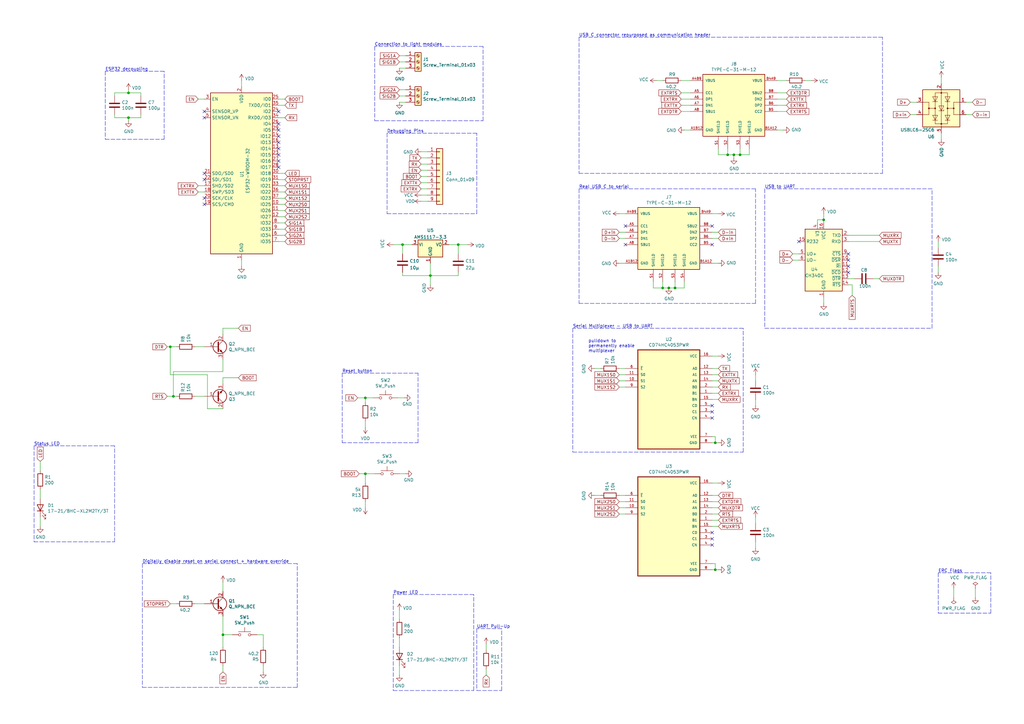
<source format=kicad_sch>
(kicad_sch (version 20211123) (generator eeschema)

  (uuid 9baf7b1e-44a0-4262-8221-97a2fa15d5e8)

  (paper "A3")

  (title_block
    (title "Heliox Control")
    (date "2021-08-10")
    (rev "v00")
    (comment 4 "Author: GHOSCHT")
  )

  (lib_symbols
    (symbol "CD74HC4053PWR:CD74HC4053PWR" (pin_names (offset 1.016)) (in_bom yes) (on_board yes)
      (property "Reference" "U" (id 0) (at -12.7 21.3106 0)
        (effects (font (size 1.27 1.27)) (justify left bottom))
      )
      (property "Value" "CD74HC4053PWR" (id 1) (at -12.7 -24.3078 0)
        (effects (font (size 1.27 1.27)) (justify left bottom))
      )
      (property "Footprint" "SOP65P640X120-16N" (id 2) (at -13.97 -20.32 90)
        (effects (font (size 1.27 1.27)) (justify left bottom) hide)
      )
      (property "Datasheet" "" (id 3) (at 0 0 0)
        (effects (font (size 1.27 1.27)) (justify left bottom) hide)
      )
      (property "ki_locked" "" (id 4) (at 0 0 0)
        (effects (font (size 1.27 1.27)))
      )
      (symbol "CD74HC4053PWR_0_0"
        (rectangle (start -12.7 -20.32) (end 12.7 20.32)
          (stroke (width 0.4064) (type default) (color 0 0 0 0))
          (fill (type background))
        )
        (pin bidirectional line (at 17.78 2.54 180) (length 5.08)
          (name "B1" (effects (font (size 1.016 1.016))))
          (number "1" (effects (font (size 1.016 1.016))))
        )
        (pin input line (at -17.78 7.62 0) (length 5.08)
          (name "S1" (effects (font (size 1.016 1.016))))
          (number "10" (effects (font (size 1.016 1.016))))
        )
        (pin input line (at -17.78 10.16 0) (length 5.08)
          (name "S0" (effects (font (size 1.016 1.016))))
          (number "11" (effects (font (size 1.016 1.016))))
        )
        (pin bidirectional line (at 17.78 12.7 180) (length 5.08)
          (name "A0" (effects (font (size 1.016 1.016))))
          (number "12" (effects (font (size 1.016 1.016))))
        )
        (pin bidirectional line (at 17.78 10.16 180) (length 5.08)
          (name "A1" (effects (font (size 1.016 1.016))))
          (number "13" (effects (font (size 1.016 1.016))))
        )
        (pin bidirectional line (at 17.78 7.62 180) (length 5.08)
          (name "AN" (effects (font (size 1.016 1.016))))
          (number "14" (effects (font (size 1.016 1.016))))
        )
        (pin bidirectional line (at 17.78 0 180) (length 5.08)
          (name "BN" (effects (font (size 1.016 1.016))))
          (number "15" (effects (font (size 1.016 1.016))))
        )
        (pin power_in line (at 17.78 17.78 180) (length 5.08)
          (name "VCC" (effects (font (size 1.016 1.016))))
          (number "16" (effects (font (size 1.016 1.016))))
        )
        (pin bidirectional line (at 17.78 5.08 180) (length 5.08)
          (name "B0" (effects (font (size 1.016 1.016))))
          (number "2" (effects (font (size 1.016 1.016))))
        )
        (pin bidirectional line (at 17.78 -5.08 180) (length 5.08)
          (name "C1" (effects (font (size 1.016 1.016))))
          (number "3" (effects (font (size 1.016 1.016))))
        )
        (pin bidirectional line (at 17.78 -7.62 180) (length 5.08)
          (name "CN" (effects (font (size 1.016 1.016))))
          (number "4" (effects (font (size 1.016 1.016))))
        )
        (pin bidirectional line (at 17.78 -2.54 180) (length 5.08)
          (name "C0" (effects (font (size 1.016 1.016))))
          (number "5" (effects (font (size 1.016 1.016))))
        )
        (pin input line (at -17.78 12.7 0) (length 5.08)
          (name "~{E}" (effects (font (size 1.016 1.016))))
          (number "6" (effects (font (size 1.016 1.016))))
        )
        (pin power_in line (at 17.78 -15.24 180) (length 5.08)
          (name "VEE" (effects (font (size 1.016 1.016))))
          (number "7" (effects (font (size 1.016 1.016))))
        )
        (pin power_in line (at 17.78 -17.78 180) (length 5.08)
          (name "GND" (effects (font (size 1.016 1.016))))
          (number "8" (effects (font (size 1.016 1.016))))
        )
        (pin input line (at -17.78 5.08 0) (length 5.08)
          (name "S2" (effects (font (size 1.016 1.016))))
          (number "9" (effects (font (size 1.016 1.016))))
        )
      )
    )
    (symbol "Connector:Screw_Terminal_01x03" (pin_names (offset 1.016) hide) (in_bom yes) (on_board yes)
      (property "Reference" "J" (id 0) (at 0 5.08 0)
        (effects (font (size 1.27 1.27)))
      )
      (property "Value" "Screw_Terminal_01x03" (id 1) (at 0 -5.08 0)
        (effects (font (size 1.27 1.27)))
      )
      (property "Footprint" "" (id 2) (at 0 0 0)
        (effects (font (size 1.27 1.27)) hide)
      )
      (property "Datasheet" "~" (id 3) (at 0 0 0)
        (effects (font (size 1.27 1.27)) hide)
      )
      (property "ki_keywords" "screw terminal" (id 4) (at 0 0 0)
        (effects (font (size 1.27 1.27)) hide)
      )
      (property "ki_description" "Generic screw terminal, single row, 01x03, script generated (kicad-library-utils/schlib/autogen/connector/)" (id 5) (at 0 0 0)
        (effects (font (size 1.27 1.27)) hide)
      )
      (property "ki_fp_filters" "TerminalBlock*:*" (id 6) (at 0 0 0)
        (effects (font (size 1.27 1.27)) hide)
      )
      (symbol "Screw_Terminal_01x03_1_1"
        (rectangle (start -1.27 3.81) (end 1.27 -3.81)
          (stroke (width 0.254) (type default) (color 0 0 0 0))
          (fill (type background))
        )
        (circle (center 0 -2.54) (radius 0.635)
          (stroke (width 0.1524) (type default) (color 0 0 0 0))
          (fill (type none))
        )
        (polyline
          (pts
            (xy -0.5334 -2.2098)
            (xy 0.3302 -3.048)
          )
          (stroke (width 0.1524) (type default) (color 0 0 0 0))
          (fill (type none))
        )
        (polyline
          (pts
            (xy -0.5334 0.3302)
            (xy 0.3302 -0.508)
          )
          (stroke (width 0.1524) (type default) (color 0 0 0 0))
          (fill (type none))
        )
        (polyline
          (pts
            (xy -0.5334 2.8702)
            (xy 0.3302 2.032)
          )
          (stroke (width 0.1524) (type default) (color 0 0 0 0))
          (fill (type none))
        )
        (polyline
          (pts
            (xy -0.3556 -2.032)
            (xy 0.508 -2.8702)
          )
          (stroke (width 0.1524) (type default) (color 0 0 0 0))
          (fill (type none))
        )
        (polyline
          (pts
            (xy -0.3556 0.508)
            (xy 0.508 -0.3302)
          )
          (stroke (width 0.1524) (type default) (color 0 0 0 0))
          (fill (type none))
        )
        (polyline
          (pts
            (xy -0.3556 3.048)
            (xy 0.508 2.2098)
          )
          (stroke (width 0.1524) (type default) (color 0 0 0 0))
          (fill (type none))
        )
        (circle (center 0 0) (radius 0.635)
          (stroke (width 0.1524) (type default) (color 0 0 0 0))
          (fill (type none))
        )
        (circle (center 0 2.54) (radius 0.635)
          (stroke (width 0.1524) (type default) (color 0 0 0 0))
          (fill (type none))
        )
        (pin passive line (at -5.08 2.54 0) (length 3.81)
          (name "Pin_1" (effects (font (size 1.27 1.27))))
          (number "1" (effects (font (size 1.27 1.27))))
        )
        (pin passive line (at -5.08 0 0) (length 3.81)
          (name "Pin_2" (effects (font (size 1.27 1.27))))
          (number "2" (effects (font (size 1.27 1.27))))
        )
        (pin passive line (at -5.08 -2.54 0) (length 3.81)
          (name "Pin_3" (effects (font (size 1.27 1.27))))
          (number "3" (effects (font (size 1.27 1.27))))
        )
      )
    )
    (symbol "Connector_Generic:Conn_01x09" (pin_names (offset 1.016) hide) (in_bom yes) (on_board yes)
      (property "Reference" "J" (id 0) (at 0 12.7 0)
        (effects (font (size 1.27 1.27)))
      )
      (property "Value" "Conn_01x09" (id 1) (at 0 -12.7 0)
        (effects (font (size 1.27 1.27)))
      )
      (property "Footprint" "" (id 2) (at 0 0 0)
        (effects (font (size 1.27 1.27)) hide)
      )
      (property "Datasheet" "~" (id 3) (at 0 0 0)
        (effects (font (size 1.27 1.27)) hide)
      )
      (property "ki_keywords" "connector" (id 4) (at 0 0 0)
        (effects (font (size 1.27 1.27)) hide)
      )
      (property "ki_description" "Generic connector, single row, 01x09, script generated (kicad-library-utils/schlib/autogen/connector/)" (id 5) (at 0 0 0)
        (effects (font (size 1.27 1.27)) hide)
      )
      (property "ki_fp_filters" "Connector*:*_1x??_*" (id 6) (at 0 0 0)
        (effects (font (size 1.27 1.27)) hide)
      )
      (symbol "Conn_01x09_1_1"
        (rectangle (start -1.27 -10.033) (end 0 -10.287)
          (stroke (width 0.1524) (type default) (color 0 0 0 0))
          (fill (type none))
        )
        (rectangle (start -1.27 -7.493) (end 0 -7.747)
          (stroke (width 0.1524) (type default) (color 0 0 0 0))
          (fill (type none))
        )
        (rectangle (start -1.27 -4.953) (end 0 -5.207)
          (stroke (width 0.1524) (type default) (color 0 0 0 0))
          (fill (type none))
        )
        (rectangle (start -1.27 -2.413) (end 0 -2.667)
          (stroke (width 0.1524) (type default) (color 0 0 0 0))
          (fill (type none))
        )
        (rectangle (start -1.27 0.127) (end 0 -0.127)
          (stroke (width 0.1524) (type default) (color 0 0 0 0))
          (fill (type none))
        )
        (rectangle (start -1.27 2.667) (end 0 2.413)
          (stroke (width 0.1524) (type default) (color 0 0 0 0))
          (fill (type none))
        )
        (rectangle (start -1.27 5.207) (end 0 4.953)
          (stroke (width 0.1524) (type default) (color 0 0 0 0))
          (fill (type none))
        )
        (rectangle (start -1.27 7.747) (end 0 7.493)
          (stroke (width 0.1524) (type default) (color 0 0 0 0))
          (fill (type none))
        )
        (rectangle (start -1.27 10.287) (end 0 10.033)
          (stroke (width 0.1524) (type default) (color 0 0 0 0))
          (fill (type none))
        )
        (rectangle (start -1.27 11.43) (end 1.27 -11.43)
          (stroke (width 0.254) (type default) (color 0 0 0 0))
          (fill (type background))
        )
        (pin passive line (at -5.08 10.16 0) (length 3.81)
          (name "Pin_1" (effects (font (size 1.27 1.27))))
          (number "1" (effects (font (size 1.27 1.27))))
        )
        (pin passive line (at -5.08 7.62 0) (length 3.81)
          (name "Pin_2" (effects (font (size 1.27 1.27))))
          (number "2" (effects (font (size 1.27 1.27))))
        )
        (pin passive line (at -5.08 5.08 0) (length 3.81)
          (name "Pin_3" (effects (font (size 1.27 1.27))))
          (number "3" (effects (font (size 1.27 1.27))))
        )
        (pin passive line (at -5.08 2.54 0) (length 3.81)
          (name "Pin_4" (effects (font (size 1.27 1.27))))
          (number "4" (effects (font (size 1.27 1.27))))
        )
        (pin passive line (at -5.08 0 0) (length 3.81)
          (name "Pin_5" (effects (font (size 1.27 1.27))))
          (number "5" (effects (font (size 1.27 1.27))))
        )
        (pin passive line (at -5.08 -2.54 0) (length 3.81)
          (name "Pin_6" (effects (font (size 1.27 1.27))))
          (number "6" (effects (font (size 1.27 1.27))))
        )
        (pin passive line (at -5.08 -5.08 0) (length 3.81)
          (name "Pin_7" (effects (font (size 1.27 1.27))))
          (number "7" (effects (font (size 1.27 1.27))))
        )
        (pin passive line (at -5.08 -7.62 0) (length 3.81)
          (name "Pin_8" (effects (font (size 1.27 1.27))))
          (number "8" (effects (font (size 1.27 1.27))))
        )
        (pin passive line (at -5.08 -10.16 0) (length 3.81)
          (name "Pin_9" (effects (font (size 1.27 1.27))))
          (number "9" (effects (font (size 1.27 1.27))))
        )
      )
    )
    (symbol "Device:C" (pin_numbers hide) (pin_names (offset 0.254)) (in_bom yes) (on_board yes)
      (property "Reference" "C" (id 0) (at 0.635 2.54 0)
        (effects (font (size 1.27 1.27)) (justify left))
      )
      (property "Value" "C" (id 1) (at 0.635 -2.54 0)
        (effects (font (size 1.27 1.27)) (justify left))
      )
      (property "Footprint" "" (id 2) (at 0.9652 -3.81 0)
        (effects (font (size 1.27 1.27)) hide)
      )
      (property "Datasheet" "~" (id 3) (at 0 0 0)
        (effects (font (size 1.27 1.27)) hide)
      )
      (property "ki_keywords" "cap capacitor" (id 4) (at 0 0 0)
        (effects (font (size 1.27 1.27)) hide)
      )
      (property "ki_description" "Unpolarized capacitor" (id 5) (at 0 0 0)
        (effects (font (size 1.27 1.27)) hide)
      )
      (property "ki_fp_filters" "C_*" (id 6) (at 0 0 0)
        (effects (font (size 1.27 1.27)) hide)
      )
      (symbol "C_0_1"
        (polyline
          (pts
            (xy -2.032 -0.762)
            (xy 2.032 -0.762)
          )
          (stroke (width 0.508) (type default) (color 0 0 0 0))
          (fill (type none))
        )
        (polyline
          (pts
            (xy -2.032 0.762)
            (xy 2.032 0.762)
          )
          (stroke (width 0.508) (type default) (color 0 0 0 0))
          (fill (type none))
        )
      )
      (symbol "C_1_1"
        (pin passive line (at 0 3.81 270) (length 2.794)
          (name "~" (effects (font (size 1.27 1.27))))
          (number "1" (effects (font (size 1.27 1.27))))
        )
        (pin passive line (at 0 -3.81 90) (length 2.794)
          (name "~" (effects (font (size 1.27 1.27))))
          (number "2" (effects (font (size 1.27 1.27))))
        )
      )
    )
    (symbol "Device:LED" (pin_numbers hide) (pin_names (offset 1.016) hide) (in_bom yes) (on_board yes)
      (property "Reference" "D" (id 0) (at 0 2.54 0)
        (effects (font (size 1.27 1.27)))
      )
      (property "Value" "LED" (id 1) (at 0 -2.54 0)
        (effects (font (size 1.27 1.27)))
      )
      (property "Footprint" "" (id 2) (at 0 0 0)
        (effects (font (size 1.27 1.27)) hide)
      )
      (property "Datasheet" "~" (id 3) (at 0 0 0)
        (effects (font (size 1.27 1.27)) hide)
      )
      (property "ki_keywords" "LED diode" (id 4) (at 0 0 0)
        (effects (font (size 1.27 1.27)) hide)
      )
      (property "ki_description" "Light emitting diode" (id 5) (at 0 0 0)
        (effects (font (size 1.27 1.27)) hide)
      )
      (property "ki_fp_filters" "LED* LED_SMD:* LED_THT:*" (id 6) (at 0 0 0)
        (effects (font (size 1.27 1.27)) hide)
      )
      (symbol "LED_0_1"
        (polyline
          (pts
            (xy -1.27 -1.27)
            (xy -1.27 1.27)
          )
          (stroke (width 0.254) (type default) (color 0 0 0 0))
          (fill (type none))
        )
        (polyline
          (pts
            (xy -1.27 0)
            (xy 1.27 0)
          )
          (stroke (width 0) (type default) (color 0 0 0 0))
          (fill (type none))
        )
        (polyline
          (pts
            (xy 1.27 -1.27)
            (xy 1.27 1.27)
            (xy -1.27 0)
            (xy 1.27 -1.27)
          )
          (stroke (width 0.254) (type default) (color 0 0 0 0))
          (fill (type none))
        )
        (polyline
          (pts
            (xy -3.048 -0.762)
            (xy -4.572 -2.286)
            (xy -3.81 -2.286)
            (xy -4.572 -2.286)
            (xy -4.572 -1.524)
          )
          (stroke (width 0) (type default) (color 0 0 0 0))
          (fill (type none))
        )
        (polyline
          (pts
            (xy -1.778 -0.762)
            (xy -3.302 -2.286)
            (xy -2.54 -2.286)
            (xy -3.302 -2.286)
            (xy -3.302 -1.524)
          )
          (stroke (width 0) (type default) (color 0 0 0 0))
          (fill (type none))
        )
      )
      (symbol "LED_1_1"
        (pin passive line (at -3.81 0 0) (length 2.54)
          (name "K" (effects (font (size 1.27 1.27))))
          (number "1" (effects (font (size 1.27 1.27))))
        )
        (pin passive line (at 3.81 0 180) (length 2.54)
          (name "A" (effects (font (size 1.27 1.27))))
          (number "2" (effects (font (size 1.27 1.27))))
        )
      )
    )
    (symbol "Device:Q_NPN_BCE" (pin_names (offset 0) hide) (in_bom yes) (on_board yes)
      (property "Reference" "Q" (id 0) (at 5.08 1.27 0)
        (effects (font (size 1.27 1.27)) (justify left))
      )
      (property "Value" "Q_NPN_BCE" (id 1) (at 5.08 -1.27 0)
        (effects (font (size 1.27 1.27)) (justify left))
      )
      (property "Footprint" "" (id 2) (at 5.08 2.54 0)
        (effects (font (size 1.27 1.27)) hide)
      )
      (property "Datasheet" "~" (id 3) (at 0 0 0)
        (effects (font (size 1.27 1.27)) hide)
      )
      (property "ki_keywords" "transistor NPN" (id 4) (at 0 0 0)
        (effects (font (size 1.27 1.27)) hide)
      )
      (property "ki_description" "NPN transistor, base/collector/emitter" (id 5) (at 0 0 0)
        (effects (font (size 1.27 1.27)) hide)
      )
      (symbol "Q_NPN_BCE_0_1"
        (polyline
          (pts
            (xy 0.635 0.635)
            (xy 2.54 2.54)
          )
          (stroke (width 0) (type default) (color 0 0 0 0))
          (fill (type none))
        )
        (polyline
          (pts
            (xy 0.635 -0.635)
            (xy 2.54 -2.54)
            (xy 2.54 -2.54)
          )
          (stroke (width 0) (type default) (color 0 0 0 0))
          (fill (type none))
        )
        (polyline
          (pts
            (xy 0.635 1.905)
            (xy 0.635 -1.905)
            (xy 0.635 -1.905)
          )
          (stroke (width 0.508) (type default) (color 0 0 0 0))
          (fill (type none))
        )
        (polyline
          (pts
            (xy 1.27 -1.778)
            (xy 1.778 -1.27)
            (xy 2.286 -2.286)
            (xy 1.27 -1.778)
            (xy 1.27 -1.778)
          )
          (stroke (width 0) (type default) (color 0 0 0 0))
          (fill (type outline))
        )
        (circle (center 1.27 0) (radius 2.8194)
          (stroke (width 0.254) (type default) (color 0 0 0 0))
          (fill (type none))
        )
      )
      (symbol "Q_NPN_BCE_1_1"
        (pin input line (at -5.08 0 0) (length 5.715)
          (name "B" (effects (font (size 1.27 1.27))))
          (number "1" (effects (font (size 1.27 1.27))))
        )
        (pin passive line (at 2.54 5.08 270) (length 2.54)
          (name "C" (effects (font (size 1.27 1.27))))
          (number "2" (effects (font (size 1.27 1.27))))
        )
        (pin passive line (at 2.54 -5.08 90) (length 2.54)
          (name "E" (effects (font (size 1.27 1.27))))
          (number "3" (effects (font (size 1.27 1.27))))
        )
      )
    )
    (symbol "Device:R" (pin_numbers hide) (pin_names (offset 0)) (in_bom yes) (on_board yes)
      (property "Reference" "R" (id 0) (at 2.032 0 90)
        (effects (font (size 1.27 1.27)))
      )
      (property "Value" "R" (id 1) (at 0 0 90)
        (effects (font (size 1.27 1.27)))
      )
      (property "Footprint" "" (id 2) (at -1.778 0 90)
        (effects (font (size 1.27 1.27)) hide)
      )
      (property "Datasheet" "~" (id 3) (at 0 0 0)
        (effects (font (size 1.27 1.27)) hide)
      )
      (property "ki_keywords" "R res resistor" (id 4) (at 0 0 0)
        (effects (font (size 1.27 1.27)) hide)
      )
      (property "ki_description" "Resistor" (id 5) (at 0 0 0)
        (effects (font (size 1.27 1.27)) hide)
      )
      (property "ki_fp_filters" "R_*" (id 6) (at 0 0 0)
        (effects (font (size 1.27 1.27)) hide)
      )
      (symbol "R_0_1"
        (rectangle (start -1.016 -2.54) (end 1.016 2.54)
          (stroke (width 0.254) (type default) (color 0 0 0 0))
          (fill (type none))
        )
      )
      (symbol "R_1_1"
        (pin passive line (at 0 3.81 270) (length 1.27)
          (name "~" (effects (font (size 1.27 1.27))))
          (number "1" (effects (font (size 1.27 1.27))))
        )
        (pin passive line (at 0 -3.81 90) (length 1.27)
          (name "~" (effects (font (size 1.27 1.27))))
          (number "2" (effects (font (size 1.27 1.27))))
        )
      )
    )
    (symbol "Interface_USB:CH340C" (in_bom yes) (on_board yes)
      (property "Reference" "U" (id 0) (at -5.08 13.97 0)
        (effects (font (size 1.27 1.27)) (justify right))
      )
      (property "Value" "CH340C" (id 1) (at 1.27 13.97 0)
        (effects (font (size 1.27 1.27)) (justify left))
      )
      (property "Footprint" "Package_SO:SOIC-16_3.9x9.9mm_P1.27mm" (id 2) (at 1.27 -13.97 0)
        (effects (font (size 1.27 1.27)) (justify left) hide)
      )
      (property "Datasheet" "https://datasheet.lcsc.com/szlcsc/Jiangsu-Qin-Heng-CH340C_C84681.pdf" (id 3) (at -8.89 20.32 0)
        (effects (font (size 1.27 1.27)) hide)
      )
      (property "ki_keywords" "USB UART Serial Converter Interface" (id 4) (at 0 0 0)
        (effects (font (size 1.27 1.27)) hide)
      )
      (property "ki_description" "USB serial converter, UART, SOIC-16" (id 5) (at 0 0 0)
        (effects (font (size 1.27 1.27)) hide)
      )
      (property "ki_fp_filters" "SOIC*3.9x9.9mm*P1.27mm*" (id 6) (at 0 0 0)
        (effects (font (size 1.27 1.27)) hide)
      )
      (symbol "CH340C_0_1"
        (rectangle (start -7.62 12.7) (end 7.62 -12.7)
          (stroke (width 0.254) (type default) (color 0 0 0 0))
          (fill (type background))
        )
      )
      (symbol "CH340C_1_1"
        (pin power_in line (at 0 -15.24 90) (length 2.54)
          (name "GND" (effects (font (size 1.27 1.27))))
          (number "1" (effects (font (size 1.27 1.27))))
        )
        (pin input line (at 10.16 0 180) (length 2.54)
          (name "~{DSR}" (effects (font (size 1.27 1.27))))
          (number "10" (effects (font (size 1.27 1.27))))
        )
        (pin input line (at 10.16 -2.54 180) (length 2.54)
          (name "~{RI}" (effects (font (size 1.27 1.27))))
          (number "11" (effects (font (size 1.27 1.27))))
        )
        (pin input line (at 10.16 -5.08 180) (length 2.54)
          (name "~{DCD}" (effects (font (size 1.27 1.27))))
          (number "12" (effects (font (size 1.27 1.27))))
        )
        (pin output line (at 10.16 -7.62 180) (length 2.54)
          (name "~{DTR}" (effects (font (size 1.27 1.27))))
          (number "13" (effects (font (size 1.27 1.27))))
        )
        (pin output line (at 10.16 -10.16 180) (length 2.54)
          (name "~{RTS}" (effects (font (size 1.27 1.27))))
          (number "14" (effects (font (size 1.27 1.27))))
        )
        (pin input line (at -10.16 7.62 0) (length 2.54)
          (name "R232" (effects (font (size 1.27 1.27))))
          (number "15" (effects (font (size 1.27 1.27))))
        )
        (pin power_in line (at 0 15.24 270) (length 2.54)
          (name "VCC" (effects (font (size 1.27 1.27))))
          (number "16" (effects (font (size 1.27 1.27))))
        )
        (pin output line (at 10.16 10.16 180) (length 2.54)
          (name "TXD" (effects (font (size 1.27 1.27))))
          (number "2" (effects (font (size 1.27 1.27))))
        )
        (pin input line (at 10.16 7.62 180) (length 2.54)
          (name "RXD" (effects (font (size 1.27 1.27))))
          (number "3" (effects (font (size 1.27 1.27))))
        )
        (pin passive line (at -2.54 15.24 270) (length 2.54)
          (name "V3" (effects (font (size 1.27 1.27))))
          (number "4" (effects (font (size 1.27 1.27))))
        )
        (pin bidirectional line (at -10.16 2.54 0) (length 2.54)
          (name "UD+" (effects (font (size 1.27 1.27))))
          (number "5" (effects (font (size 1.27 1.27))))
        )
        (pin bidirectional line (at -10.16 0 0) (length 2.54)
          (name "UD-" (effects (font (size 1.27 1.27))))
          (number "6" (effects (font (size 1.27 1.27))))
        )
        (pin no_connect line (at -7.62 -7.62 0) (length 2.54) hide
          (name "NC" (effects (font (size 1.27 1.27))))
          (number "7" (effects (font (size 1.27 1.27))))
        )
        (pin no_connect line (at -7.62 -10.16 0) (length 2.54) hide
          (name "NC" (effects (font (size 1.27 1.27))))
          (number "8" (effects (font (size 1.27 1.27))))
        )
        (pin input line (at 10.16 2.54 180) (length 2.54)
          (name "~{CTS}" (effects (font (size 1.27 1.27))))
          (number "9" (effects (font (size 1.27 1.27))))
        )
      )
    )
    (symbol "Power_Protection:USBLC6-2SC6" (pin_names hide) (in_bom yes) (on_board yes)
      (property "Reference" "U" (id 0) (at 2.54 8.89 0)
        (effects (font (size 1.27 1.27)) (justify left))
      )
      (property "Value" "USBLC6-2SC6" (id 1) (at 2.54 -8.89 0)
        (effects (font (size 1.27 1.27)) (justify left))
      )
      (property "Footprint" "Package_TO_SOT_SMD:SOT-23-6" (id 2) (at 0 -12.7 0)
        (effects (font (size 1.27 1.27)) hide)
      )
      (property "Datasheet" "https://www.st.com/resource/en/datasheet/usblc6-2.pdf" (id 3) (at 5.08 8.89 0)
        (effects (font (size 1.27 1.27)) hide)
      )
      (property "ki_keywords" "usb ethernet video" (id 4) (at 0 0 0)
        (effects (font (size 1.27 1.27)) hide)
      )
      (property "ki_description" "Very low capacitance ESD protection diode, 2 data-line, SOT-23-6" (id 5) (at 0 0 0)
        (effects (font (size 1.27 1.27)) hide)
      )
      (property "ki_fp_filters" "SOT?23*" (id 6) (at 0 0 0)
        (effects (font (size 1.27 1.27)) hide)
      )
      (symbol "USBLC6-2SC6_0_1"
        (rectangle (start -7.62 -7.62) (end 7.62 7.62)
          (stroke (width 0.254) (type default) (color 0 0 0 0))
          (fill (type background))
        )
        (circle (center -5.08 0) (radius 0.254)
          (stroke (width 0) (type default) (color 0 0 0 0))
          (fill (type outline))
        )
        (circle (center -2.54 0) (radius 0.254)
          (stroke (width 0) (type default) (color 0 0 0 0))
          (fill (type outline))
        )
        (rectangle (start -2.54 6.35) (end 2.54 -6.35)
          (stroke (width 0) (type default) (color 0 0 0 0))
          (fill (type none))
        )
        (circle (center 0 -6.35) (radius 0.254)
          (stroke (width 0) (type default) (color 0 0 0 0))
          (fill (type outline))
        )
        (polyline
          (pts
            (xy -5.08 -2.54)
            (xy -7.62 -2.54)
          )
          (stroke (width 0) (type default) (color 0 0 0 0))
          (fill (type none))
        )
        (polyline
          (pts
            (xy -5.08 0)
            (xy -5.08 -2.54)
          )
          (stroke (width 0) (type default) (color 0 0 0 0))
          (fill (type none))
        )
        (polyline
          (pts
            (xy -5.08 2.54)
            (xy -7.62 2.54)
          )
          (stroke (width 0) (type default) (color 0 0 0 0))
          (fill (type none))
        )
        (polyline
          (pts
            (xy -1.524 -2.794)
            (xy -3.556 -2.794)
          )
          (stroke (width 0) (type default) (color 0 0 0 0))
          (fill (type none))
        )
        (polyline
          (pts
            (xy -1.524 4.826)
            (xy -3.556 4.826)
          )
          (stroke (width 0) (type default) (color 0 0 0 0))
          (fill (type none))
        )
        (polyline
          (pts
            (xy 0 -7.62)
            (xy 0 -6.35)
          )
          (stroke (width 0) (type default) (color 0 0 0 0))
          (fill (type none))
        )
        (polyline
          (pts
            (xy 0 -6.35)
            (xy 0 1.27)
          )
          (stroke (width 0) (type default) (color 0 0 0 0))
          (fill (type none))
        )
        (polyline
          (pts
            (xy 0 1.27)
            (xy 0 6.35)
          )
          (stroke (width 0) (type default) (color 0 0 0 0))
          (fill (type none))
        )
        (polyline
          (pts
            (xy 0 6.35)
            (xy 0 7.62)
          )
          (stroke (width 0) (type default) (color 0 0 0 0))
          (fill (type none))
        )
        (polyline
          (pts
            (xy 1.524 -2.794)
            (xy 3.556 -2.794)
          )
          (stroke (width 0) (type default) (color 0 0 0 0))
          (fill (type none))
        )
        (polyline
          (pts
            (xy 1.524 4.826)
            (xy 3.556 4.826)
          )
          (stroke (width 0) (type default) (color 0 0 0 0))
          (fill (type none))
        )
        (polyline
          (pts
            (xy 5.08 -2.54)
            (xy 7.62 -2.54)
          )
          (stroke (width 0) (type default) (color 0 0 0 0))
          (fill (type none))
        )
        (polyline
          (pts
            (xy 5.08 0)
            (xy 5.08 -2.54)
          )
          (stroke (width 0) (type default) (color 0 0 0 0))
          (fill (type none))
        )
        (polyline
          (pts
            (xy 5.08 2.54)
            (xy 7.62 2.54)
          )
          (stroke (width 0) (type default) (color 0 0 0 0))
          (fill (type none))
        )
        (polyline
          (pts
            (xy -2.54 0)
            (xy -5.08 0)
            (xy -5.08 2.54)
          )
          (stroke (width 0) (type default) (color 0 0 0 0))
          (fill (type none))
        )
        (polyline
          (pts
            (xy 2.54 0)
            (xy 5.08 0)
            (xy 5.08 2.54)
          )
          (stroke (width 0) (type default) (color 0 0 0 0))
          (fill (type none))
        )
        (polyline
          (pts
            (xy -3.556 -4.826)
            (xy -1.524 -4.826)
            (xy -2.54 -2.794)
            (xy -3.556 -4.826)
          )
          (stroke (width 0) (type default) (color 0 0 0 0))
          (fill (type none))
        )
        (polyline
          (pts
            (xy -3.556 2.794)
            (xy -1.524 2.794)
            (xy -2.54 4.826)
            (xy -3.556 2.794)
          )
          (stroke (width 0) (type default) (color 0 0 0 0))
          (fill (type none))
        )
        (polyline
          (pts
            (xy -1.016 -1.016)
            (xy 1.016 -1.016)
            (xy 0 1.016)
            (xy -1.016 -1.016)
          )
          (stroke (width 0) (type default) (color 0 0 0 0))
          (fill (type none))
        )
        (polyline
          (pts
            (xy 1.016 1.016)
            (xy 0.762 1.016)
            (xy -1.016 1.016)
            (xy -1.016 0.508)
          )
          (stroke (width 0) (type default) (color 0 0 0 0))
          (fill (type none))
        )
        (polyline
          (pts
            (xy 3.556 -4.826)
            (xy 1.524 -4.826)
            (xy 2.54 -2.794)
            (xy 3.556 -4.826)
          )
          (stroke (width 0) (type default) (color 0 0 0 0))
          (fill (type none))
        )
        (polyline
          (pts
            (xy 3.556 2.794)
            (xy 1.524 2.794)
            (xy 2.54 4.826)
            (xy 3.556 2.794)
          )
          (stroke (width 0) (type default) (color 0 0 0 0))
          (fill (type none))
        )
        (circle (center 0 6.35) (radius 0.254)
          (stroke (width 0) (type default) (color 0 0 0 0))
          (fill (type outline))
        )
        (circle (center 2.54 0) (radius 0.254)
          (stroke (width 0) (type default) (color 0 0 0 0))
          (fill (type outline))
        )
        (circle (center 5.08 0) (radius 0.254)
          (stroke (width 0) (type default) (color 0 0 0 0))
          (fill (type outline))
        )
      )
      (symbol "USBLC6-2SC6_1_1"
        (pin passive line (at -10.16 -2.54 0) (length 2.54)
          (name "I/O1" (effects (font (size 1.27 1.27))))
          (number "1" (effects (font (size 1.27 1.27))))
        )
        (pin passive line (at 0 -10.16 90) (length 2.54)
          (name "GND" (effects (font (size 1.27 1.27))))
          (number "2" (effects (font (size 1.27 1.27))))
        )
        (pin passive line (at 10.16 -2.54 180) (length 2.54)
          (name "I/O2" (effects (font (size 1.27 1.27))))
          (number "3" (effects (font (size 1.27 1.27))))
        )
        (pin passive line (at 10.16 2.54 180) (length 2.54)
          (name "I/O2" (effects (font (size 1.27 1.27))))
          (number "4" (effects (font (size 1.27 1.27))))
        )
        (pin passive line (at 0 10.16 270) (length 2.54)
          (name "VBUS" (effects (font (size 1.27 1.27))))
          (number "5" (effects (font (size 1.27 1.27))))
        )
        (pin passive line (at -10.16 2.54 0) (length 2.54)
          (name "I/O1" (effects (font (size 1.27 1.27))))
          (number "6" (effects (font (size 1.27 1.27))))
        )
      )
    )
    (symbol "RF_Module:ESP32-WROOM-32" (in_bom yes) (on_board yes)
      (property "Reference" "U" (id 0) (at -12.7 34.29 0)
        (effects (font (size 1.27 1.27)) (justify left))
      )
      (property "Value" "ESP32-WROOM-32" (id 1) (at 1.27 34.29 0)
        (effects (font (size 1.27 1.27)) (justify left))
      )
      (property "Footprint" "RF_Module:ESP32-WROOM-32" (id 2) (at 0 -38.1 0)
        (effects (font (size 1.27 1.27)) hide)
      )
      (property "Datasheet" "https://www.espressif.com/sites/default/files/documentation/esp32-wroom-32_datasheet_en.pdf" (id 3) (at -7.62 1.27 0)
        (effects (font (size 1.27 1.27)) hide)
      )
      (property "ki_keywords" "RF Radio BT ESP ESP32 Espressif onboard PCB antenna" (id 4) (at 0 0 0)
        (effects (font (size 1.27 1.27)) hide)
      )
      (property "ki_description" "RF Module, ESP32-D0WDQ6 SoC, Wi-Fi 802.11b/g/n, Bluetooth, BLE, 32-bit, 2.7-3.6V, onboard antenna, SMD" (id 5) (at 0 0 0)
        (effects (font (size 1.27 1.27)) hide)
      )
      (property "ki_fp_filters" "ESP32?WROOM?32*" (id 6) (at 0 0 0)
        (effects (font (size 1.27 1.27)) hide)
      )
      (symbol "ESP32-WROOM-32_0_1"
        (rectangle (start -12.7 33.02) (end 12.7 -33.02)
          (stroke (width 0.254) (type default) (color 0 0 0 0))
          (fill (type background))
        )
      )
      (symbol "ESP32-WROOM-32_1_1"
        (pin power_in line (at 0 -35.56 90) (length 2.54)
          (name "GND" (effects (font (size 1.27 1.27))))
          (number "1" (effects (font (size 1.27 1.27))))
        )
        (pin bidirectional line (at 15.24 -12.7 180) (length 2.54)
          (name "IO25" (effects (font (size 1.27 1.27))))
          (number "10" (effects (font (size 1.27 1.27))))
        )
        (pin bidirectional line (at 15.24 -15.24 180) (length 2.54)
          (name "IO26" (effects (font (size 1.27 1.27))))
          (number "11" (effects (font (size 1.27 1.27))))
        )
        (pin bidirectional line (at 15.24 -17.78 180) (length 2.54)
          (name "IO27" (effects (font (size 1.27 1.27))))
          (number "12" (effects (font (size 1.27 1.27))))
        )
        (pin bidirectional line (at 15.24 10.16 180) (length 2.54)
          (name "IO14" (effects (font (size 1.27 1.27))))
          (number "13" (effects (font (size 1.27 1.27))))
        )
        (pin bidirectional line (at 15.24 15.24 180) (length 2.54)
          (name "IO12" (effects (font (size 1.27 1.27))))
          (number "14" (effects (font (size 1.27 1.27))))
        )
        (pin passive line (at 0 -35.56 90) (length 2.54) hide
          (name "GND" (effects (font (size 1.27 1.27))))
          (number "15" (effects (font (size 1.27 1.27))))
        )
        (pin bidirectional line (at 15.24 12.7 180) (length 2.54)
          (name "IO13" (effects (font (size 1.27 1.27))))
          (number "16" (effects (font (size 1.27 1.27))))
        )
        (pin bidirectional line (at -15.24 -5.08 0) (length 2.54)
          (name "SHD/SD2" (effects (font (size 1.27 1.27))))
          (number "17" (effects (font (size 1.27 1.27))))
        )
        (pin bidirectional line (at -15.24 -7.62 0) (length 2.54)
          (name "SWP/SD3" (effects (font (size 1.27 1.27))))
          (number "18" (effects (font (size 1.27 1.27))))
        )
        (pin bidirectional line (at -15.24 -12.7 0) (length 2.54)
          (name "SCS/CMD" (effects (font (size 1.27 1.27))))
          (number "19" (effects (font (size 1.27 1.27))))
        )
        (pin power_in line (at 0 35.56 270) (length 2.54)
          (name "VDD" (effects (font (size 1.27 1.27))))
          (number "2" (effects (font (size 1.27 1.27))))
        )
        (pin bidirectional line (at -15.24 -10.16 0) (length 2.54)
          (name "SCK/CLK" (effects (font (size 1.27 1.27))))
          (number "20" (effects (font (size 1.27 1.27))))
        )
        (pin bidirectional line (at -15.24 0 0) (length 2.54)
          (name "SDO/SD0" (effects (font (size 1.27 1.27))))
          (number "21" (effects (font (size 1.27 1.27))))
        )
        (pin bidirectional line (at -15.24 -2.54 0) (length 2.54)
          (name "SDI/SD1" (effects (font (size 1.27 1.27))))
          (number "22" (effects (font (size 1.27 1.27))))
        )
        (pin bidirectional line (at 15.24 7.62 180) (length 2.54)
          (name "IO15" (effects (font (size 1.27 1.27))))
          (number "23" (effects (font (size 1.27 1.27))))
        )
        (pin bidirectional line (at 15.24 25.4 180) (length 2.54)
          (name "IO2" (effects (font (size 1.27 1.27))))
          (number "24" (effects (font (size 1.27 1.27))))
        )
        (pin bidirectional line (at 15.24 30.48 180) (length 2.54)
          (name "IO0" (effects (font (size 1.27 1.27))))
          (number "25" (effects (font (size 1.27 1.27))))
        )
        (pin bidirectional line (at 15.24 20.32 180) (length 2.54)
          (name "IO4" (effects (font (size 1.27 1.27))))
          (number "26" (effects (font (size 1.27 1.27))))
        )
        (pin bidirectional line (at 15.24 5.08 180) (length 2.54)
          (name "IO16" (effects (font (size 1.27 1.27))))
          (number "27" (effects (font (size 1.27 1.27))))
        )
        (pin bidirectional line (at 15.24 2.54 180) (length 2.54)
          (name "IO17" (effects (font (size 1.27 1.27))))
          (number "28" (effects (font (size 1.27 1.27))))
        )
        (pin bidirectional line (at 15.24 17.78 180) (length 2.54)
          (name "IO5" (effects (font (size 1.27 1.27))))
          (number "29" (effects (font (size 1.27 1.27))))
        )
        (pin input line (at -15.24 30.48 0) (length 2.54)
          (name "EN" (effects (font (size 1.27 1.27))))
          (number "3" (effects (font (size 1.27 1.27))))
        )
        (pin bidirectional line (at 15.24 0 180) (length 2.54)
          (name "IO18" (effects (font (size 1.27 1.27))))
          (number "30" (effects (font (size 1.27 1.27))))
        )
        (pin bidirectional line (at 15.24 -2.54 180) (length 2.54)
          (name "IO19" (effects (font (size 1.27 1.27))))
          (number "31" (effects (font (size 1.27 1.27))))
        )
        (pin no_connect line (at -12.7 -27.94 0) (length 2.54) hide
          (name "NC" (effects (font (size 1.27 1.27))))
          (number "32" (effects (font (size 1.27 1.27))))
        )
        (pin bidirectional line (at 15.24 -5.08 180) (length 2.54)
          (name "IO21" (effects (font (size 1.27 1.27))))
          (number "33" (effects (font (size 1.27 1.27))))
        )
        (pin bidirectional line (at 15.24 22.86 180) (length 2.54)
          (name "RXD0/IO3" (effects (font (size 1.27 1.27))))
          (number "34" (effects (font (size 1.27 1.27))))
        )
        (pin bidirectional line (at 15.24 27.94 180) (length 2.54)
          (name "TXD0/IO1" (effects (font (size 1.27 1.27))))
          (number "35" (effects (font (size 1.27 1.27))))
        )
        (pin bidirectional line (at 15.24 -7.62 180) (length 2.54)
          (name "IO22" (effects (font (size 1.27 1.27))))
          (number "36" (effects (font (size 1.27 1.27))))
        )
        (pin bidirectional line (at 15.24 -10.16 180) (length 2.54)
          (name "IO23" (effects (font (size 1.27 1.27))))
          (number "37" (effects (font (size 1.27 1.27))))
        )
        (pin passive line (at 0 -35.56 90) (length 2.54) hide
          (name "GND" (effects (font (size 1.27 1.27))))
          (number "38" (effects (font (size 1.27 1.27))))
        )
        (pin passive line (at 0 -35.56 90) (length 2.54) hide
          (name "GND" (effects (font (size 1.27 1.27))))
          (number "39" (effects (font (size 1.27 1.27))))
        )
        (pin input line (at -15.24 25.4 0) (length 2.54)
          (name "SENSOR_VP" (effects (font (size 1.27 1.27))))
          (number "4" (effects (font (size 1.27 1.27))))
        )
        (pin input line (at -15.24 22.86 0) (length 2.54)
          (name "SENSOR_VN" (effects (font (size 1.27 1.27))))
          (number "5" (effects (font (size 1.27 1.27))))
        )
        (pin input line (at 15.24 -25.4 180) (length 2.54)
          (name "IO34" (effects (font (size 1.27 1.27))))
          (number "6" (effects (font (size 1.27 1.27))))
        )
        (pin input line (at 15.24 -27.94 180) (length 2.54)
          (name "IO35" (effects (font (size 1.27 1.27))))
          (number "7" (effects (font (size 1.27 1.27))))
        )
        (pin bidirectional line (at 15.24 -20.32 180) (length 2.54)
          (name "IO32" (effects (font (size 1.27 1.27))))
          (number "8" (effects (font (size 1.27 1.27))))
        )
        (pin bidirectional line (at 15.24 -22.86 180) (length 2.54)
          (name "IO33" (effects (font (size 1.27 1.27))))
          (number "9" (effects (font (size 1.27 1.27))))
        )
      )
    )
    (symbol "Regulator_Linear:AMS1117-3.3" (pin_names (offset 0.254)) (in_bom yes) (on_board yes)
      (property "Reference" "U" (id 0) (at -3.81 3.175 0)
        (effects (font (size 1.27 1.27)))
      )
      (property "Value" "AMS1117-3.3" (id 1) (at 0 3.175 0)
        (effects (font (size 1.27 1.27)) (justify left))
      )
      (property "Footprint" "Package_TO_SOT_SMD:SOT-223-3_TabPin2" (id 2) (at 0 5.08 0)
        (effects (font (size 1.27 1.27)) hide)
      )
      (property "Datasheet" "http://www.advanced-monolithic.com/pdf/ds1117.pdf" (id 3) (at 2.54 -6.35 0)
        (effects (font (size 1.27 1.27)) hide)
      )
      (property "ki_keywords" "linear regulator ldo fixed positive" (id 4) (at 0 0 0)
        (effects (font (size 1.27 1.27)) hide)
      )
      (property "ki_description" "1A Low Dropout regulator, positive, 3.3V fixed output, SOT-223" (id 5) (at 0 0 0)
        (effects (font (size 1.27 1.27)) hide)
      )
      (property "ki_fp_filters" "SOT?223*TabPin2*" (id 6) (at 0 0 0)
        (effects (font (size 1.27 1.27)) hide)
      )
      (symbol "AMS1117-3.3_0_1"
        (rectangle (start -5.08 -5.08) (end 5.08 1.905)
          (stroke (width 0.254) (type default) (color 0 0 0 0))
          (fill (type background))
        )
      )
      (symbol "AMS1117-3.3_1_1"
        (pin power_in line (at 0 -7.62 90) (length 2.54)
          (name "GND" (effects (font (size 1.27 1.27))))
          (number "1" (effects (font (size 1.27 1.27))))
        )
        (pin power_out line (at 7.62 0 180) (length 2.54)
          (name "VO" (effects (font (size 1.27 1.27))))
          (number "2" (effects (font (size 1.27 1.27))))
        )
        (pin power_in line (at -7.62 0 0) (length 2.54)
          (name "VI" (effects (font (size 1.27 1.27))))
          (number "3" (effects (font (size 1.27 1.27))))
        )
      )
    )
    (symbol "Switch:SW_Push" (pin_numbers hide) (pin_names (offset 1.016) hide) (in_bom yes) (on_board yes)
      (property "Reference" "SW" (id 0) (at 1.27 2.54 0)
        (effects (font (size 1.27 1.27)) (justify left))
      )
      (property "Value" "SW_Push" (id 1) (at 0 -1.524 0)
        (effects (font (size 1.27 1.27)))
      )
      (property "Footprint" "" (id 2) (at 0 5.08 0)
        (effects (font (size 1.27 1.27)) hide)
      )
      (property "Datasheet" "~" (id 3) (at 0 5.08 0)
        (effects (font (size 1.27 1.27)) hide)
      )
      (property "ki_keywords" "switch normally-open pushbutton push-button" (id 4) (at 0 0 0)
        (effects (font (size 1.27 1.27)) hide)
      )
      (property "ki_description" "Push button switch, generic, two pins" (id 5) (at 0 0 0)
        (effects (font (size 1.27 1.27)) hide)
      )
      (symbol "SW_Push_0_1"
        (circle (center -2.032 0) (radius 0.508)
          (stroke (width 0) (type default) (color 0 0 0 0))
          (fill (type none))
        )
        (polyline
          (pts
            (xy 0 1.27)
            (xy 0 3.048)
          )
          (stroke (width 0) (type default) (color 0 0 0 0))
          (fill (type none))
        )
        (polyline
          (pts
            (xy 2.54 1.27)
            (xy -2.54 1.27)
          )
          (stroke (width 0) (type default) (color 0 0 0 0))
          (fill (type none))
        )
        (circle (center 2.032 0) (radius 0.508)
          (stroke (width 0) (type default) (color 0 0 0 0))
          (fill (type none))
        )
        (pin passive line (at -5.08 0 0) (length 2.54)
          (name "1" (effects (font (size 1.27 1.27))))
          (number "1" (effects (font (size 1.27 1.27))))
        )
        (pin passive line (at 5.08 0 180) (length 2.54)
          (name "2" (effects (font (size 1.27 1.27))))
          (number "2" (effects (font (size 1.27 1.27))))
        )
      )
    )
    (symbol "TYPE-C-31-M-12:TYPE-C-31-M-12" (pin_names (offset 1.016)) (in_bom yes) (on_board yes)
      (property "Reference" "J" (id 0) (at -1.27 15.24 0)
        (effects (font (size 1.27 1.27)) (justify left bottom))
      )
      (property "Value" "TYPE-C-31-M-12" (id 1) (at -10.16 13.208 0)
        (effects (font (size 1.27 1.27)) (justify left bottom))
      )
      (property "Footprint" "HRO_TYPE-C-31-M-12" (id 2) (at 0 0 0)
        (effects (font (size 1.27 1.27)) (justify left bottom) hide)
      )
      (property "Datasheet" "" (id 3) (at 0 0 0)
        (effects (font (size 1.27 1.27)) (justify left bottom) hide)
      )
      (property "MAXIMUM_PACKAGE_HEIGHT" "3.31mm" (id 4) (at 0 0 0)
        (effects (font (size 1.27 1.27)) (justify left bottom) hide)
      )
      (property "STANDARD" "Manufacturer Recommendations" (id 5) (at 0 0 0)
        (effects (font (size 1.27 1.27)) (justify left bottom) hide)
      )
      (property "PARTREV" "A" (id 6) (at 0 0 0)
        (effects (font (size 1.27 1.27)) (justify left bottom) hide)
      )
      (property "MANUFACTURER" "HRO Electronics" (id 7) (at 0 0 0)
        (effects (font (size 1.27 1.27)) (justify left bottom) hide)
      )
      (property "ki_locked" "" (id 8) (at 0 0 0)
        (effects (font (size 1.27 1.27)))
      )
      (symbol "TYPE-C-31-M-12_0_0"
        (rectangle (start -12.7 -12.7) (end 12.7 12.7)
          (stroke (width 0.254) (type default) (color 0 0 0 0))
          (fill (type background))
        )
        (pin power_in line (at -17.78 -10.16 0) (length 5.08)
          (name "GND" (effects (font (size 1.016 1.016))))
          (number "A1B12" (effects (font (size 1.016 1.016))))
        )
        (pin power_in line (at -17.78 10.16 0) (length 5.08)
          (name "VBUS" (effects (font (size 1.016 1.016))))
          (number "A4B9" (effects (font (size 1.016 1.016))))
        )
        (pin bidirectional line (at -17.78 5.08 0) (length 5.08)
          (name "CC1" (effects (font (size 1.016 1.016))))
          (number "A5" (effects (font (size 1.016 1.016))))
        )
        (pin bidirectional line (at -17.78 2.54 0) (length 5.08)
          (name "DP1" (effects (font (size 1.016 1.016))))
          (number "A6" (effects (font (size 1.016 1.016))))
        )
        (pin bidirectional line (at -17.78 0 0) (length 5.08)
          (name "DN1" (effects (font (size 1.016 1.016))))
          (number "A7" (effects (font (size 1.016 1.016))))
        )
        (pin bidirectional line (at -17.78 -2.54 0) (length 5.08)
          (name "SBU1" (effects (font (size 1.016 1.016))))
          (number "A8" (effects (font (size 1.016 1.016))))
        )
        (pin power_in line (at 17.78 -10.16 180) (length 5.08)
          (name "GND" (effects (font (size 1.016 1.016))))
          (number "B1A12" (effects (font (size 1.016 1.016))))
        )
        (pin power_in line (at 17.78 10.16 180) (length 5.08)
          (name "VBUS" (effects (font (size 1.016 1.016))))
          (number "B4A9" (effects (font (size 1.016 1.016))))
        )
        (pin bidirectional line (at 17.78 -2.54 180) (length 5.08)
          (name "CC2" (effects (font (size 1.016 1.016))))
          (number "B5" (effects (font (size 1.016 1.016))))
        )
        (pin bidirectional line (at 17.78 0 180) (length 5.08)
          (name "DP2" (effects (font (size 1.016 1.016))))
          (number "B6" (effects (font (size 1.016 1.016))))
        )
        (pin bidirectional line (at 17.78 2.54 180) (length 5.08)
          (name "DN2" (effects (font (size 1.016 1.016))))
          (number "B7" (effects (font (size 1.016 1.016))))
        )
        (pin bidirectional line (at 17.78 5.08 180) (length 5.08)
          (name "SBU2" (effects (font (size 1.016 1.016))))
          (number "B8" (effects (font (size 1.016 1.016))))
        )
        (pin passive line (at -6.35 -17.78 90) (length 5.08)
          (name "SHIELD" (effects (font (size 1.016 1.016))))
          (number "S1" (effects (font (size 1.016 1.016))))
        )
        (pin passive line (at -2.54 -17.78 90) (length 5.08)
          (name "SHIELD" (effects (font (size 1.016 1.016))))
          (number "S2" (effects (font (size 1.016 1.016))))
        )
        (pin passive line (at 2.54 -17.78 90) (length 5.08)
          (name "SHIELD" (effects (font (size 1.016 1.016))))
          (number "S3" (effects (font (size 1.016 1.016))))
        )
        (pin passive line (at 6.35 -17.78 90) (length 5.08)
          (name "SHIELD" (effects (font (size 1.016 1.016))))
          (number "S4" (effects (font (size 1.016 1.016))))
        )
      )
    )
    (symbol "TYPE-C-31-M-12_1" (pin_names (offset 1.016)) (in_bom yes) (on_board yes)
      (property "Reference" "J8" (id 0) (at 0 16.9418 0)
        (effects (font (size 1.27 1.27)))
      )
      (property "Value" "TYPE-C-31-M-12_1" (id 1) (at 0 14.6304 0)
        (effects (font (size 1.27 1.27)))
      )
      (property "Footprint" "HRO_TYPE-C-31-M-12:HRO_TYPE-C-31-M-12" (id 2) (at 0 0 0)
        (effects (font (size 1.27 1.27)) (justify left bottom) hide)
      )
      (property "Datasheet" "https://datasheet.lcsc.com/lcsc/1811131825_Korean-Hroparts-Elec-TYPE-C-31-M-12_C165948.pdf" (id 3) (at 0 0 0)
        (effects (font (size 1.27 1.27)) (justify left bottom) hide)
      )
      (property "MAXIMUM_PACKAGE_HEIGHT" "3.31mm" (id 4) (at 0 0 0)
        (effects (font (size 1.27 1.27)) (justify left bottom) hide)
      )
      (property "STANDARD" "Manufacturer Recommendations" (id 5) (at 0 0 0)
        (effects (font (size 1.27 1.27)) (justify left bottom) hide)
      )
      (property "PARTREV" "A" (id 6) (at 0 0 0)
        (effects (font (size 1.27 1.27)) (justify left bottom) hide)
      )
      (property "MANUFACTURER" "HRO Electronics" (id 7) (at 0 0 0)
        (effects (font (size 1.27 1.27)) (justify left bottom) hide)
      )
      (property "ki_locked" "" (id 8) (at 0 0 0)
        (effects (font (size 1.27 1.27)))
      )
      (symbol "TYPE-C-31-M-12_1_0_0"
        (rectangle (start -12.7 -12.7) (end 12.7 12.7)
          (stroke (width 0.254) (type default) (color 0 0 0 0))
          (fill (type background))
        )
        (pin power_in line (at -17.78 -10.16 0) (length 5.08)
          (name "GND" (effects (font (size 1.016 1.016))))
          (number "A1B12" (effects (font (size 1.016 1.016))))
        )
        (pin power_out line (at -17.78 10.16 0) (length 5.08)
          (name "VBUS" (effects (font (size 1.016 1.016))))
          (number "A4B9" (effects (font (size 1.016 1.016))))
        )
        (pin bidirectional line (at -17.78 5.08 0) (length 5.08)
          (name "CC1" (effects (font (size 1.016 1.016))))
          (number "A5" (effects (font (size 1.016 1.016))))
        )
        (pin bidirectional line (at -17.78 2.54 0) (length 5.08)
          (name "DP1" (effects (font (size 1.016 1.016))))
          (number "A6" (effects (font (size 1.016 1.016))))
        )
        (pin bidirectional line (at -17.78 0 0) (length 5.08)
          (name "DN1" (effects (font (size 1.016 1.016))))
          (number "A7" (effects (font (size 1.016 1.016))))
        )
        (pin bidirectional line (at -17.78 -2.54 0) (length 5.08)
          (name "SBU1" (effects (font (size 1.016 1.016))))
          (number "A8" (effects (font (size 1.016 1.016))))
        )
        (pin power_in line (at 17.78 -10.16 180) (length 5.08)
          (name "GND" (effects (font (size 1.016 1.016))))
          (number "B1A12" (effects (font (size 1.016 1.016))))
        )
        (pin power_out line (at 17.78 10.16 180) (length 5.08)
          (name "VBUS" (effects (font (size 1.016 1.016))))
          (number "B4A9" (effects (font (size 1.016 1.016))))
        )
        (pin bidirectional line (at 17.78 -2.54 180) (length 5.08)
          (name "CC2" (effects (font (size 1.016 1.016))))
          (number "B5" (effects (font (size 1.016 1.016))))
        )
        (pin bidirectional line (at 17.78 0 180) (length 5.08)
          (name "DP2" (effects (font (size 1.016 1.016))))
          (number "B6" (effects (font (size 1.016 1.016))))
        )
        (pin bidirectional line (at 17.78 2.54 180) (length 5.08)
          (name "DN2" (effects (font (size 1.016 1.016))))
          (number "B7" (effects (font (size 1.016 1.016))))
        )
        (pin bidirectional line (at 17.78 5.08 180) (length 5.08)
          (name "SBU2" (effects (font (size 1.016 1.016))))
          (number "B8" (effects (font (size 1.016 1.016))))
        )
        (pin passive line (at -6.35 -17.78 90) (length 5.08)
          (name "SHIELD" (effects (font (size 1.016 1.016))))
          (number "S1" (effects (font (size 1.016 1.016))))
        )
        (pin passive line (at -2.54 -17.78 90) (length 5.08)
          (name "SHIELD" (effects (font (size 1.016 1.016))))
          (number "S2" (effects (font (size 1.016 1.016))))
        )
        (pin passive line (at 2.54 -17.78 90) (length 5.08)
          (name "SHIELD" (effects (font (size 1.016 1.016))))
          (number "S3" (effects (font (size 1.016 1.016))))
        )
        (pin passive line (at 6.35 -17.78 90) (length 5.08)
          (name "SHIELD" (effects (font (size 1.016 1.016))))
          (number "S4" (effects (font (size 1.016 1.016))))
        )
      )
    )
    (symbol "power:GND" (power) (pin_names (offset 0)) (in_bom yes) (on_board yes)
      (property "Reference" "#PWR" (id 0) (at 0 -6.35 0)
        (effects (font (size 1.27 1.27)) hide)
      )
      (property "Value" "GND" (id 1) (at 0 -3.81 0)
        (effects (font (size 1.27 1.27)))
      )
      (property "Footprint" "" (id 2) (at 0 0 0)
        (effects (font (size 1.27 1.27)) hide)
      )
      (property "Datasheet" "" (id 3) (at 0 0 0)
        (effects (font (size 1.27 1.27)) hide)
      )
      (property "ki_keywords" "power-flag" (id 4) (at 0 0 0)
        (effects (font (size 1.27 1.27)) hide)
      )
      (property "ki_description" "Power symbol creates a global label with name \"GND\" , ground" (id 5) (at 0 0 0)
        (effects (font (size 1.27 1.27)) hide)
      )
      (symbol "GND_0_1"
        (polyline
          (pts
            (xy 0 0)
            (xy 0 -1.27)
            (xy 1.27 -1.27)
            (xy 0 -2.54)
            (xy -1.27 -1.27)
            (xy 0 -1.27)
          )
          (stroke (width 0) (type default) (color 0 0 0 0))
          (fill (type none))
        )
      )
      (symbol "GND_1_1"
        (pin power_in line (at 0 0 270) (length 0) hide
          (name "GND" (effects (font (size 1.27 1.27))))
          (number "1" (effects (font (size 1.27 1.27))))
        )
      )
    )
    (symbol "power:PWR_FLAG" (power) (pin_numbers hide) (pin_names (offset 0) hide) (in_bom yes) (on_board yes)
      (property "Reference" "#FLG" (id 0) (at 0 1.905 0)
        (effects (font (size 1.27 1.27)) hide)
      )
      (property "Value" "PWR_FLAG" (id 1) (at 0 3.81 0)
        (effects (font (size 1.27 1.27)))
      )
      (property "Footprint" "" (id 2) (at 0 0 0)
        (effects (font (size 1.27 1.27)) hide)
      )
      (property "Datasheet" "~" (id 3) (at 0 0 0)
        (effects (font (size 1.27 1.27)) hide)
      )
      (property "ki_keywords" "power-flag" (id 4) (at 0 0 0)
        (effects (font (size 1.27 1.27)) hide)
      )
      (property "ki_description" "Special symbol for telling ERC where power comes from" (id 5) (at 0 0 0)
        (effects (font (size 1.27 1.27)) hide)
      )
      (symbol "PWR_FLAG_0_0"
        (pin power_out line (at 0 0 90) (length 0)
          (name "pwr" (effects (font (size 1.27 1.27))))
          (number "1" (effects (font (size 1.27 1.27))))
        )
      )
      (symbol "PWR_FLAG_0_1"
        (polyline
          (pts
            (xy 0 0)
            (xy 0 1.27)
            (xy -1.016 1.905)
            (xy 0 2.54)
            (xy 1.016 1.905)
            (xy 0 1.27)
          )
          (stroke (width 0) (type default) (color 0 0 0 0))
          (fill (type none))
        )
      )
    )
    (symbol "power:VCC" (power) (pin_names (offset 0)) (in_bom yes) (on_board yes)
      (property "Reference" "#PWR" (id 0) (at 0 -3.81 0)
        (effects (font (size 1.27 1.27)) hide)
      )
      (property "Value" "VCC" (id 1) (at 0 3.81 0)
        (effects (font (size 1.27 1.27)))
      )
      (property "Footprint" "" (id 2) (at 0 0 0)
        (effects (font (size 1.27 1.27)) hide)
      )
      (property "Datasheet" "" (id 3) (at 0 0 0)
        (effects (font (size 1.27 1.27)) hide)
      )
      (property "ki_keywords" "power-flag" (id 4) (at 0 0 0)
        (effects (font (size 1.27 1.27)) hide)
      )
      (property "ki_description" "Power symbol creates a global label with name \"VCC\"" (id 5) (at 0 0 0)
        (effects (font (size 1.27 1.27)) hide)
      )
      (symbol "VCC_0_1"
        (polyline
          (pts
            (xy -0.762 1.27)
            (xy 0 2.54)
          )
          (stroke (width 0) (type default) (color 0 0 0 0))
          (fill (type none))
        )
        (polyline
          (pts
            (xy 0 0)
            (xy 0 2.54)
          )
          (stroke (width 0) (type default) (color 0 0 0 0))
          (fill (type none))
        )
        (polyline
          (pts
            (xy 0 2.54)
            (xy 0.762 1.27)
          )
          (stroke (width 0) (type default) (color 0 0 0 0))
          (fill (type none))
        )
      )
      (symbol "VCC_1_1"
        (pin power_in line (at 0 0 90) (length 0) hide
          (name "VCC" (effects (font (size 1.27 1.27))))
          (number "1" (effects (font (size 1.27 1.27))))
        )
      )
    )
    (symbol "power:VDD" (power) (pin_names (offset 0)) (in_bom yes) (on_board yes)
      (property "Reference" "#PWR" (id 0) (at 0 -3.81 0)
        (effects (font (size 1.27 1.27)) hide)
      )
      (property "Value" "VDD" (id 1) (at 0 3.81 0)
        (effects (font (size 1.27 1.27)))
      )
      (property "Footprint" "" (id 2) (at 0 0 0)
        (effects (font (size 1.27 1.27)) hide)
      )
      (property "Datasheet" "" (id 3) (at 0 0 0)
        (effects (font (size 1.27 1.27)) hide)
      )
      (property "ki_keywords" "power-flag" (id 4) (at 0 0 0)
        (effects (font (size 1.27 1.27)) hide)
      )
      (property "ki_description" "Power symbol creates a global label with name \"VDD\"" (id 5) (at 0 0 0)
        (effects (font (size 1.27 1.27)) hide)
      )
      (symbol "VDD_0_1"
        (polyline
          (pts
            (xy -0.762 1.27)
            (xy 0 2.54)
          )
          (stroke (width 0) (type default) (color 0 0 0 0))
          (fill (type none))
        )
        (polyline
          (pts
            (xy 0 0)
            (xy 0 2.54)
          )
          (stroke (width 0) (type default) (color 0 0 0 0))
          (fill (type none))
        )
        (polyline
          (pts
            (xy 0 2.54)
            (xy 0.762 1.27)
          )
          (stroke (width 0) (type default) (color 0 0 0 0))
          (fill (type none))
        )
      )
      (symbol "VDD_1_1"
        (pin power_in line (at 0 0 90) (length 0) hide
          (name "VDD" (effects (font (size 1.27 1.27))))
          (number "1" (effects (font (size 1.27 1.27))))
        )
      )
    )
  )

  (junction (at 91.44 260.35) (diameter 0) (color 0 0 0 0)
    (uuid 02cf0608-64df-4388-bd0c-fe857420ecaa)
  )
  (junction (at 300.99 63.5) (diameter 0) (color 0 0 0 0)
    (uuid 04202103-992b-4da0-804f-eea03703a2f4)
  )
  (junction (at 149.86 163.195) (diameter 0) (color 0 0 0 0)
    (uuid 0b3b46ed-b052-4edc-82d8-e82751cbf19a)
  )
  (junction (at 176.53 113.03) (diameter 0) (color 0 0 0 0)
    (uuid 2174fdd1-be72-4071-bc32-94f31e09c635)
  )
  (junction (at 165.1 100.33) (diameter 0) (color 0 0 0 0)
    (uuid 3b4eb9f0-05fb-46ce-a252-13cfee1b99e6)
  )
  (junction (at 274.32 118.11) (diameter 0) (color 0 0 0 0)
    (uuid 62e050c2-0109-4af3-a8cf-6e73d982de24)
  )
  (junction (at 303.53 63.5) (diameter 0) (color 0 0 0 0)
    (uuid 671729fd-aac3-49b1-beea-7a99a8e33fb3)
  )
  (junction (at 293.37 181.61) (diameter 0) (color 0 0 0 0)
    (uuid 7dba8d67-81e9-4f8d-bb03-bcf60266c722)
  )
  (junction (at 69.85 142.24) (diameter 0) (color 0 0 0 0)
    (uuid 83e5c5d8-5366-4217-b11c-8beb1fa8967c)
  )
  (junction (at 293.37 233.68) (diameter 0) (color 0 0 0 0)
    (uuid a1e39f58-2374-41f3-98ea-7a0fa687d773)
  )
  (junction (at 298.45 63.5) (diameter 0) (color 0 0 0 0)
    (uuid a9b73137-65fa-423e-b460-9d4c0cf28b9a)
  )
  (junction (at 271.78 118.11) (diameter 0) (color 0 0 0 0)
    (uuid ae7b104a-673a-493a-9539-55d8e8e5236f)
  )
  (junction (at 276.86 118.11) (diameter 0) (color 0 0 0 0)
    (uuid b1d7a28d-7369-4387-ab08-39df99bec340)
  )
  (junction (at 337.82 90.17) (diameter 0) (color 0 0 0 0)
    (uuid da476460-296d-42be-8efc-f613f64eaa97)
  )
  (junction (at 52.705 48.26) (diameter 0) (color 0 0 0 0)
    (uuid db703313-0898-45e4-99a1-8c2e63e039d8)
  )
  (junction (at 187.96 100.33) (diameter 0) (color 0 0 0 0)
    (uuid e23f7fe9-9cb3-4e71-a583-88f15b7a9bb2)
  )
  (junction (at 52.705 38.1) (diameter 0) (color 0 0 0 0)
    (uuid ea8a8259-9592-477c-845f-477c8817fcec)
  )
  (junction (at 71.12 162.56) (diameter 0) (color 0 0 0 0)
    (uuid f0961962-457c-40e8-929b-ef99a4a6f9e1)
  )
  (junction (at 149.86 194.31) (diameter 0) (color 0 0 0 0)
    (uuid f40351b9-3546-46fa-b18b-727924e1e18c)
  )

  (no_connect (at 347.98 111.76) (uuid 0f0d2089-7eab-467c-85b8-272bb3c58b99))
  (no_connect (at 347.98 106.68) (uuid 2a994272-3e06-4833-9268-fcbf8bce6a08))
  (no_connect (at 292.1 166.37) (uuid 47c9bcb8-a78b-463f-9a0d-19fcc8ace4e5))
  (no_connect (at 292.1 168.91) (uuid 47c9bcb8-a78b-463f-9a0d-19fcc8ace4e6))
  (no_connect (at 292.1 171.45) (uuid 47c9bcb8-a78b-463f-9a0d-19fcc8ace4e7))
  (no_connect (at 292.1 218.44) (uuid 47c9bcb8-a78b-463f-9a0d-19fcc8ace4e8))
  (no_connect (at 292.1 220.98) (uuid 47c9bcb8-a78b-463f-9a0d-19fcc8ace4e9))
  (no_connect (at 292.1 223.52) (uuid 47c9bcb8-a78b-463f-9a0d-19fcc8ace4ea))
  (no_connect (at 256.54 92.71) (uuid 4d765ebb-391f-47cb-8327-4a93c37a5e87))
  (no_connect (at 292.1 100.33) (uuid 87e5f432-bb64-491c-8ee2-a5cebd1952e2))
  (no_connect (at 83.82 45.72) (uuid 8cbae889-8af8-411c-bb02-cff97e9ec968))
  (no_connect (at 83.82 71.12) (uuid 8cbae889-8af8-411c-bb02-cff97e9ec969))
  (no_connect (at 83.82 48.26) (uuid 8cbae889-8af8-411c-bb02-cff97e9ec96a))
  (no_connect (at 83.82 73.66) (uuid 8cbae889-8af8-411c-bb02-cff97e9ec96b))
  (no_connect (at 83.82 81.28) (uuid 8cbae889-8af8-411c-bb02-cff97e9ec96c))
  (no_connect (at 83.82 83.82) (uuid 8cbae889-8af8-411c-bb02-cff97e9ec96d))
  (no_connect (at 114.3 53.34) (uuid 8cbae889-8af8-411c-bb02-cff97e9ec96e))
  (no_connect (at 114.3 55.88) (uuid 8cbae889-8af8-411c-bb02-cff97e9ec96f))
  (no_connect (at 114.3 58.42) (uuid 8cbae889-8af8-411c-bb02-cff97e9ec970))
  (no_connect (at 114.3 60.96) (uuid 8cbae889-8af8-411c-bb02-cff97e9ec971))
  (no_connect (at 114.3 63.5) (uuid 8cbae889-8af8-411c-bb02-cff97e9ec972))
  (no_connect (at 114.3 66.04) (uuid 8cbae889-8af8-411c-bb02-cff97e9ec973))
  (no_connect (at 114.3 68.58) (uuid 8cbae889-8af8-411c-bb02-cff97e9ec974))
  (no_connect (at 114.3 50.8) (uuid 8cbae889-8af8-411c-bb02-cff97e9ec975))
  (no_connect (at 292.1 92.71) (uuid bfdad3c8-0a70-4a63-a174-df049c8a951c))
  (no_connect (at 256.54 100.33) (uuid d57b81b5-867c-4940-9931-9ff79aee5b96))
  (no_connect (at 114.3 45.72) (uuid d6799214-c2f6-4b2e-9af1-6e84c86224db))
  (no_connect (at 347.98 109.22) (uuid da123791-e238-4fc2-a356-0eeba872e986))
  (no_connect (at 347.98 104.14) (uuid e1506fcd-87ec-44d6-86d1-79ee513f4e77))
  (no_connect (at 327.66 99.06) (uuid ecea9562-3834-4f9c-8b72-194e1119dc17))

  (polyline (pts (xy 43.18 29.21) (xy 43.18 57.15))
    (stroke (width 0) (type default) (color 0 0 0 0))
    (uuid 04f5e3fb-3c7f-4d38-834b-d6b8568fa756)
  )

  (wire (pts (xy 337.82 90.17) (xy 337.82 91.44))
    (stroke (width 0) (type default) (color 0 0 0 0))
    (uuid 05f39466-dd58-4f6c-b7b8-1c07ec50a32e)
  )
  (wire (pts (xy 292.1 213.36) (xy 294.64 213.36))
    (stroke (width 0) (type default) (color 0 0 0 0))
    (uuid 06007c62-9ae8-4920-a9ee-ea4c361cdb48)
  )
  (polyline (pts (xy 237.49 15.24) (xy 237.49 71.12))
    (stroke (width 0) (type default) (color 0 0 0 0))
    (uuid 0601c5c6-429f-4d4a-9c0b-5811cb2a3dfe)
  )

  (wire (pts (xy 280.67 118.11) (xy 280.67 115.57))
    (stroke (width 0) (type default) (color 0 0 0 0))
    (uuid 06a06b89-a166-43c0-8bcc-f88dbc9f2fea)
  )
  (wire (pts (xy 91.44 238.76) (xy 91.44 242.57))
    (stroke (width 0) (type default) (color 0 0 0 0))
    (uuid 071113b7-0397-44c3-8cb8-618427989b69)
  )
  (wire (pts (xy 318.77 33.02) (xy 322.58 33.02))
    (stroke (width 0) (type default) (color 0 0 0 0))
    (uuid 07159b16-e789-45b7-bcb2-4066bce0a358)
  )
  (wire (pts (xy 325.12 106.68) (xy 327.66 106.68))
    (stroke (width 0) (type default) (color 0 0 0 0))
    (uuid 07193d28-0f96-4afa-95fb-f34ba917431c)
  )
  (wire (pts (xy 114.3 88.9) (xy 116.84 88.9))
    (stroke (width 0) (type default) (color 0 0 0 0))
    (uuid 08126540-1e73-49e3-8582-f8c90992b0f1)
  )
  (wire (pts (xy 283.21 43.18) (xy 279.4 43.18))
    (stroke (width 0) (type default) (color 0 0 0 0))
    (uuid 08719cf9-74ee-4fcc-a6cc-3e9b6d79f805)
  )
  (wire (pts (xy 391.16 241.3) (xy 391.16 245.11))
    (stroke (width 0) (type default) (color 0 0 0 0))
    (uuid 09446378-d79d-4841-87d1-09009e11e21c)
  )
  (wire (pts (xy 69.85 142.24) (xy 72.39 142.24))
    (stroke (width 0) (type default) (color 0 0 0 0))
    (uuid 097cb1f7-b651-46bf-ba58-4bce430bcce2)
  )
  (wire (pts (xy 46.99 38.1) (xy 52.705 38.1))
    (stroke (width 0) (type default) (color 0 0 0 0))
    (uuid 0e68336c-fb0f-417a-bd35-3c96285d68f8)
  )
  (wire (pts (xy 16.51 189.23) (xy 16.51 193.04))
    (stroke (width 0) (type default) (color 0 0 0 0))
    (uuid 0e94a3ab-c4ea-498f-a165-70387f808d86)
  )
  (wire (pts (xy 163.83 25.4) (xy 166.37 25.4))
    (stroke (width 0) (type default) (color 0 0 0 0))
    (uuid 0ee253fe-d866-4e22-91d5-9b3c7448a2a7)
  )
  (wire (pts (xy 85.09 153.67) (xy 69.85 153.67))
    (stroke (width 0) (type default) (color 0 0 0 0))
    (uuid 0f2db87c-3674-489a-8ab2-357b46b52463)
  )
  (wire (pts (xy 283.21 40.64) (xy 279.4 40.64))
    (stroke (width 0) (type default) (color 0 0 0 0))
    (uuid 10ce03e3-2327-4700-9f29-d646731f03f2)
  )
  (wire (pts (xy 149.86 194.31) (xy 149.86 198.12))
    (stroke (width 0) (type default) (color 0 0 0 0))
    (uuid 116735fb-60dd-4058-9f8d-b5f19e5dfed1)
  )
  (wire (pts (xy 276.86 115.57) (xy 276.86 118.11))
    (stroke (width 0) (type default) (color 0 0 0 0))
    (uuid 140058e3-f5f1-4891-9f16-139c61f267cb)
  )
  (wire (pts (xy 81.28 40.64) (xy 83.82 40.64))
    (stroke (width 0) (type default) (color 0 0 0 0))
    (uuid 147b8be4-57ca-4980-93c8-2cad5a8d1dbc)
  )
  (wire (pts (xy 91.44 260.35) (xy 91.44 265.43))
    (stroke (width 0) (type default) (color 0 0 0 0))
    (uuid 14e3059e-d9b2-46f5-90d1-d4bb03e4d4dc)
  )
  (wire (pts (xy 114.3 48.26) (xy 116.84 48.26))
    (stroke (width 0) (type default) (color 0 0 0 0))
    (uuid 14feea06-32d9-47e3-8619-4628ec356863)
  )
  (wire (pts (xy 303.53 63.5) (xy 307.34 63.5))
    (stroke (width 0) (type default) (color 0 0 0 0))
    (uuid 16fdffb8-c13c-4b20-ad81-3ebe4166dfad)
  )
  (wire (pts (xy 52.705 48.26) (xy 52.705 49.53))
    (stroke (width 0) (type default) (color 0 0 0 0))
    (uuid 17ee6228-fd6f-4b3d-aacb-bec9334572dc)
  )
  (wire (pts (xy 91.44 167.64) (xy 85.09 167.64))
    (stroke (width 0) (type default) (color 0 0 0 0))
    (uuid 193a5d5a-b5ac-4037-b3dd-eb4253c2e03c)
  )
  (polyline (pts (xy 406.4 234.95) (xy 384.81 234.95))
    (stroke (width 0) (type default) (color 0 0 0 0))
    (uuid 199533ba-9d8d-4136-84fb-9b759bceac1a)
  )

  (wire (pts (xy 292.1 215.9) (xy 294.64 215.9))
    (stroke (width 0) (type default) (color 0 0 0 0))
    (uuid 1a1bf63f-35fa-40cf-891c-27f9ce51d70a)
  )
  (wire (pts (xy 303.53 60.96) (xy 303.53 63.5))
    (stroke (width 0) (type default) (color 0 0 0 0))
    (uuid 1a224735-3177-42f7-a1b9-d71bc81f388c)
  )
  (wire (pts (xy 254 97.79) (xy 256.54 97.79))
    (stroke (width 0) (type default) (color 0 0 0 0))
    (uuid 1afbc736-f8a6-4af8-9a81-e1b188c36168)
  )
  (wire (pts (xy 99.06 33.02) (xy 99.06 35.56))
    (stroke (width 0) (type default) (color 0 0 0 0))
    (uuid 1b67b0cd-78ba-42c3-b6b7-1686c287ade1)
  )
  (wire (pts (xy 292.1 158.75) (xy 294.64 158.75))
    (stroke (width 0) (type default) (color 0 0 0 0))
    (uuid 1b890e9c-6309-4c9e-8cde-6739a2fdc51d)
  )
  (wire (pts (xy 307.34 63.5) (xy 307.34 60.96))
    (stroke (width 0) (type default) (color 0 0 0 0))
    (uuid 1bed697e-e45c-4605-9eb2-fbad01df7b1c)
  )
  (wire (pts (xy 335.28 90.17) (xy 337.82 90.17))
    (stroke (width 0) (type default) (color 0 0 0 0))
    (uuid 1c891d8a-38ab-43ca-8fd9-fd87be63eb4a)
  )
  (wire (pts (xy 254 107.95) (xy 256.54 107.95))
    (stroke (width 0) (type default) (color 0 0 0 0))
    (uuid 1ca791af-c3b4-4119-8bfd-4351d629be0a)
  )
  (polyline (pts (xy 13.97 222.25) (xy 46.99 222.25))
    (stroke (width 0) (type default) (color 0 0 0 0))
    (uuid 1cb44854-cd21-44dc-af3b-3ce0cbd70fe5)
  )

  (wire (pts (xy 337.82 87.63) (xy 337.82 90.17))
    (stroke (width 0) (type default) (color 0 0 0 0))
    (uuid 1deb6681-0a25-4bec-bf96-ca0742daeacc)
  )
  (polyline (pts (xy 237.49 124.46) (xy 309.88 124.46))
    (stroke (width 0) (type default) (color 0 0 0 0))
    (uuid 1ed2cb5b-e68d-4522-bfa7-97564591baf7)
  )

  (wire (pts (xy 332.74 33.02) (xy 330.2 33.02))
    (stroke (width 0) (type default) (color 0 0 0 0))
    (uuid 1ed8b24b-cd25-4583-98e4-aed9a7451e4a)
  )
  (polyline (pts (xy 234.95 134.62) (xy 234.95 185.42))
    (stroke (width 0) (type default) (color 0 0 0 0))
    (uuid 205521f4-541c-45aa-98ec-c536db16bfa6)
  )
  (polyline (pts (xy 161.29 283.21) (xy 194.31 283.21))
    (stroke (width 0) (type default) (color 0 0 0 0))
    (uuid 20a150e2-36c0-4744-9f41-31ab9c8b14db)
  )

  (wire (pts (xy 373.38 46.99) (xy 375.92 46.99))
    (stroke (width 0) (type default) (color 0 0 0 0))
    (uuid 20c4c51c-93e1-4ff8-893c-d58f237b061d)
  )
  (wire (pts (xy 187.96 113.03) (xy 176.53 113.03))
    (stroke (width 0) (type default) (color 0 0 0 0))
    (uuid 2129b33e-d919-442d-ae99-a6f89c01151e)
  )
  (wire (pts (xy 318.77 53.34) (xy 321.31 53.34))
    (stroke (width 0) (type default) (color 0 0 0 0))
    (uuid 21b7df74-cf60-4ee4-9b5b-3bf4301b828b)
  )
  (wire (pts (xy 254 203.2) (xy 256.54 203.2))
    (stroke (width 0) (type default) (color 0 0 0 0))
    (uuid 23283c1e-a3c1-4ba7-8f8d-c46ea0097c12)
  )
  (wire (pts (xy 254 208.28) (xy 256.54 208.28))
    (stroke (width 0) (type default) (color 0 0 0 0))
    (uuid 24a86305-a038-413a-b18d-a604dd4a1367)
  )
  (wire (pts (xy 309.88 163.83) (xy 309.88 166.37))
    (stroke (width 0) (type default) (color 0 0 0 0))
    (uuid 24b16f06-794d-4947-85c2-a2f114c64714)
  )
  (polyline (pts (xy 304.8 185.42) (xy 304.8 134.62))
    (stroke (width 0) (type default) (color 0 0 0 0))
    (uuid 265d8a9a-54ba-478a-a6d7-54c884db09d8)
  )

  (wire (pts (xy 187.96 100.33) (xy 191.77 100.33))
    (stroke (width 0) (type default) (color 0 0 0 0))
    (uuid 26cb26a8-d569-472f-87d3-0e9967153d6f)
  )
  (wire (pts (xy 347.98 96.52) (xy 360.68 96.52))
    (stroke (width 0) (type default) (color 0 0 0 0))
    (uuid 287834b8-f62d-40f2-9570-43a1186b5493)
  )
  (wire (pts (xy 149.86 163.195) (xy 149.86 165.1))
    (stroke (width 0) (type default) (color 0 0 0 0))
    (uuid 28a749f7-7b64-486e-a613-079512f4609d)
  )
  (wire (pts (xy 384.81 109.22) (xy 384.81 111.76))
    (stroke (width 0) (type default) (color 0 0 0 0))
    (uuid 28e1e5f1-9ab3-473e-8bd3-65f7b146e7e9)
  )
  (wire (pts (xy 91.44 252.73) (xy 91.44 260.35))
    (stroke (width 0) (type default) (color 0 0 0 0))
    (uuid 292df1bb-c485-4816-83fb-4ace170c2ace)
  )
  (polyline (pts (xy 195.58 54.61) (xy 158.75 54.61))
    (stroke (width 0) (type default) (color 0 0 0 0))
    (uuid 29780111-ab55-4ed9-8811-3fa4d4ea9173)
  )

  (wire (pts (xy 396.24 46.99) (xy 398.78 46.99))
    (stroke (width 0) (type default) (color 0 0 0 0))
    (uuid 29d35b85-14e6-463c-ad43-ea84f1a411b6)
  )
  (polyline (pts (xy 195.58 283.21) (xy 205.74 283.21))
    (stroke (width 0) (type default) (color 0 0 0 0))
    (uuid 2bf3a2e5-f411-46ff-949b-3e7b4170f108)
  )

  (wire (pts (xy 292.1 203.2) (xy 294.64 203.2))
    (stroke (width 0) (type default) (color 0 0 0 0))
    (uuid 2dbcb893-1957-4f47-a0d3-2a002434e792)
  )
  (polyline (pts (xy 140.335 153.035) (xy 140.335 181.61))
    (stroke (width 0) (type default) (color 0 0 0 0))
    (uuid 2fc52cc3-0f3c-4c14-b476-7c6325791c80)
  )

  (wire (pts (xy 300.99 63.5) (xy 303.53 63.5))
    (stroke (width 0) (type default) (color 0 0 0 0))
    (uuid 2ffe7bab-cca2-420e-ac1d-0f61115e5afc)
  )
  (polyline (pts (xy 67.31 57.15) (xy 67.31 29.21))
    (stroke (width 0) (type default) (color 0 0 0 0))
    (uuid 3018882d-0622-49c7-a8ff-c9d84af05da6)
  )

  (wire (pts (xy 91.44 147.32) (xy 91.44 152.4))
    (stroke (width 0) (type default) (color 0 0 0 0))
    (uuid 31335a95-b46d-4bf0-8ae2-fc04b250e152)
  )
  (wire (pts (xy 271.78 118.11) (xy 274.32 118.11))
    (stroke (width 0) (type default) (color 0 0 0 0))
    (uuid 31343646-4f8a-4a52-ab80-443a4e05358f)
  )
  (wire (pts (xy 146.685 163.195) (xy 149.86 163.195))
    (stroke (width 0) (type default) (color 0 0 0 0))
    (uuid 3214ed34-563c-460f-89e6-d8867c1cc4d2)
  )
  (wire (pts (xy 292.1 198.12) (xy 294.64 198.12))
    (stroke (width 0) (type default) (color 0 0 0 0))
    (uuid 32a918db-9624-458f-a817-6df4eb2cd734)
  )
  (wire (pts (xy 254 205.74) (xy 256.54 205.74))
    (stroke (width 0) (type default) (color 0 0 0 0))
    (uuid 35c10642-9255-44f5-9a06-fad7239c6425)
  )
  (wire (pts (xy 161.29 100.33) (xy 165.1 100.33))
    (stroke (width 0) (type default) (color 0 0 0 0))
    (uuid 36167445-b634-48bf-8c1f-18791e9a1158)
  )
  (wire (pts (xy 292.1 153.67) (xy 294.64 153.67))
    (stroke (width 0) (type default) (color 0 0 0 0))
    (uuid 37bf49f5-cdc0-41ff-ac2f-faa8eabe7d4b)
  )
  (wire (pts (xy 114.3 40.64) (xy 116.84 40.64))
    (stroke (width 0) (type default) (color 0 0 0 0))
    (uuid 3d9dd75d-ee78-46e8-8b1e-4595fbdcc44d)
  )
  (polyline (pts (xy 171.45 181.61) (xy 171.45 153.035))
    (stroke (width 0) (type default) (color 0 0 0 0))
    (uuid 3dad4f3d-a7d6-4393-8654-baf1c899ae0d)
  )

  (wire (pts (xy 292.1 151.13) (xy 294.64 151.13))
    (stroke (width 0) (type default) (color 0 0 0 0))
    (uuid 3dcf2b9c-9149-4aa9-9578-69b714aea544)
  )
  (wire (pts (xy 163.195 163.195) (xy 165.735 163.195))
    (stroke (width 0) (type default) (color 0 0 0 0))
    (uuid 3de0b227-472e-4982-9629-f04af83c07a9)
  )
  (wire (pts (xy 243.84 151.13) (xy 246.38 151.13))
    (stroke (width 0) (type default) (color 0 0 0 0))
    (uuid 3df830de-4ed6-4e8e-8ec1-513ec29e3820)
  )
  (polyline (pts (xy 198.12 49.53) (xy 198.12 19.05))
    (stroke (width 0) (type default) (color 0 0 0 0))
    (uuid 40047fbb-dd9b-4ca9-811b-65f6b9c7ecaf)
  )

  (wire (pts (xy 52.705 48.26) (xy 46.99 48.26))
    (stroke (width 0) (type default) (color 0 0 0 0))
    (uuid 406d4e1d-68fa-4a11-be41-83837b4d66a0)
  )
  (wire (pts (xy 107.95 260.35) (xy 107.95 265.43))
    (stroke (width 0) (type default) (color 0 0 0 0))
    (uuid 408b1f0f-c669-45b5-a50c-abb4bd4afb50)
  )
  (wire (pts (xy 57.785 38.1) (xy 57.785 39.37))
    (stroke (width 0) (type default) (color 0 0 0 0))
    (uuid 423c3c00-15fa-4392-b5fd-598ff3044fe8)
  )
  (wire (pts (xy 71.12 152.4) (xy 71.12 162.56))
    (stroke (width 0) (type default) (color 0 0 0 0))
    (uuid 43d7679c-96c1-404f-9bf4-5bed152e26dd)
  )
  (wire (pts (xy 52.705 36.83) (xy 52.705 38.1))
    (stroke (width 0) (type default) (color 0 0 0 0))
    (uuid 48edabdc-19c5-43ff-b99a-621c6866404b)
  )
  (polyline (pts (xy 121.92 231.14) (xy 58.42 231.14))
    (stroke (width 0) (type default) (color 0 0 0 0))
    (uuid 49641b4a-63d8-43ce-82d1-9294733e6225)
  )
  (polyline (pts (xy 140.335 153.035) (xy 171.45 153.035))
    (stroke (width 0) (type default) (color 0 0 0 0))
    (uuid 498691a5-4028-486b-9504-f67d8de6593c)
  )

  (wire (pts (xy 292.1 163.83) (xy 294.64 163.83))
    (stroke (width 0) (type default) (color 0 0 0 0))
    (uuid 4bae80ae-0865-4c99-8f93-5b3aff8a59f8)
  )
  (polyline (pts (xy 384.81 234.95) (xy 384.81 251.46))
    (stroke (width 0) (type default) (color 0 0 0 0))
    (uuid 4bbde958-c1c7-4e1c-a88d-1868c41e3213)
  )

  (wire (pts (xy 318.77 43.18) (xy 322.58 43.18))
    (stroke (width 0) (type default) (color 0 0 0 0))
    (uuid 4c55e19b-ab2e-488c-949d-89c15d64a0f0)
  )
  (wire (pts (xy 57.785 46.99) (xy 57.785 48.26))
    (stroke (width 0) (type default) (color 0 0 0 0))
    (uuid 4d073915-7fcf-4e4b-a5bf-0b84d0b88b62)
  )
  (polyline (pts (xy 384.81 251.46) (xy 406.4 251.46))
    (stroke (width 0) (type default) (color 0 0 0 0))
    (uuid 4d4042e7-7267-49ba-9666-056155a48ea7)
  )

  (wire (pts (xy 322.58 38.1) (xy 318.77 38.1))
    (stroke (width 0) (type default) (color 0 0 0 0))
    (uuid 4d87b157-ce70-4012-a0d9-87eb85e410f2)
  )
  (wire (pts (xy 16.51 200.66) (xy 16.51 204.47))
    (stroke (width 0) (type default) (color 0 0 0 0))
    (uuid 4dbea28e-9bb2-43d3-bff1-4609ff6d74b8)
  )
  (polyline (pts (xy 194.31 243.84) (xy 161.29 243.84))
    (stroke (width 0) (type default) (color 0 0 0 0))
    (uuid 4e810672-5695-4692-b44a-a831bcd0d5aa)
  )

  (wire (pts (xy 309.88 222.25) (xy 309.88 224.79))
    (stroke (width 0) (type default) (color 0 0 0 0))
    (uuid 4f2415cc-de15-49cf-9369-fc209491a9eb)
  )
  (wire (pts (xy 114.3 76.2) (xy 116.84 76.2))
    (stroke (width 0) (type default) (color 0 0 0 0))
    (uuid 4f244abc-db6f-4a13-9b05-b04a3ffba667)
  )
  (wire (pts (xy 267.97 118.11) (xy 271.78 118.11))
    (stroke (width 0) (type default) (color 0 0 0 0))
    (uuid 4feb73de-f4cf-43d2-9a0a-a4ab59b35281)
  )
  (wire (pts (xy 292.1 146.05) (xy 294.64 146.05))
    (stroke (width 0) (type default) (color 0 0 0 0))
    (uuid 517aeb5d-8eab-4421-9d39-bacc4bae273d)
  )
  (wire (pts (xy 46.99 38.1) (xy 46.99 39.37))
    (stroke (width 0) (type default) (color 0 0 0 0))
    (uuid 52330e7d-1f25-4d7b-993e-b1f2d5927a61)
  )
  (wire (pts (xy 300.99 63.5) (xy 300.99 64.77))
    (stroke (width 0) (type default) (color 0 0 0 0))
    (uuid 53085a59-f31f-42cf-87fe-2f0b0f0f2864)
  )
  (wire (pts (xy 254 87.63) (xy 256.54 87.63))
    (stroke (width 0) (type default) (color 0 0 0 0))
    (uuid 5596627f-4ad1-47cf-936a-d0587da9d460)
  )
  (wire (pts (xy 243.84 203.2) (xy 246.38 203.2))
    (stroke (width 0) (type default) (color 0 0 0 0))
    (uuid 55aa0965-0722-41b2-825a-e7a60eb3fad1)
  )
  (wire (pts (xy 172.72 77.47) (xy 175.26 77.47))
    (stroke (width 0) (type default) (color 0 0 0 0))
    (uuid 581985e3-b0fa-4608-a23c-bea1e5a06dbc)
  )
  (polyline (pts (xy 406.4 251.46) (xy 406.4 234.95))
    (stroke (width 0) (type default) (color 0 0 0 0))
    (uuid 5852443c-d6b1-414f-a479-20b446edd309)
  )

  (wire (pts (xy 187.96 100.33) (xy 187.96 104.14))
    (stroke (width 0) (type default) (color 0 0 0 0))
    (uuid 58925ed9-59b4-4e56-84e8-f11189cd772b)
  )
  (polyline (pts (xy 382.27 134.62) (xy 382.27 77.47))
    (stroke (width 0) (type default) (color 0 0 0 0))
    (uuid 58e0d6bb-872d-4803-9447-4cb6dc26305d)
  )

  (wire (pts (xy 99.06 106.68) (xy 99.06 109.22))
    (stroke (width 0) (type default) (color 0 0 0 0))
    (uuid 58e4c9f2-e48b-4b04-a234-e5d4e5bea56b)
  )
  (polyline (pts (xy 46.99 182.88) (xy 13.97 182.88))
    (stroke (width 0) (type default) (color 0 0 0 0))
    (uuid 59a1d4f2-c779-48ee-9315-90d91f99ef9c)
  )
  (polyline (pts (xy 140.335 181.61) (xy 171.45 181.61))
    (stroke (width 0) (type default) (color 0 0 0 0))
    (uuid 59ab215b-221c-40c9-bf1a-1241589c1cc6)
  )

  (wire (pts (xy 294.64 87.63) (xy 292.1 87.63))
    (stroke (width 0) (type default) (color 0 0 0 0))
    (uuid 59c7c258-d25c-496b-88bb-cb9d3020b650)
  )
  (polyline (pts (xy 195.58 87.63) (xy 195.58 54.61))
    (stroke (width 0) (type default) (color 0 0 0 0))
    (uuid 5b8c3553-97aa-4993-9017-5deb47b5f1c5)
  )

  (wire (pts (xy 294.64 107.95) (xy 292.1 107.95))
    (stroke (width 0) (type default) (color 0 0 0 0))
    (uuid 5bebda4e-b5da-48c2-ac93-396c4bf2e3fd)
  )
  (wire (pts (xy 80.01 247.65) (xy 83.82 247.65))
    (stroke (width 0) (type default) (color 0 0 0 0))
    (uuid 5e522ede-88ca-40f7-af69-461b77ad6b49)
  )
  (wire (pts (xy 292.1 205.74) (xy 294.64 205.74))
    (stroke (width 0) (type default) (color 0 0 0 0))
    (uuid 60c19d09-dff2-4b75-b3d0-a08c71d2f6c0)
  )
  (wire (pts (xy 318.77 40.64) (xy 322.58 40.64))
    (stroke (width 0) (type default) (color 0 0 0 0))
    (uuid 60fc87f3-69d1-4641-9e6e-7dd72cf12ec0)
  )
  (wire (pts (xy 279.4 38.1) (xy 283.21 38.1))
    (stroke (width 0) (type default) (color 0 0 0 0))
    (uuid 61c8ae1b-189e-4e92-b3f5-82275ffd6a76)
  )
  (polyline (pts (xy 304.8 134.62) (xy 234.95 134.62))
    (stroke (width 0) (type default) (color 0 0 0 0))
    (uuid 6219e7fa-796d-47bf-9888-9aa95c9fd4ec)
  )
  (polyline (pts (xy 46.99 222.25) (xy 46.99 182.88))
    (stroke (width 0) (type default) (color 0 0 0 0))
    (uuid 6320fa62-0799-40b8-bda4-4fd193aafce6)
  )

  (wire (pts (xy 149.86 172.72) (xy 149.86 175.26))
    (stroke (width 0) (type default) (color 0 0 0 0))
    (uuid 6703045f-520f-42f5-b6aa-bad1f370e286)
  )
  (wire (pts (xy 279.4 45.72) (xy 283.21 45.72))
    (stroke (width 0) (type default) (color 0 0 0 0))
    (uuid 68eb7e93-1acb-447f-8fa0-6583e6ac1faa)
  )
  (polyline (pts (xy 361.95 15.24) (xy 237.49 15.24))
    (stroke (width 0) (type default) (color 0 0 0 0))
    (uuid 68fa3f7e-6cf7-4f32-accd-5d72e824b78e)
  )

  (wire (pts (xy 105.41 260.35) (xy 107.95 260.35))
    (stroke (width 0) (type default) (color 0 0 0 0))
    (uuid 690561e0-38ae-4588-b49b-3707f0782ac4)
  )
  (wire (pts (xy 114.3 93.98) (xy 116.84 93.98))
    (stroke (width 0) (type default) (color 0 0 0 0))
    (uuid 69e83822-cd95-4be6-ab11-65823499514a)
  )
  (wire (pts (xy 114.3 78.74) (xy 116.84 78.74))
    (stroke (width 0) (type default) (color 0 0 0 0))
    (uuid 6b8e5d7c-8497-4970-a6de-d8fb0627aa40)
  )
  (wire (pts (xy 107.95 273.05) (xy 107.95 275.59))
    (stroke (width 0) (type default) (color 0 0 0 0))
    (uuid 6bef494c-4365-4e0b-b76a-20f0c1d37b83)
  )
  (wire (pts (xy 293.37 231.14) (xy 293.37 233.68))
    (stroke (width 0) (type default) (color 0 0 0 0))
    (uuid 6df54a80-fcce-4580-a2ba-2d414fda6feb)
  )
  (wire (pts (xy 298.45 63.5) (xy 300.99 63.5))
    (stroke (width 0) (type default) (color 0 0 0 0))
    (uuid 6dff653f-6115-4ca9-897b-89a0dffdf044)
  )
  (wire (pts (xy 396.24 41.91) (xy 398.78 41.91))
    (stroke (width 0) (type default) (color 0 0 0 0))
    (uuid 6eceb490-0d78-4e27-98ae-2abcfe8dc83c)
  )
  (polyline (pts (xy 382.27 77.47) (xy 313.69 77.47))
    (stroke (width 0) (type default) (color 0 0 0 0))
    (uuid 72d6d8d5-5ec1-4dc2-931e-3736b69f933d)
  )

  (wire (pts (xy 384.81 99.06) (xy 384.81 101.6))
    (stroke (width 0) (type default) (color 0 0 0 0))
    (uuid 7332e831-97d6-4790-b45e-382909aad6c6)
  )
  (wire (pts (xy 163.83 273.05) (xy 163.83 276.86))
    (stroke (width 0) (type default) (color 0 0 0 0))
    (uuid 733d3fbb-b4be-4b98-a75b-a3dd08d62684)
  )
  (wire (pts (xy 114.3 71.12) (xy 116.84 71.12))
    (stroke (width 0) (type default) (color 0 0 0 0))
    (uuid 73eba6d5-7710-42c8-9540-01e75aadab73)
  )
  (wire (pts (xy 347.98 99.06) (xy 360.68 99.06))
    (stroke (width 0) (type default) (color 0 0 0 0))
    (uuid 75c10069-b4db-4f49-8e10-5449f3751252)
  )
  (wire (pts (xy 91.44 134.62) (xy 97.79 134.62))
    (stroke (width 0) (type default) (color 0 0 0 0))
    (uuid 75e9eed5-67b6-4acd-8421-49192065944e)
  )
  (wire (pts (xy 386.08 54.61) (xy 386.08 57.15))
    (stroke (width 0) (type default) (color 0 0 0 0))
    (uuid 79173e83-2d8f-4718-b237-13c8576590fe)
  )
  (wire (pts (xy 292.1 156.21) (xy 294.64 156.21))
    (stroke (width 0) (type default) (color 0 0 0 0))
    (uuid 7b34cb50-3b01-41f2-bd94-bfe3a89930c6)
  )
  (polyline (pts (xy 205.74 257.81) (xy 195.58 257.81))
    (stroke (width 0) (type default) (color 0 0 0 0))
    (uuid 7b3e0bce-5284-4d1a-8505-b1e48ecf98ae)
  )

  (wire (pts (xy 172.72 74.93) (xy 175.26 74.93))
    (stroke (width 0) (type default) (color 0 0 0 0))
    (uuid 7c68115c-9392-4d01-a101-19a07bebe58c)
  )
  (wire (pts (xy 267.97 115.57) (xy 267.97 118.11))
    (stroke (width 0) (type default) (color 0 0 0 0))
    (uuid 7e2e87ca-e3e0-4998-a435-0001b4d1a5d0)
  )
  (wire (pts (xy 16.51 212.09) (xy 16.51 215.9))
    (stroke (width 0) (type default) (color 0 0 0 0))
    (uuid 824bb42d-89aa-42c6-a7aa-9058e9c90838)
  )
  (wire (pts (xy 46.99 46.99) (xy 46.99 48.26))
    (stroke (width 0) (type default) (color 0 0 0 0))
    (uuid 82ce02bc-fbc1-469e-9bdf-43b2612fc814)
  )
  (wire (pts (xy 81.28 78.74) (xy 83.82 78.74))
    (stroke (width 0) (type default) (color 0 0 0 0))
    (uuid 84365b39-04ea-470d-af3d-19524b80452c)
  )
  (wire (pts (xy 172.72 67.31) (xy 175.26 67.31))
    (stroke (width 0) (type default) (color 0 0 0 0))
    (uuid 84dc9cc0-143b-4c37-b66b-1b4dadc8a0b3)
  )
  (wire (pts (xy 163.83 194.31) (xy 166.37 194.31))
    (stroke (width 0) (type default) (color 0 0 0 0))
    (uuid 85b09247-77a2-4306-8e76-25152a5620ba)
  )
  (polyline (pts (xy 234.95 185.42) (xy 304.8 185.42))
    (stroke (width 0) (type default) (color 0 0 0 0))
    (uuid 881d86ec-4c47-40ef-9ee4-79c4b1f1bab8)
  )

  (wire (pts (xy 292.1 181.61) (xy 293.37 181.61))
    (stroke (width 0) (type default) (color 0 0 0 0))
    (uuid 887fb42c-c9aa-4836-b2c6-500ee3418bf5)
  )
  (wire (pts (xy 349.504 116.84) (xy 349.504 121.158))
    (stroke (width 0) (type default) (color 0 0 0 0))
    (uuid 894705e9-c4bc-42cd-ae99-e71a9658e3bd)
  )
  (polyline (pts (xy 361.95 71.12) (xy 361.95 15.24))
    (stroke (width 0) (type default) (color 0 0 0 0))
    (uuid 894ada9f-b044-46d9-bcba-512f781dd64f)
  )

  (wire (pts (xy 114.3 86.36) (xy 116.84 86.36))
    (stroke (width 0) (type default) (color 0 0 0 0))
    (uuid 8b43c9b6-aa55-4620-9a28-cc6bee948758)
  )
  (polyline (pts (xy 309.88 77.47) (xy 237.49 77.47))
    (stroke (width 0) (type default) (color 0 0 0 0))
    (uuid 8d749d97-f1b6-4af3-bb68-6cdd90253a5f)
  )

  (wire (pts (xy 254 95.25) (xy 256.54 95.25))
    (stroke (width 0) (type default) (color 0 0 0 0))
    (uuid 8f44e620-8200-441c-a780-50d5d303cb43)
  )
  (wire (pts (xy 172.72 69.85) (xy 175.26 69.85))
    (stroke (width 0) (type default) (color 0 0 0 0))
    (uuid 907b8478-9b47-4904-b3b4-7f2575176bae)
  )
  (polyline (pts (xy 237.49 77.47) (xy 237.49 124.46))
    (stroke (width 0) (type default) (color 0 0 0 0))
    (uuid 9081d63d-e058-40c8-aa77-b7f314a599db)
  )

  (wire (pts (xy 81.28 76.2) (xy 83.82 76.2))
    (stroke (width 0) (type default) (color 0 0 0 0))
    (uuid 923897b6-1d55-40b8-8ba6-b463ce0ef817)
  )
  (wire (pts (xy 318.77 45.72) (xy 322.58 45.72))
    (stroke (width 0) (type default) (color 0 0 0 0))
    (uuid 939dd713-1af2-4b8a-893a-b5af2021afb7)
  )
  (wire (pts (xy 298.45 60.96) (xy 298.45 63.5))
    (stroke (width 0) (type default) (color 0 0 0 0))
    (uuid 93aa9c36-258c-4173-ae48-b1f7cb6b5f2b)
  )
  (wire (pts (xy 172.72 64.77) (xy 175.26 64.77))
    (stroke (width 0) (type default) (color 0 0 0 0))
    (uuid 93e04ebd-91a4-4ed3-956f-2d9f9b69c2c6)
  )
  (wire (pts (xy 114.3 91.44) (xy 116.84 91.44))
    (stroke (width 0) (type default) (color 0 0 0 0))
    (uuid 9524d0d6-4678-4866-978d-7cd2c8ba55c3)
  )
  (wire (pts (xy 91.44 273.05) (xy 91.44 275.59))
    (stroke (width 0) (type default) (color 0 0 0 0))
    (uuid 9647c762-13e4-42a0-bd4e-24109704bbd4)
  )
  (wire (pts (xy 184.15 100.33) (xy 187.96 100.33))
    (stroke (width 0) (type default) (color 0 0 0 0))
    (uuid 985c77ad-4cde-40a5-bb75-b64a6a97a091)
  )
  (wire (pts (xy 149.86 163.195) (xy 153.035 163.195))
    (stroke (width 0) (type default) (color 0 0 0 0))
    (uuid 98630e98-bdde-44c9-9116-379cb8389152)
  )
  (wire (pts (xy 176.53 107.95) (xy 176.53 113.03))
    (stroke (width 0) (type default) (color 0 0 0 0))
    (uuid 9873395e-fd71-4590-9a95-c6c4149be44c)
  )
  (wire (pts (xy 293.37 181.61) (xy 294.64 181.61))
    (stroke (width 0) (type default) (color 0 0 0 0))
    (uuid 98fab22c-119d-466e-b92b-2826f516ee66)
  )
  (wire (pts (xy 294.64 60.96) (xy 294.64 63.5))
    (stroke (width 0) (type default) (color 0 0 0 0))
    (uuid 99d161cf-12ca-4451-a25d-519c281c439a)
  )
  (wire (pts (xy 68.58 162.56) (xy 71.12 162.56))
    (stroke (width 0) (type default) (color 0 0 0 0))
    (uuid 9a74671e-3f0b-4a88-a832-d2a898292e0e)
  )
  (wire (pts (xy 165.1 100.33) (xy 168.91 100.33))
    (stroke (width 0) (type default) (color 0 0 0 0))
    (uuid 9a789301-fc0a-4c50-b13b-7197c9ea14b0)
  )
  (wire (pts (xy 114.3 73.66) (xy 116.84 73.66))
    (stroke (width 0) (type default) (color 0 0 0 0))
    (uuid 9a9bd348-3858-4d11-9fbb-ea98bf03aa04)
  )
  (wire (pts (xy 292.1 233.68) (xy 293.37 233.68))
    (stroke (width 0) (type default) (color 0 0 0 0))
    (uuid 9abd7304-e684-41f8-9f2d-a89c7303abc0)
  )
  (wire (pts (xy 269.24 33.02) (xy 271.78 33.02))
    (stroke (width 0) (type default) (color 0 0 0 0))
    (uuid 9cf6862a-c0fd-40f3-a4fa-9e9556bb2763)
  )
  (wire (pts (xy 114.3 99.06) (xy 116.84 99.06))
    (stroke (width 0) (type default) (color 0 0 0 0))
    (uuid 9d8e234c-d231-4598-84cc-1dd9b2510295)
  )
  (wire (pts (xy 114.3 83.82) (xy 116.84 83.82))
    (stroke (width 0) (type default) (color 0 0 0 0))
    (uuid 9dc0c0b6-7b04-40ec-9a97-5dd665dccab9)
  )
  (wire (pts (xy 52.705 38.1) (xy 57.785 38.1))
    (stroke (width 0) (type default) (color 0 0 0 0))
    (uuid 9ddf0998-22d2-42c5-953a-5a123d286775)
  )
  (wire (pts (xy 358.14 114.3) (xy 360.68 114.3))
    (stroke (width 0) (type default) (color 0 0 0 0))
    (uuid a0bd6a3b-3e41-4e07-acde-b123ba4bebaf)
  )
  (polyline (pts (xy 158.75 54.61) (xy 158.75 87.63))
    (stroke (width 0) (type default) (color 0 0 0 0))
    (uuid a1bfc06f-bea3-41f5-afc1-4d637e2b9376)
  )

  (wire (pts (xy 165.1 111.76) (xy 165.1 113.03))
    (stroke (width 0) (type default) (color 0 0 0 0))
    (uuid a1e79461-cd95-4e79-b986-26b386fd69cd)
  )
  (wire (pts (xy 57.785 48.26) (xy 52.705 48.26))
    (stroke (width 0) (type default) (color 0 0 0 0))
    (uuid a379d152-4c8e-4128-b8bf-20b0766e0880)
  )
  (wire (pts (xy 149.86 194.31) (xy 153.67 194.31))
    (stroke (width 0) (type default) (color 0 0 0 0))
    (uuid a6122463-8715-4d08-be90-7d6cb5129c3a)
  )
  (wire (pts (xy 292.1 210.82) (xy 294.64 210.82))
    (stroke (width 0) (type default) (color 0 0 0 0))
    (uuid a6888432-f244-41bc-bba0-d70c74f556ae)
  )
  (wire (pts (xy 292.1 231.14) (xy 293.37 231.14))
    (stroke (width 0) (type default) (color 0 0 0 0))
    (uuid a7c3209c-0694-4f5c-b997-b5289bcc5c2e)
  )
  (wire (pts (xy 271.78 115.57) (xy 271.78 118.11))
    (stroke (width 0) (type default) (color 0 0 0 0))
    (uuid a7e90476-1874-4f2b-a1de-71e2e0e57102)
  )
  (wire (pts (xy 199.39 274.32) (xy 199.39 276.86))
    (stroke (width 0) (type default) (color 0 0 0 0))
    (uuid a8729fc5-e34a-410b-9b4f-97d5020b5aef)
  )
  (wire (pts (xy 71.12 162.56) (xy 72.39 162.56))
    (stroke (width 0) (type default) (color 0 0 0 0))
    (uuid aaf8890e-33de-4d98-ae92-fe76016ad448)
  )
  (wire (pts (xy 91.44 154.94) (xy 97.79 154.94))
    (stroke (width 0) (type default) (color 0 0 0 0))
    (uuid ab3bf9d1-5843-4dbf-b395-f1698c0f38f8)
  )
  (polyline (pts (xy 161.29 243.84) (xy 161.29 283.21))
    (stroke (width 0) (type default) (color 0 0 0 0))
    (uuid abed6540-4308-4ac0-93bf-7e94bbb829a1)
  )
  (polyline (pts (xy 194.31 283.21) (xy 194.31 243.84))
    (stroke (width 0) (type default) (color 0 0 0 0))
    (uuid ac379270-8e4c-4f90-ac4b-846c656d5db9)
  )

  (wire (pts (xy 293.37 179.07) (xy 293.37 181.61))
    (stroke (width 0) (type default) (color 0 0 0 0))
    (uuid ac604562-2fae-474d-984f-472161198f7d)
  )
  (wire (pts (xy 274.32 118.11) (xy 276.86 118.11))
    (stroke (width 0) (type default) (color 0 0 0 0))
    (uuid acf647dd-347b-4729-8b53-5b4d177e8d21)
  )
  (wire (pts (xy 335.28 91.44) (xy 335.28 90.17))
    (stroke (width 0) (type default) (color 0 0 0 0))
    (uuid adfa0ead-4df2-4fdc-8886-03db6caad1f3)
  )
  (wire (pts (xy 254 153.67) (xy 256.54 153.67))
    (stroke (width 0) (type default) (color 0 0 0 0))
    (uuid af3a23a3-56e9-4720-85b1-fd3079a33d74)
  )
  (wire (pts (xy 292.1 208.28) (xy 294.64 208.28))
    (stroke (width 0) (type default) (color 0 0 0 0))
    (uuid afe948da-6ab0-42e7-a1f3-2a759be377bf)
  )
  (wire (pts (xy 400.05 241.3) (xy 400.05 245.11))
    (stroke (width 0) (type default) (color 0 0 0 0))
    (uuid b041e0ee-1478-436a-9f17-cd2e83a911fa)
  )
  (polyline (pts (xy 198.12 19.05) (xy 153.67 19.05))
    (stroke (width 0) (type default) (color 0 0 0 0))
    (uuid b07c7b62-6026-4d2a-8436-6c3be3142acf)
  )

  (wire (pts (xy 163.83 261.62) (xy 163.83 265.43))
    (stroke (width 0) (type default) (color 0 0 0 0))
    (uuid b1d71171-4ac7-4c68-908c-1cb682266a3d)
  )
  (wire (pts (xy 95.25 260.35) (xy 91.44 260.35))
    (stroke (width 0) (type default) (color 0 0 0 0))
    (uuid b3e90d08-268d-4b0a-baed-3a748e0a8e83)
  )
  (wire (pts (xy 172.72 82.55) (xy 175.26 82.55))
    (stroke (width 0) (type default) (color 0 0 0 0))
    (uuid b45169bd-61e3-4286-85d3-f52f5517be57)
  )
  (wire (pts (xy 163.83 41.91) (xy 166.37 41.91))
    (stroke (width 0) (type default) (color 0 0 0 0))
    (uuid b5390cff-88e3-4ba0-965d-e81330e96832)
  )
  (polyline (pts (xy 153.67 49.53) (xy 198.12 49.53))
    (stroke (width 0) (type default) (color 0 0 0 0))
    (uuid b5d79e1e-ee6a-47f2-beb6-39ee2c814c0b)
  )

  (wire (pts (xy 91.44 137.16) (xy 91.44 134.62))
    (stroke (width 0) (type default) (color 0 0 0 0))
    (uuid b7ce2bf7-6eab-43b9-a569-2212e4367d6e)
  )
  (wire (pts (xy 114.3 81.28) (xy 116.84 81.28))
    (stroke (width 0) (type default) (color 0 0 0 0))
    (uuid b984af50-3b20-40cc-a03d-8de7d2ffb02b)
  )
  (wire (pts (xy 114.3 43.18) (xy 116.84 43.18))
    (stroke (width 0) (type default) (color 0 0 0 0))
    (uuid b9a01a78-7d43-4f4c-8d32-5a1e7e014756)
  )
  (wire (pts (xy 337.82 121.92) (xy 337.82 124.46))
    (stroke (width 0) (type default) (color 0 0 0 0))
    (uuid be0092c8-8d42-44f5-8845-5200577b77ad)
  )
  (wire (pts (xy 254 210.82) (xy 256.54 210.82))
    (stroke (width 0) (type default) (color 0 0 0 0))
    (uuid be3bfdf7-7cf7-42da-8e3d-3683cea60e1d)
  )
  (wire (pts (xy 163.83 22.86) (xy 166.37 22.86))
    (stroke (width 0) (type default) (color 0 0 0 0))
    (uuid c10ca63f-0358-4110-bd14-b23d7bcbc103)
  )
  (wire (pts (xy 85.09 167.64) (xy 85.09 153.67))
    (stroke (width 0) (type default) (color 0 0 0 0))
    (uuid c11b391c-7dab-406a-9ec1-da715ce2e98b)
  )
  (wire (pts (xy 80.01 142.24) (xy 83.82 142.24))
    (stroke (width 0) (type default) (color 0 0 0 0))
    (uuid c36a3275-dce4-41bd-b518-7d5308807b5f)
  )
  (wire (pts (xy 294.64 63.5) (xy 298.45 63.5))
    (stroke (width 0) (type default) (color 0 0 0 0))
    (uuid c51ae743-c593-458f-b42f-407adc0a7530)
  )
  (polyline (pts (xy 58.42 281.94) (xy 121.92 281.94))
    (stroke (width 0) (type default) (color 0 0 0 0))
    (uuid c549ebc3-35ef-4bf2-b7e7-4037062e09c6)
  )

  (wire (pts (xy 149.86 208.28) (xy 149.86 205.74))
    (stroke (width 0) (type default) (color 0 0 0 0))
    (uuid c61ed489-23b7-471b-88d5-f3af6d44cb04)
  )
  (wire (pts (xy 69.85 247.65) (xy 72.39 247.65))
    (stroke (width 0) (type default) (color 0 0 0 0))
    (uuid c63b8020-5c22-40fc-a528-6b60672c9edd)
  )
  (polyline (pts (xy 58.42 231.14) (xy 58.42 281.94))
    (stroke (width 0) (type default) (color 0 0 0 0))
    (uuid c69d570d-9846-4a66-a272-9626429f186d)
  )

  (wire (pts (xy 147.32 194.31) (xy 149.86 194.31))
    (stroke (width 0) (type default) (color 0 0 0 0))
    (uuid c6d242d4-f4e0-4a8a-b5b6-1b4eff66ff6d)
  )
  (wire (pts (xy 172.72 80.01) (xy 175.26 80.01))
    (stroke (width 0) (type default) (color 0 0 0 0))
    (uuid c7264271-4f9c-469e-ae89-27d6d5b45a57)
  )
  (wire (pts (xy 292.1 161.29) (xy 294.64 161.29))
    (stroke (width 0) (type default) (color 0 0 0 0))
    (uuid c754ac82-613e-4e9f-9c39-388ca894f280)
  )
  (polyline (pts (xy 158.75 87.63) (xy 195.58 87.63))
    (stroke (width 0) (type default) (color 0 0 0 0))
    (uuid c776054b-0b03-418f-90d7-443c68372e95)
  )

  (wire (pts (xy 280.67 53.34) (xy 283.21 53.34))
    (stroke (width 0) (type default) (color 0 0 0 0))
    (uuid cb2bfc6b-006e-4024-8148-53f0d0dcdfb9)
  )
  (polyline (pts (xy 43.18 57.15) (xy 67.31 57.15))
    (stroke (width 0) (type default) (color 0 0 0 0))
    (uuid cb2d71ae-d1de-4f36-bfa7-928623ea1a6c)
  )

  (wire (pts (xy 254 156.21) (xy 256.54 156.21))
    (stroke (width 0) (type default) (color 0 0 0 0))
    (uuid cb88e20a-8cd3-4de2-9d2c-274abf895ffd)
  )
  (wire (pts (xy 114.3 96.52) (xy 116.84 96.52))
    (stroke (width 0) (type default) (color 0 0 0 0))
    (uuid ccf9bf5d-fd34-4b26-ae66-a9936f7758ae)
  )
  (wire (pts (xy 276.86 118.11) (xy 280.67 118.11))
    (stroke (width 0) (type default) (color 0 0 0 0))
    (uuid ce64f1d5-8577-4aff-8647-bef9e42da275)
  )
  (wire (pts (xy 373.38 41.91) (xy 375.92 41.91))
    (stroke (width 0) (type default) (color 0 0 0 0))
    (uuid cecbaaa7-84f0-4c20-b462-a0c758b65f3d)
  )
  (wire (pts (xy 80.01 162.56) (xy 83.82 162.56))
    (stroke (width 0) (type default) (color 0 0 0 0))
    (uuid cef4ff5c-691c-4a75-a6ed-564947a08619)
  )
  (polyline (pts (xy 195.58 257.81) (xy 195.58 283.21))
    (stroke (width 0) (type default) (color 0 0 0 0))
    (uuid cf3dd574-c863-40a4-8936-5183653f5af4)
  )

  (wire (pts (xy 309.88 153.67) (xy 309.88 156.21))
    (stroke (width 0) (type default) (color 0 0 0 0))
    (uuid d0bc4811-0291-4cf0-92f3-c498d1901702)
  )
  (polyline (pts (xy 205.74 283.21) (xy 205.74 257.81))
    (stroke (width 0) (type default) (color 0 0 0 0))
    (uuid d1bca8f1-b5d3-472f-95e6-28c44bb97037)
  )

  (wire (pts (xy 292.1 179.07) (xy 293.37 179.07))
    (stroke (width 0) (type default) (color 0 0 0 0))
    (uuid d1d42d71-816d-4996-9317-453aa5181ee4)
  )
  (polyline (pts (xy 237.49 71.12) (xy 361.95 71.12))
    (stroke (width 0) (type default) (color 0 0 0 0))
    (uuid d5033f1b-08d3-494e-bfb8-2681709a9e20)
  )
  (polyline (pts (xy 121.92 281.94) (xy 121.92 231.14))
    (stroke (width 0) (type default) (color 0 0 0 0))
    (uuid d612e10b-10ac-4e3c-97e1-96b3a3576bb8)
  )

  (wire (pts (xy 279.4 33.02) (xy 283.21 33.02))
    (stroke (width 0) (type default) (color 0 0 0 0))
    (uuid d7d42e3c-c3d7-4f93-9149-148776ea4994)
  )
  (wire (pts (xy 309.88 212.09) (xy 309.88 214.63))
    (stroke (width 0) (type default) (color 0 0 0 0))
    (uuid db0c3e73-75e4-482e-9052-c120a86e915d)
  )
  (polyline (pts (xy 67.31 29.21) (xy 43.18 29.21))
    (stroke (width 0) (type default) (color 0 0 0 0))
    (uuid dd238f6c-e985-4c56-bfb1-9d9bb72dcd5b)
  )

  (wire (pts (xy 163.83 36.83) (xy 166.37 36.83))
    (stroke (width 0) (type default) (color 0 0 0 0))
    (uuid ddafb874-d9c5-4371-817e-d8bdbd1d3477)
  )
  (wire (pts (xy 325.12 104.14) (xy 327.66 104.14))
    (stroke (width 0) (type default) (color 0 0 0 0))
    (uuid df0e2c21-5777-41fd-b929-b56e9d0bac4a)
  )
  (wire (pts (xy 254 151.13) (xy 256.54 151.13))
    (stroke (width 0) (type default) (color 0 0 0 0))
    (uuid df8e103c-2925-44fb-a941-b3bb6e5f0510)
  )
  (wire (pts (xy 163.83 27.94) (xy 166.37 27.94))
    (stroke (width 0) (type default) (color 0 0 0 0))
    (uuid e00c3f5d-c261-4bde-9c6a-182743b19aa0)
  )
  (polyline (pts (xy 313.69 77.47) (xy 313.69 134.62))
    (stroke (width 0) (type default) (color 0 0 0 0))
    (uuid e3289404-0b89-44b6-b33c-facb3cc11d70)
  )
  (polyline (pts (xy 13.97 182.88) (xy 13.97 222.25))
    (stroke (width 0) (type default) (color 0 0 0 0))
    (uuid e342ef4c-806c-459e-b457-b57598d15abb)
  )

  (wire (pts (xy 165.1 100.33) (xy 165.1 104.14))
    (stroke (width 0) (type default) (color 0 0 0 0))
    (uuid e36b2d72-8a87-4650-a269-e3a7e2730d21)
  )
  (wire (pts (xy 386.08 31.75) (xy 386.08 34.29))
    (stroke (width 0) (type default) (color 0 0 0 0))
    (uuid e5a05b6b-e0af-4f2d-94a0-2b98fdb03057)
  )
  (polyline (pts (xy 313.69 134.62) (xy 382.27 134.62))
    (stroke (width 0) (type default) (color 0 0 0 0))
    (uuid e77aa869-1b5b-4a73-a960-717399db6fb2)
  )

  (wire (pts (xy 68.58 142.24) (xy 69.85 142.24))
    (stroke (width 0) (type default) (color 0 0 0 0))
    (uuid ea91f114-011f-4829-ab96-943f97accb21)
  )
  (wire (pts (xy 71.12 152.4) (xy 91.44 152.4))
    (stroke (width 0) (type default) (color 0 0 0 0))
    (uuid eb49e3bc-79f3-4145-a7ec-4492cc3ff450)
  )
  (wire (pts (xy 254 158.75) (xy 256.54 158.75))
    (stroke (width 0) (type default) (color 0 0 0 0))
    (uuid ebc5d0b2-678d-4e44-a7e4-6d23f808f86f)
  )
  (wire (pts (xy 199.39 264.16) (xy 199.39 266.7))
    (stroke (width 0) (type default) (color 0 0 0 0))
    (uuid ec72418e-b42d-4928-a1fc-8dcb6159d7ce)
  )
  (wire (pts (xy 165.1 113.03) (xy 176.53 113.03))
    (stroke (width 0) (type default) (color 0 0 0 0))
    (uuid ecb68479-1d5a-4eb2-9bea-e9db22263142)
  )
  (wire (pts (xy 172.72 62.23) (xy 175.26 62.23))
    (stroke (width 0) (type default) (color 0 0 0 0))
    (uuid ed05f512-35dc-42d1-91db-6bb1935adbd0)
  )
  (wire (pts (xy 292.1 97.79) (xy 294.64 97.79))
    (stroke (width 0) (type default) (color 0 0 0 0))
    (uuid ef148eb8-7baf-4136-8f35-a7374a7dc644)
  )
  (wire (pts (xy 347.98 116.84) (xy 349.504 116.84))
    (stroke (width 0) (type default) (color 0 0 0 0))
    (uuid ef711ad7-074e-4de7-b708-4f5765aa2863)
  )
  (polyline (pts (xy 309.88 124.46) (xy 309.88 77.47))
    (stroke (width 0) (type default) (color 0 0 0 0))
    (uuid eff3aa55-7baf-4744-b267-4ca650ffba7e)
  )
  (polyline (pts (xy 153.67 19.05) (xy 153.67 49.53))
    (stroke (width 0) (type default) (color 0 0 0 0))
    (uuid f072dd5a-ed1b-43f4-8611-aeff7814df5d)
  )

  (wire (pts (xy 163.83 250.19) (xy 163.83 254))
    (stroke (width 0) (type default) (color 0 0 0 0))
    (uuid f1011552-e85a-4cc2-9d4d-a92c1fe84421)
  )
  (wire (pts (xy 293.37 233.68) (xy 294.64 233.68))
    (stroke (width 0) (type default) (color 0 0 0 0))
    (uuid f3c3b14b-a025-4745-bd7c-87936e07e4c9)
  )
  (wire (pts (xy 347.98 114.3) (xy 350.52 114.3))
    (stroke (width 0) (type default) (color 0 0 0 0))
    (uuid f7590e46-a981-42cf-921a-10ed3ad95047)
  )
  (wire (pts (xy 292.1 95.25) (xy 294.64 95.25))
    (stroke (width 0) (type default) (color 0 0 0 0))
    (uuid fa4b3a81-e338-49d7-b069-6da44f1ddc0f)
  )
  (wire (pts (xy 163.83 39.37) (xy 166.37 39.37))
    (stroke (width 0) (type default) (color 0 0 0 0))
    (uuid fb16c078-8cd4-4d4d-bc9b-778663402ad5)
  )
  (wire (pts (xy 187.96 111.76) (xy 187.96 113.03))
    (stroke (width 0) (type default) (color 0 0 0 0))
    (uuid fc638a6a-f920-4319-8d3c-c21c31f35c16)
  )
  (wire (pts (xy 91.44 157.48) (xy 91.44 154.94))
    (stroke (width 0) (type default) (color 0 0 0 0))
    (uuid fd271d37-3ee8-4620-82ff-72683338471b)
  )
  (wire (pts (xy 176.53 113.03) (xy 176.53 116.84))
    (stroke (width 0) (type default) (color 0 0 0 0))
    (uuid fd88dd0c-94c3-4504-8e72-64dbc9b34b2f)
  )
  (wire (pts (xy 69.85 142.24) (xy 69.85 153.67))
    (stroke (width 0) (type default) (color 0 0 0 0))
    (uuid fd96d20b-ebe4-4185-9d56-bffcba197284)
  )
  (wire (pts (xy 172.72 72.39) (xy 175.26 72.39))
    (stroke (width 0) (type default) (color 0 0 0 0))
    (uuid ffcf2782-ebeb-4d9d-8882-6ecb73d8fad0)
  )

  (text "UART Pull-Up" (at 195.58 257.81 0)
    (effects (font (size 1.27 1.27)) (justify left bottom))
    (uuid 0bf4b4f3-9868-4e81-a374-b5300bc28e99)
  )
  (text "USB C connector repurposed as communication header"
    (at 237.49 15.24 0)
    (effects (font (size 1.27 1.27)) (justify left bottom))
    (uuid 1b73b6ca-f050-44b1-97ae-700c360b3b38)
  )
  (text "Reset button" (at 140.335 153.035 0)
    (effects (font (size 1.27 1.27)) (justify left bottom))
    (uuid 2adec194-225f-4639-aed1-59b6cdbe7554)
  )
  (text "Debugging Pins" (at 158.75 54.61 0)
    (effects (font (size 1.27 1.27)) (justify left bottom))
    (uuid 2aebe770-38ae-442b-a772-8fe421c321d7)
  )
  (text "Status LED" (at 13.97 182.88 0)
    (effects (font (size 1.27 1.27)) (justify left bottom))
    (uuid 3d8d17eb-9da3-4258-b9c3-8f8e43f91f1a)
  )
  (text "Real USB C to serial" (at 237.49 77.47 0)
    (effects (font (size 1.27 1.27)) (justify left bottom))
    (uuid 71636b2e-8d3a-4c94-a6f8-3e77fc38fdb2)
  )
  (text "USB to UART" (at 313.69 77.47 0)
    (effects (font (size 1.27 1.27)) (justify left bottom))
    (uuid 7feffa93-a60f-443e-89f9-f69ecf2e6bc2)
  )
  (text "Digitally disable reset on serial connect + hardware override"
    (at 58.42 231.14 0)
    (effects (font (size 1.27 1.27)) (justify left bottom))
    (uuid 847550de-f7d9-4acd-85e6-97c49858500d)
  )
  (text "Serial Multiplexer - USB to UART" (at 234.95 134.62 0)
    (effects (font (size 1.27 1.27)) (justify left bottom))
    (uuid 90b61ee9-9fd9-49cc-a964-fe234d4628e5)
  )
  (text "pulldown to\npermanently enable\nmultiplexer" (at 241.3 144.78 0)
    (effects (font (size 1.27 1.27)) (justify left bottom))
    (uuid b872511a-177e-46a0-9299-e5e438fc8825)
  )
  (text "ESP32 decoupling" (at 43.18 29.21 0)
    (effects (font (size 1.27 1.27)) (justify left bottom))
    (uuid bd2458e0-15f5-4cc1-ba1d-c18c32711925)
  )
  (text "Power LED" (at 161.29 243.84 0)
    (effects (font (size 1.27 1.27)) (justify left bottom))
    (uuid d26aeb94-de66-4e08-bfce-cc57ac79299f)
  )
  (text "ERC Flags" (at 384.81 234.95 0)
    (effects (font (size 1.27 1.27)) (justify left bottom))
    (uuid f695d2f3-c10c-48eb-8e2e-a6efdb059af5)
  )
  (text "Connection to light modules" (at 153.67 19.05 0)
    (effects (font (size 1.27 1.27)) (justify left bottom))
    (uuid fb2ffc9e-94fe-4e7a-baf2-19392465e5a7)
  )

  (global_label "SIG1A" (shape input) (at 163.83 22.86 180) (fields_autoplaced)
    (effects (font (size 1.27 1.27)) (justify right))
    (uuid 03bbc844-215d-445a-8a5c-a74aaecbc6ef)
    (property "Intersheet References" "${INTERSHEET_REFS}" (id 0) (at 24.13 -45.72 0)
      (effects (font (size 1.27 1.27)) hide)
    )
  )
  (global_label "EXTRX" (shape input) (at 81.28 76.2 180) (fields_autoplaced)
    (effects (font (size 1.27 1.27)) (justify right))
    (uuid 04b790e5-626d-4d1e-913e-3e918b0b1c2a)
    (property "Intersheet References" "${INTERSHEET_REFS}" (id 0) (at 378.46 283.21 0)
      (effects (font (size 1.27 1.27)) hide)
    )
  )
  (global_label "MUXRX" (shape input) (at 294.64 163.83 0) (fields_autoplaced)
    (effects (font (size 1.27 1.27)) (justify left))
    (uuid 05ca8494-0426-4290-8c16-4c74093a18b6)
    (property "Intersheet References" "${INTERSHEET_REFS}" (id 0) (at -2.54 6.35 0)
      (effects (font (size 1.27 1.27)) hide)
    )
  )
  (global_label "SIG1B" (shape input) (at 163.83 25.4 180) (fields_autoplaced)
    (effects (font (size 1.27 1.27)) (justify right))
    (uuid 0db9745a-bd07-4242-b6c3-e521949a8292)
    (property "Intersheet References" "${INTERSHEET_REFS}" (id 0) (at 24.13 -45.72 0)
      (effects (font (size 1.27 1.27)) hide)
    )
  )
  (global_label "BOOT" (shape input) (at 172.72 72.39 180) (fields_autoplaced)
    (effects (font (size 1.27 1.27)) (justify right))
    (uuid 0fbe84d3-ad1b-45c2-ac87-c41e84c1a885)
    (property "Intersheet References" "${INTERSHEET_REFS}" (id 0) (at 165.4972 72.4694 0)
      (effects (font (size 1.27 1.27)) (justify right) hide)
    )
  )
  (global_label "EXTRTS" (shape input) (at 279.4 38.1 180) (fields_autoplaced)
    (effects (font (size 1.27 1.27)) (justify right))
    (uuid 11ca5f54-9591-4213-b167-1eda3ada61c7)
    (property "Intersheet References" "${INTERSHEET_REFS}" (id 0) (at 270.3025 38.1794 0)
      (effects (font (size 1.27 1.27)) (justify right) hide)
    )
  )
  (global_label "TX" (shape input) (at 172.72 64.77 180) (fields_autoplaced)
    (effects (font (size 1.27 1.27)) (justify right))
    (uuid 13f668c9-d418-463b-96c8-5b981db2320d)
    (property "Intersheet References" "${INTERSHEET_REFS}" (id 0) (at 33.02 -44.45 0)
      (effects (font (size 1.27 1.27)) hide)
    )
  )
  (global_label "EXTTX" (shape input) (at 81.28 78.74 180) (fields_autoplaced)
    (effects (font (size 1.27 1.27)) (justify right))
    (uuid 1a1d7427-772d-40ef-bc3a-6dabc08bb96c)
    (property "Intersheet References" "${INTERSHEET_REFS}" (id 0) (at 378.46 278.13 0)
      (effects (font (size 1.27 1.27)) hide)
    )
  )
  (global_label "RX" (shape input) (at 294.64 158.75 0) (fields_autoplaced)
    (effects (font (size 1.27 1.27)) (justify left))
    (uuid 1c1337be-ae40-4fe6-898a-bf9729788629)
    (property "Intersheet References" "${INTERSHEET_REFS}" (id 0) (at -2.54 6.35 0)
      (effects (font (size 1.27 1.27)) hide)
    )
  )
  (global_label "D+in" (shape input) (at 373.38 46.99 180) (fields_autoplaced)
    (effects (font (size 1.27 1.27)) (justify right))
    (uuid 1f23016f-0bc4-4cc4-916f-b04e32ba811e)
    (property "Intersheet References" "${INTERSHEET_REFS}" (id 0) (at 366.4596 46.9106 0)
      (effects (font (size 1.27 1.27)) (justify right) hide)
    )
  )
  (global_label "BOOT" (shape input) (at 116.84 40.64 0) (fields_autoplaced)
    (effects (font (size 1.27 1.27)) (justify left))
    (uuid 2438f6ff-2128-4bfd-9435-55a2e5443312)
    (property "Intersheet References" "${INTERSHEET_REFS}" (id 0) (at 124.0628 40.5606 0)
      (effects (font (size 1.27 1.27)) (justify left) hide)
    )
  )
  (global_label "EXTDTR" (shape input) (at 322.58 38.1 0) (fields_autoplaced)
    (effects (font (size 1.27 1.27)) (justify left))
    (uuid 28556624-2302-4170-8d1c-d1a95e1d2100)
    (property "Intersheet References" "${INTERSHEET_REFS}" (id 0) (at 331.738 38.0206 0)
      (effects (font (size 1.27 1.27)) (justify left) hide)
    )
  )
  (global_label "RX" (shape input) (at 199.39 276.86 270) (fields_autoplaced)
    (effects (font (size 1.27 1.27)) (justify right))
    (uuid 291076c9-165b-4078-8e59-50bad6d448eb)
    (property "Intersheet References" "${INTERSHEET_REFS}" (id 0) (at 0 0 0)
      (effects (font (size 1.27 1.27)) hide)
    )
  )
  (global_label "DTR" (shape input) (at 68.58 142.24 180) (fields_autoplaced)
    (effects (font (size 1.27 1.27)) (justify right))
    (uuid 2b90f7a8-76fc-4640-9de8-77c943987256)
    (property "Intersheet References" "${INTERSHEET_REFS}" (id 0) (at 62.7482 142.3194 0)
      (effects (font (size 1.27 1.27)) (justify right) hide)
    )
  )
  (global_label "MUX2S1" (shape input) (at 116.84 86.36 0) (fields_autoplaced)
    (effects (font (size 1.27 1.27)) (justify left))
    (uuid 2d4632d5-a572-4c6d-8569-88805a8545b2)
    (property "Intersheet References" "${INTERSHEET_REFS}" (id 0) (at 126.7842 86.4394 0)
      (effects (font (size 1.27 1.27)) (justify left) hide)
    )
  )
  (global_label "SIG2A" (shape input) (at 163.83 36.83 180) (fields_autoplaced)
    (effects (font (size 1.27 1.27)) (justify right))
    (uuid 2f05c96a-41b2-4868-b2e5-d02f346cc1f8)
    (property "Intersheet References" "${INTERSHEET_REFS}" (id 0) (at 24.13 -45.72 0)
      (effects (font (size 1.27 1.27)) hide)
    )
  )
  (global_label "EXTDTR" (shape input) (at 294.64 205.74 0) (fields_autoplaced)
    (effects (font (size 1.27 1.27)) (justify left))
    (uuid 31c51f0d-1bdd-4978-8845-854818380f37)
    (property "Intersheet References" "${INTERSHEET_REFS}" (id 0) (at 303.798 205.6606 0)
      (effects (font (size 1.27 1.27)) (justify left) hide)
    )
  )
  (global_label "EXTRTS" (shape input) (at 294.64 213.36 0) (fields_autoplaced)
    (effects (font (size 1.27 1.27)) (justify left))
    (uuid 32c6d400-121b-433c-8133-fba59e05769f)
    (property "Intersheet References" "${INTERSHEET_REFS}" (id 0) (at 303.7375 213.2806 0)
      (effects (font (size 1.27 1.27)) (justify left) hide)
    )
  )
  (global_label "RTS" (shape input) (at 294.64 210.82 0) (fields_autoplaced)
    (effects (font (size 1.27 1.27)) (justify left))
    (uuid 377df01a-ce58-434d-93e7-246cc97290eb)
    (property "Intersheet References" "${INTERSHEET_REFS}" (id 0) (at 300.4113 210.7406 0)
      (effects (font (size 1.27 1.27)) (justify left) hide)
    )
  )
  (global_label "D+in" (shape input) (at 254 95.25 180) (fields_autoplaced)
    (effects (font (size 1.27 1.27)) (justify right))
    (uuid 3a2bdda1-108f-4298-b11e-094361a4b8fb)
    (property "Intersheet References" "${INTERSHEET_REFS}" (id 0) (at 247.0796 95.1706 0)
      (effects (font (size 1.27 1.27)) (justify right) hide)
    )
  )
  (global_label "BOOT" (shape input) (at 147.32 194.31 180) (fields_autoplaced)
    (effects (font (size 1.27 1.27)) (justify right))
    (uuid 3b301f78-2289-4e44-a89a-8d898481865c)
    (property "Intersheet References" "${INTERSHEET_REFS}" (id 0) (at 140.0972 194.3894 0)
      (effects (font (size 1.27 1.27)) (justify right) hide)
    )
  )
  (global_label "EXTDTR" (shape input) (at 279.4 45.72 180) (fields_autoplaced)
    (effects (font (size 1.27 1.27)) (justify right))
    (uuid 421d5793-81ea-46f6-a19b-1f75902beccf)
    (property "Intersheet References" "${INTERSHEET_REFS}" (id 0) (at 270.242 45.7994 0)
      (effects (font (size 1.27 1.27)) (justify right) hide)
    )
  )
  (global_label "D+" (shape input) (at 325.12 104.14 180) (fields_autoplaced)
    (effects (font (size 1.27 1.27)) (justify right))
    (uuid 4244bbb5-ef85-4264-a4dd-5bd24fde589b)
    (property "Intersheet References" "${INTERSHEET_REFS}" (id 0) (at 0 0 0)
      (effects (font (size 1.27 1.27)) hide)
    )
  )
  (global_label "SIG2A" (shape input) (at 116.84 96.52 0) (fields_autoplaced)
    (effects (font (size 1.27 1.27)) (justify left))
    (uuid 481e95f0-e92c-4ab4-a818-66caa68d61cd)
    (property "Intersheet References" "${INTERSHEET_REFS}" (id 0) (at 46.99 11.43 0)
      (effects (font (size 1.27 1.27)) hide)
    )
  )
  (global_label "TX" (shape input) (at 294.64 151.13 0) (fields_autoplaced)
    (effects (font (size 1.27 1.27)) (justify left))
    (uuid 4a729ad8-68c8-4159-b7cc-ad01e164f997)
    (property "Intersheet References" "${INTERSHEET_REFS}" (id 0) (at -2.54 6.35 0)
      (effects (font (size 1.27 1.27)) hide)
    )
  )
  (global_label "D+" (shape input) (at 373.38 41.91 180) (fields_autoplaced)
    (effects (font (size 1.27 1.27)) (justify right))
    (uuid 4f8023a5-e0da-4d4e-954f-056a104f10f0)
    (property "Intersheet References" "${INTERSHEET_REFS}" (id 0) (at 119.38 -53.34 0)
      (effects (font (size 1.27 1.27)) hide)
    )
  )
  (global_label "MUX2S2" (shape input) (at 254 210.82 180) (fields_autoplaced)
    (effects (font (size 1.27 1.27)) (justify right))
    (uuid 4fb4c743-07a7-4c8b-bbe2-9c0c695b9b70)
    (property "Intersheet References" "${INTERSHEET_REFS}" (id 0) (at 244.0558 210.7406 0)
      (effects (font (size 1.27 1.27)) (justify right) hide)
    )
  )
  (global_label "EXTTX" (shape input) (at 279.4 43.18 180) (fields_autoplaced)
    (effects (font (size 1.27 1.27)) (justify right))
    (uuid 55b2167f-35d4-4430-9a84-9e67e3695bc5)
    (property "Intersheet References" "${INTERSHEET_REFS}" (id 0) (at 33.02 -13.97 0)
      (effects (font (size 1.27 1.27)) hide)
    )
  )
  (global_label "D-" (shape input) (at 325.12 106.68 180) (fields_autoplaced)
    (effects (font (size 1.27 1.27)) (justify right))
    (uuid 57b4fff3-c0ff-45b7-a521-d1ed483af2d2)
    (property "Intersheet References" "${INTERSHEET_REFS}" (id 0) (at 0 0 0)
      (effects (font (size 1.27 1.27)) hide)
    )
  )
  (global_label "TX" (shape input) (at 116.84 43.18 0) (fields_autoplaced)
    (effects (font (size 1.27 1.27)) (justify left))
    (uuid 5f800bd9-75a8-4790-939e-d3b66c600657)
    (property "Intersheet References" "${INTERSHEET_REFS}" (id 0) (at 46.99 -31.75 0)
      (effects (font (size 1.27 1.27)) hide)
    )
  )
  (global_label "MUXTX" (shape input) (at 294.64 156.21 0) (fields_autoplaced)
    (effects (font (size 1.27 1.27)) (justify left))
    (uuid 62c266e4-40be-4495-91b3-0b83206b5fce)
    (property "Intersheet References" "${INTERSHEET_REFS}" (id 0) (at -2.54 6.35 0)
      (effects (font (size 1.27 1.27)) hide)
    )
  )
  (global_label "EN" (shape input) (at 81.28 40.64 180) (fields_autoplaced)
    (effects (font (size 1.27 1.27)) (justify right))
    (uuid 6381f82d-acf3-4ff4-9cf8-5f63b177cf4e)
    (property "Intersheet References" "${INTERSHEET_REFS}" (id 0) (at 76.4763 40.5606 0)
      (effects (font (size 1.27 1.27)) (justify right) hide)
    )
  )
  (global_label "EXTRX" (shape input) (at 279.4 40.64 180) (fields_autoplaced)
    (effects (font (size 1.27 1.27)) (justify right))
    (uuid 64999206-3886-49a2-94ea-4dc94801f7a7)
    (property "Intersheet References" "${INTERSHEET_REFS}" (id 0) (at 33.02 -1.27 0)
      (effects (font (size 1.27 1.27)) hide)
    )
  )
  (global_label "RX" (shape input) (at 172.72 67.31 180) (fields_autoplaced)
    (effects (font (size 1.27 1.27)) (justify right))
    (uuid 64b7d3f4-9123-4a7e-9575-d8896e231917)
    (property "Intersheet References" "${INTERSHEET_REFS}" (id 0) (at 33.02 -44.45 0)
      (effects (font (size 1.27 1.27)) hide)
    )
  )
  (global_label "D-" (shape input) (at 398.78 41.91 0) (fields_autoplaced)
    (effects (font (size 1.27 1.27)) (justify left))
    (uuid 6572a4d5-e3c2-4664-bc0f-8946b70749bf)
    (property "Intersheet References" "${INTERSHEET_REFS}" (id 0) (at 652.78 139.7 0)
      (effects (font (size 1.27 1.27)) hide)
    )
  )
  (global_label "EN" (shape input) (at 146.685 163.195 180) (fields_autoplaced)
    (effects (font (size 1.27 1.27)) (justify right))
    (uuid 676ccbc4-b247-4ed4-9cf8-54a2b7e7576a)
    (property "Intersheet References" "${INTERSHEET_REFS}" (id 0) (at 141.8813 163.1156 0)
      (effects (font (size 1.27 1.27)) (justify right) hide)
    )
  )
  (global_label "EXTTX" (shape input) (at 172.72 74.93 180) (fields_autoplaced)
    (effects (font (size 1.27 1.27)) (justify right))
    (uuid 684eca6f-09b4-4190-bb7a-0c97102891a5)
    (property "Intersheet References" "${INTERSHEET_REFS}" (id 0) (at 33.02 -46.99 0)
      (effects (font (size 1.27 1.27)) hide)
    )
  )
  (global_label "RTS" (shape input) (at 68.58 162.56 180) (fields_autoplaced)
    (effects (font (size 1.27 1.27)) (justify right))
    (uuid 69e552b0-5c5c-44db-8143-38614c189c13)
    (property "Intersheet References" "${INTERSHEET_REFS}" (id 0) (at 62.8087 162.6394 0)
      (effects (font (size 1.27 1.27)) (justify right) hide)
    )
  )
  (global_label "RX" (shape input) (at 116.84 48.26 0) (fields_autoplaced)
    (effects (font (size 1.27 1.27)) (justify left))
    (uuid 6a9ee15f-c3f7-49f1-a324-e7ae7f2607b9)
    (property "Intersheet References" "${INTERSHEET_REFS}" (id 0) (at 46.99 -24.13 0)
      (effects (font (size 1.27 1.27)) hide)
    )
  )
  (global_label "EXTRX" (shape input) (at 294.64 161.29 0) (fields_autoplaced)
    (effects (font (size 1.27 1.27)) (justify left))
    (uuid 7503b3de-7b57-442e-9fef-a51c91b1e2b1)
    (property "Intersheet References" "${INTERSHEET_REFS}" (id 0) (at -2.54 6.35 0)
      (effects (font (size 1.27 1.27)) hide)
    )
  )
  (global_label "MUXDTR" (shape input) (at 294.64 208.28 0) (fields_autoplaced)
    (effects (font (size 1.27 1.27)) (justify left))
    (uuid 7a0c86e3-ff0a-4fcb-83d1-a84c27d6c6e7)
    (property "Intersheet References" "${INTERSHEET_REFS}" (id 0) (at 304.4632 208.2006 0)
      (effects (font (size 1.27 1.27)) (justify left) hide)
    )
  )
  (global_label "MUX2S1" (shape input) (at 254 208.28 180) (fields_autoplaced)
    (effects (font (size 1.27 1.27)) (justify right))
    (uuid 7c6fe48c-614b-41d9-ba9e-7bbd8d52a957)
    (property "Intersheet References" "${INTERSHEET_REFS}" (id 0) (at 244.0558 208.2006 0)
      (effects (font (size 1.27 1.27)) (justify right) hide)
    )
  )
  (global_label "D-in" (shape input) (at 254 97.79 180) (fields_autoplaced)
    (effects (font (size 1.27 1.27)) (justify right))
    (uuid 7cb78e00-b56b-4512-a305-82284d7b49e4)
    (property "Intersheet References" "${INTERSHEET_REFS}" (id 0) (at 247.0796 97.7106 0)
      (effects (font (size 1.27 1.27)) (justify right) hide)
    )
  )
  (global_label "EN" (shape input) (at 97.79 134.62 0) (fields_autoplaced)
    (effects (font (size 1.27 1.27)) (justify left))
    (uuid 8b0f1edd-9a2e-4880-b62c-7b2bd618ebb5)
    (property "Intersheet References" "${INTERSHEET_REFS}" (id 0) (at 102.5937 134.6994 0)
      (effects (font (size 1.27 1.27)) (justify left) hide)
    )
  )
  (global_label "MUX2S2" (shape input) (at 116.84 88.9 0) (fields_autoplaced)
    (effects (font (size 1.27 1.27)) (justify left))
    (uuid 8d79810b-8ba3-4086-8028-39eba1b867d8)
    (property "Intersheet References" "${INTERSHEET_REFS}" (id 0) (at 126.7842 88.9794 0)
      (effects (font (size 1.27 1.27)) (justify left) hide)
    )
  )
  (global_label "EXTRX" (shape input) (at 322.58 43.18 0) (fields_autoplaced)
    (effects (font (size 1.27 1.27)) (justify left))
    (uuid 971a584f-9339-4739-bb5b-4aca57a1181e)
    (property "Intersheet References" "${INTERSHEET_REFS}" (id 0) (at -30.48 -6.35 0)
      (effects (font (size 1.27 1.27)) hide)
    )
  )
  (global_label "D+in" (shape input) (at 294.64 97.79 0) (fields_autoplaced)
    (effects (font (size 1.27 1.27)) (justify left))
    (uuid 98d191c8-54e5-4218-949e-93d6c9f0649c)
    (property "Intersheet References" "${INTERSHEET_REFS}" (id 0) (at 301.5604 97.7106 0)
      (effects (font (size 1.27 1.27)) (justify left) hide)
    )
  )
  (global_label "STOPRST" (shape input) (at 116.84 73.66 0) (fields_autoplaced)
    (effects (font (size 1.27 1.27)) (justify left))
    (uuid 9c7108d6-8f1b-4092-8a62-3e952eea4b21)
    (property "Intersheet References" "${INTERSHEET_REFS}" (id 0) (at 186.69 321.31 0)
      (effects (font (size 1.27 1.27)) hide)
    )
  )
  (global_label "EXTRX" (shape input) (at 172.72 77.47 180) (fields_autoplaced)
    (effects (font (size 1.27 1.27)) (justify right))
    (uuid 9cb2d070-8fab-4c72-8984-d52eee25f4a4)
    (property "Intersheet References" "${INTERSHEET_REFS}" (id 0) (at 33.02 -46.99 0)
      (effects (font (size 1.27 1.27)) hide)
    )
  )
  (global_label "LED" (shape input) (at 16.51 189.23 90) (fields_autoplaced)
    (effects (font (size 1.27 1.27)) (justify left))
    (uuid 9e0ef644-9380-482f-9464-6e4e7d9197e5)
    (property "Intersheet References" "${INTERSHEET_REFS}" (id 0) (at 0 0 0)
      (effects (font (size 1.27 1.27)) hide)
    )
  )
  (global_label "MUXRTS" (shape input) (at 349.504 121.158 270) (fields_autoplaced)
    (effects (font (size 1.27 1.27)) (justify right))
    (uuid abd98e39-3de1-4eba-8632-caf7112c489d)
    (property "Intersheet References" "${INTERSHEET_REFS}" (id 0) (at 349.4246 130.9208 90)
      (effects (font (size 1.27 1.27)) (justify right) hide)
    )
  )
  (global_label "BOOT" (shape input) (at 97.79 154.94 0) (fields_autoplaced)
    (effects (font (size 1.27 1.27)) (justify left))
    (uuid ac3beefb-d61e-4561-adcc-943b18242489)
    (property "Intersheet References" "${INTERSHEET_REFS}" (id 0) (at 105.0128 154.8606 0)
      (effects (font (size 1.27 1.27)) (justify left) hide)
    )
  )
  (global_label "MUX2S0" (shape input) (at 254 205.74 180) (fields_autoplaced)
    (effects (font (size 1.27 1.27)) (justify right))
    (uuid ac52defc-18f4-4f6d-ba06-c32c44224e90)
    (property "Intersheet References" "${INTERSHEET_REFS}" (id 0) (at 244.0558 205.6606 0)
      (effects (font (size 1.27 1.27)) (justify right) hide)
    )
  )
  (global_label "MUX1S0" (shape input) (at 254 153.67 180) (fields_autoplaced)
    (effects (font (size 1.27 1.27)) (justify right))
    (uuid acaa674f-308d-41d4-aafc-3a8f79e8e1b7)
    (property "Intersheet References" "${INTERSHEET_REFS}" (id 0) (at -2.54 6.35 0)
      (effects (font (size 1.27 1.27)) hide)
    )
  )
  (global_label "STOPRST" (shape input) (at 69.85 247.65 180) (fields_autoplaced)
    (effects (font (size 1.27 1.27)) (justify right))
    (uuid b31577ba-5114-45c4-8ae0-0cbc1e020115)
    (property "Intersheet References" "${INTERSHEET_REFS}" (id 0) (at 0 0 0)
      (effects (font (size 1.27 1.27)) hide)
    )
  )
  (global_label "MUX1S0" (shape input) (at 116.84 76.2 0) (fields_autoplaced)
    (effects (font (size 1.27 1.27)) (justify left))
    (uuid b44781d4-2995-4ef8-8bc1-350eb2a09c96)
    (property "Intersheet References" "${INTERSHEET_REFS}" (id 0) (at 46.99 -1.27 0)
      (effects (font (size 1.27 1.27)) hide)
    )
  )
  (global_label "MUX1S2" (shape input) (at 116.84 81.28 0) (fields_autoplaced)
    (effects (font (size 1.27 1.27)) (justify left))
    (uuid b451ebd8-63a6-47ff-8310-0b4ccd99fef1)
    (property "Intersheet References" "${INTERSHEET_REFS}" (id 0) (at 46.99 -1.27 0)
      (effects (font (size 1.27 1.27)) hide)
    )
  )
  (global_label "EXTTX" (shape input) (at 322.58 40.64 0) (fields_autoplaced)
    (effects (font (size 1.27 1.27)) (justify left))
    (uuid b749814b-9c7a-4b40-94e8-d0d222bbdc6c)
    (property "Intersheet References" "${INTERSHEET_REFS}" (id 0) (at -30.48 6.35 0)
      (effects (font (size 1.27 1.27)) hide)
    )
  )
  (global_label "EXTRTS" (shape input) (at 322.58 45.72 0) (fields_autoplaced)
    (effects (font (size 1.27 1.27)) (justify left))
    (uuid beac6011-466f-4bfd-9ff3-82f0f64c98d1)
    (property "Intersheet References" "${INTERSHEET_REFS}" (id 0) (at 331.6775 45.6406 0)
      (effects (font (size 1.27 1.27)) (justify left) hide)
    )
  )
  (global_label "MUX1S1" (shape input) (at 116.84 78.74 0) (fields_autoplaced)
    (effects (font (size 1.27 1.27)) (justify left))
    (uuid c084078f-7637-48cd-b5c4-9a04cd2465c7)
    (property "Intersheet References" "${INTERSHEET_REFS}" (id 0) (at 46.99 -1.27 0)
      (effects (font (size 1.27 1.27)) hide)
    )
  )
  (global_label "MUX2S0" (shape input) (at 116.84 83.82 0) (fields_autoplaced)
    (effects (font (size 1.27 1.27)) (justify left))
    (uuid c3dd93a6-700a-43ca-a12c-e1b26a779c7b)
    (property "Intersheet References" "${INTERSHEET_REFS}" (id 0) (at 126.7842 83.8994 0)
      (effects (font (size 1.27 1.27)) (justify left) hide)
    )
  )
  (global_label "EN" (shape input) (at 172.72 69.85 180) (fields_autoplaced)
    (effects (font (size 1.27 1.27)) (justify right))
    (uuid c63d9f37-356c-4d36-b96c-d0e721506670)
    (property "Intersheet References" "${INTERSHEET_REFS}" (id 0) (at 167.9163 69.7706 0)
      (effects (font (size 1.27 1.27)) (justify right) hide)
    )
  )
  (global_label "SIG1A" (shape input) (at 116.84 91.44 0) (fields_autoplaced)
    (effects (font (size 1.27 1.27)) (justify left))
    (uuid c8c6adde-3db3-447e-858e-8ae8a26e4cc7)
    (property "Intersheet References" "${INTERSHEET_REFS}" (id 0) (at 46.99 62.23 0)
      (effects (font (size 1.27 1.27)) hide)
    )
  )
  (global_label "MUXRX" (shape input) (at 360.68 96.52 0) (fields_autoplaced)
    (effects (font (size 1.27 1.27)) (justify left))
    (uuid d23b3975-dd9c-4076-8be1-c595d3fb5bfb)
    (property "Intersheet References" "${INTERSHEET_REFS}" (id 0) (at -7.62 5.08 0)
      (effects (font (size 1.27 1.27)) hide)
    )
  )
  (global_label "MUXRTS" (shape input) (at 294.64 215.9 0) (fields_autoplaced)
    (effects (font (size 1.27 1.27)) (justify left))
    (uuid df0c06ad-4499-44dc-8a3b-182c0b484cfa)
    (property "Intersheet References" "${INTERSHEET_REFS}" (id 0) (at 304.4028 215.9794 0)
      (effects (font (size 1.27 1.27)) (justify left) hide)
    )
  )
  (global_label "MUXDTR" (shape input) (at 360.68 114.3 0) (fields_autoplaced)
    (effects (font (size 1.27 1.27)) (justify left))
    (uuid df604ce0-ebd8-42b3-8bb8-7cdbf29eda9b)
    (property "Intersheet References" "${INTERSHEET_REFS}" (id 0) (at 370.5032 114.2206 0)
      (effects (font (size 1.27 1.27)) (justify left) hide)
    )
  )
  (global_label "EXTTX" (shape input) (at 294.64 153.67 0) (fields_autoplaced)
    (effects (font (size 1.27 1.27)) (justify left))
    (uuid e13e375e-60bb-4344-a212-e88b42b44aec)
    (property "Intersheet References" "${INTERSHEET_REFS}" (id 0) (at -2.54 6.35 0)
      (effects (font (size 1.27 1.27)) hide)
    )
  )
  (global_label "SIG2B" (shape input) (at 163.83 39.37 180) (fields_autoplaced)
    (effects (font (size 1.27 1.27)) (justify right))
    (uuid e1dbc44e-bc1e-4c19-bebb-4bfd868304a5)
    (property "Intersheet References" "${INTERSHEET_REFS}" (id 0) (at 24.13 -45.72 0)
      (effects (font (size 1.27 1.27)) hide)
    )
  )
  (global_label "D-in" (shape input) (at 398.78 46.99 0) (fields_autoplaced)
    (effects (font (size 1.27 1.27)) (justify left))
    (uuid ebb47ef5-9e55-413e-8ef7-1323b5637701)
    (property "Intersheet References" "${INTERSHEET_REFS}" (id 0) (at 405.7004 47.0694 0)
      (effects (font (size 1.27 1.27)) (justify left) hide)
    )
  )
  (global_label "LED" (shape input) (at 116.84 71.12 0) (fields_autoplaced)
    (effects (font (size 1.27 1.27)) (justify left))
    (uuid edaa89e3-21ae-4cb3-bd17-7ebd693cc205)
    (property "Intersheet References" "${INTERSHEET_REFS}" (id 0) (at 46.99 -19.05 0)
      (effects (font (size 1.27 1.27)) hide)
    )
  )
  (global_label "MUXTX" (shape input) (at 360.68 99.06 0) (fields_autoplaced)
    (effects (font (size 1.27 1.27)) (justify left))
    (uuid edf67a40-8734-4da2-9143-52cdb6a05d63)
    (property "Intersheet References" "${INTERSHEET_REFS}" (id 0) (at -7.62 -8.89 0)
      (effects (font (size 1.27 1.27)) hide)
    )
  )
  (global_label "SIG1B" (shape input) (at 116.84 93.98 0) (fields_autoplaced)
    (effects (font (size 1.27 1.27)) (justify left))
    (uuid f24739bc-e407-4251-86db-4cb68de7ef93)
    (property "Intersheet References" "${INTERSHEET_REFS}" (id 0) (at 46.99 62.23 0)
      (effects (font (size 1.27 1.27)) hide)
    )
  )
  (global_label "SIG2B" (shape input) (at 116.84 99.06 0) (fields_autoplaced)
    (effects (font (size 1.27 1.27)) (justify left))
    (uuid f2570efc-f5f1-4b72-b3f7-70f2d0abc14b)
    (property "Intersheet References" "${INTERSHEET_REFS}" (id 0) (at 46.99 11.43 0)
      (effects (font (size 1.27 1.27)) hide)
    )
  )
  (global_label "DTR" (shape input) (at 294.64 203.2 0) (fields_autoplaced)
    (effects (font (size 1.27 1.27)) (justify left))
    (uuid f554789c-667d-4105-98f7-e4a4acc091b2)
    (property "Intersheet References" "${INTERSHEET_REFS}" (id 0) (at 300.4718 203.1206 0)
      (effects (font (size 1.27 1.27)) (justify left) hide)
    )
  )
  (global_label "D-in" (shape input) (at 294.64 95.25 0) (fields_autoplaced)
    (effects (font (size 1.27 1.27)) (justify left))
    (uuid f76486c3-752b-4eb0-9ee6-ca64036b7a69)
    (property "Intersheet References" "${INTERSHEET_REFS}" (id 0) (at 301.5604 95.1706 0)
      (effects (font (size 1.27 1.27)) (justify left) hide)
    )
  )
  (global_label "EN" (shape input) (at 91.44 275.59 270) (fields_autoplaced)
    (effects (font (size 1.27 1.27)) (justify right))
    (uuid f7d5c48a-face-486f-889f-e5a50d1f5a95)
    (property "Intersheet References" "${INTERSHEET_REFS}" (id 0) (at 91.3606 280.3937 90)
      (effects (font (size 1.27 1.27)) (justify right) hide)
    )
  )
  (global_label "MUX1S2" (shape input) (at 254 158.75 180) (fields_autoplaced)
    (effects (font (size 1.27 1.27)) (justify right))
    (uuid f8f85a80-9d52-48cc-9320-0782fc795600)
    (property "Intersheet References" "${INTERSHEET_REFS}" (id 0) (at -2.54 6.35 0)
      (effects (font (size 1.27 1.27)) hide)
    )
  )
  (global_label "MUX1S1" (shape input) (at 254 156.21 180) (fields_autoplaced)
    (effects (font (size 1.27 1.27)) (justify right))
    (uuid fff93175-bafd-4f34-ae0e-78aba8b2e1a9)
    (property "Intersheet References" "${INTERSHEET_REFS}" (id 0) (at -2.54 6.35 0)
      (effects (font (size 1.27 1.27)) hide)
    )
  )

  (symbol (lib_name "TYPE-C-31-M-12_1") (lib_id "TYPE-C-31-M-12:TYPE-C-31-M-12") (at 300.99 43.18 0) (unit 1)
    (in_bom yes) (on_board yes)
    (uuid 00000000-0000-0000-0000-00006112d89a)
    (property "Reference" "J8" (id 0) (at 300.99 26.2382 0))
    (property "Value" "TYPE-C-31-M-12" (id 1) (at 300.99 28.5496 0))
    (property "Footprint" "HRO_TYPE-C-31-M-12:HRO_TYPE-C-31-M-12" (id 2) (at 300.99 43.18 0)
      (effects (font (size 1.27 1.27)) (justify left bottom) hide)
    )
    (property "Datasheet" "https://datasheet.lcsc.com/lcsc/1811131825_Korean-Hroparts-Elec-TYPE-C-31-M-12_C165948.pdf" (id 3) (at 300.99 43.18 0)
      (effects (font (size 1.27 1.27)) (justify left bottom) hide)
    )
    (property "MAXIMUM_PACKAGE_HEIGHT" "3.31mm" (id 4) (at 300.99 43.18 0)
      (effects (font (size 1.27 1.27)) (justify left bottom) hide)
    )
    (property "STANDARD" "Manufacturer Recommendations" (id 5) (at 300.99 43.18 0)
      (effects (font (size 1.27 1.27)) (justify left bottom) hide)
    )
    (property "PARTREV" "A" (id 6) (at 300.99 43.18 0)
      (effects (font (size 1.27 1.27)) (justify left bottom) hide)
    )
    (property "MANUFACTURER" "HRO Electronics" (id 7) (at 300.99 43.18 0)
      (effects (font (size 1.27 1.27)) (justify left bottom) hide)
    )
    (pin "A1B12" (uuid 6802ae15-c6dd-41e5-8b42-58496a815637))
    (pin "A4B9" (uuid 54afe454-2abb-4c9c-804f-c6f9b309b73e))
    (pin "A5" (uuid 69f243a8-bb72-41ae-982e-3f924bd386e3))
    (pin "A6" (uuid b3071c09-21b7-4a50-90f7-6d79a5d8f32e))
    (pin "A7" (uuid 5b85bce4-29f6-4904-8984-a61608dc2baf))
    (pin "A8" (uuid 5066f816-036b-494e-af0e-2f19a57ec17a))
    (pin "B1A12" (uuid a247e305-dab3-468e-8638-78edff930f6c))
    (pin "B4A9" (uuid 8130d9f9-dd9c-4e58-81bc-f94797d7026a))
    (pin "B5" (uuid de447361-b965-4155-a561-b090adc9b3d4))
    (pin "B6" (uuid 2fe3e09e-e40d-4331-a327-7937e3169a27))
    (pin "B7" (uuid d57bcd95-c995-40dc-b4d4-b83e71519607))
    (pin "B8" (uuid a89a7c1b-b949-4492-a97e-2bc3bf373b87))
    (pin "S1" (uuid bf5af2bd-38ad-4328-bfd2-6a33d8e0c7e2))
    (pin "S2" (uuid ab97cbb6-dc8d-4d1c-bb4d-90ec9f2336f2))
    (pin "S3" (uuid 6a005303-292b-442b-9d88-71535e7ef57a))
    (pin "S4" (uuid f6e7064d-7143-4b1a-a3cb-548e715f2d6d))
  )

  (symbol (lib_id "Device:LED") (at 163.83 269.24 90) (unit 1)
    (in_bom yes) (on_board yes)
    (uuid 00000000-0000-0000-0000-00006113fb23)
    (property "Reference" "D2" (id 0) (at 166.8272 268.2494 90)
      (effects (font (size 1.27 1.27)) (justify right))
    )
    (property "Value" "17-21/BHC-XL2M2TY/3T" (id 1) (at 166.8272 270.5608 90)
      (effects (font (size 1.27 1.27)) (justify right))
    )
    (property "Footprint" "LED_SMD:LED_0805_2012Metric_Castellated" (id 2) (at 163.83 269.24 0)
      (effects (font (size 1.27 1.27)) hide)
    )
    (property "Datasheet" "~" (id 3) (at 163.83 269.24 0)
      (effects (font (size 1.27 1.27)) hide)
    )
    (pin "1" (uuid 0284eea2-1b63-465b-8c40-258be08fb3fd))
    (pin "2" (uuid 2d91d3a2-f485-4325-9d18-f6078b20c3d9))
  )

  (symbol (lib_id "Device:R") (at 163.83 257.81 180) (unit 1)
    (in_bom yes) (on_board yes)
    (uuid 00000000-0000-0000-0000-00006114afdd)
    (property "Reference" "R6" (id 0) (at 165.608 256.6416 0)
      (effects (font (size 1.27 1.27)) (justify right))
    )
    (property "Value" "200" (id 1) (at 165.608 258.953 0)
      (effects (font (size 1.27 1.27)) (justify right))
    )
    (property "Footprint" "Resistor_SMD:R_0805_2012Metric_Pad1.20x1.40mm_HandSolder" (id 2) (at 165.608 257.81 90)
      (effects (font (size 1.27 1.27)) hide)
    )
    (property "Datasheet" "~" (id 3) (at 163.83 257.81 0)
      (effects (font (size 1.27 1.27)) hide)
    )
    (pin "1" (uuid 7ce5f575-6bda-4261-b8c2-f314fad343b7))
    (pin "2" (uuid 6d4e3d56-5e66-4d94-9d86-e18ffc986ce2))
  )

  (symbol (lib_id "power:GND") (at 52.705 49.53 0) (unit 1)
    (in_bom yes) (on_board yes)
    (uuid 00000000-0000-0000-0000-000061155121)
    (property "Reference" "#PWR03" (id 0) (at 52.705 55.88 0)
      (effects (font (size 1.27 1.27)) hide)
    )
    (property "Value" "GND" (id 1) (at 52.832 53.9242 0))
    (property "Footprint" "" (id 2) (at 52.705 49.53 0)
      (effects (font (size 1.27 1.27)) hide)
    )
    (property "Datasheet" "" (id 3) (at 52.705 49.53 0)
      (effects (font (size 1.27 1.27)) hide)
    )
    (pin "1" (uuid 8be7132a-b427-4035-b305-bcb0b902ffcd))
  )

  (symbol (lib_id "Device:C") (at 46.99 43.18 0) (unit 1)
    (in_bom yes) (on_board yes)
    (uuid 00000000-0000-0000-0000-00006115564d)
    (property "Reference" "C2" (id 0) (at 49.911 42.0116 0)
      (effects (font (size 1.27 1.27)) (justify left))
    )
    (property "Value" "100n" (id 1) (at 49.911 44.323 0)
      (effects (font (size 1.27 1.27)) (justify left))
    )
    (property "Footprint" "Capacitor_SMD:C_0805_2012Metric_Pad1.18x1.45mm_HandSolder" (id 2) (at 47.9552 46.99 0)
      (effects (font (size 1.27 1.27)) hide)
    )
    (property "Datasheet" "~" (id 3) (at 46.99 43.18 0)
      (effects (font (size 1.27 1.27)) hide)
    )
    (pin "1" (uuid f0a2fffa-563d-49c2-8e47-91640fe772d5))
    (pin "2" (uuid 9d1ee9a3-dadd-44f9-a047-601421d2f4f0))
  )

  (symbol (lib_id "power:GND") (at 163.83 276.86 0) (unit 1)
    (in_bom yes) (on_board yes)
    (uuid 00000000-0000-0000-0000-000061161984)
    (property "Reference" "#PWR020" (id 0) (at 163.83 283.21 0)
      (effects (font (size 1.27 1.27)) hide)
    )
    (property "Value" "GND" (id 1) (at 163.957 281.2542 0))
    (property "Footprint" "" (id 2) (at 163.83 276.86 0)
      (effects (font (size 1.27 1.27)) hide)
    )
    (property "Datasheet" "" (id 3) (at 163.83 276.86 0)
      (effects (font (size 1.27 1.27)) hide)
    )
    (pin "1" (uuid 910e7365-2d1a-40c5-8eea-2555f62db17c))
  )

  (symbol (lib_id "Device:R") (at 149.86 168.91 0) (unit 1)
    (in_bom yes) (on_board yes)
    (uuid 00000000-0000-0000-0000-0000611669b4)
    (property "Reference" "R2" (id 0) (at 151.638 167.7416 0)
      (effects (font (size 1.27 1.27)) (justify left))
    )
    (property "Value" "10k" (id 1) (at 151.638 170.053 0)
      (effects (font (size 1.27 1.27)) (justify left))
    )
    (property "Footprint" "Resistor_SMD:R_0805_2012Metric_Pad1.20x1.40mm_HandSolder" (id 2) (at 148.082 168.91 90)
      (effects (font (size 1.27 1.27)) hide)
    )
    (property "Datasheet" "~" (id 3) (at 149.86 168.91 0)
      (effects (font (size 1.27 1.27)) hide)
    )
    (pin "1" (uuid f876d823-c221-479f-b914-caf808535f8b))
    (pin "2" (uuid 49f0b581-b6b7-4f2a-83dc-0d887ae67b70))
  )

  (symbol (lib_id "power:VCC") (at 269.24 33.02 90) (unit 1)
    (in_bom yes) (on_board yes)
    (uuid 00000000-0000-0000-0000-00006116e743)
    (property "Reference" "#PWR026" (id 0) (at 273.05 33.02 0)
      (effects (font (size 1.27 1.27)) hide)
    )
    (property "Value" "VCC" (id 1) (at 266.0142 32.639 90)
      (effects (font (size 1.27 1.27)) (justify left))
    )
    (property "Footprint" "" (id 2) (at 269.24 33.02 0)
      (effects (font (size 1.27 1.27)) hide)
    )
    (property "Datasheet" "" (id 3) (at 269.24 33.02 0)
      (effects (font (size 1.27 1.27)) hide)
    )
    (pin "1" (uuid 5e97f9de-7519-489a-9cb3-d10437f4f8e0))
  )

  (symbol (lib_id "power:GND") (at 280.67 53.34 270) (unit 1)
    (in_bom yes) (on_board yes)
    (uuid 00000000-0000-0000-0000-00006116fc1f)
    (property "Reference" "#PWR027" (id 0) (at 274.32 53.34 0)
      (effects (font (size 1.27 1.27)) hide)
    )
    (property "Value" "GND" (id 1) (at 277.4188 53.467 90)
      (effects (font (size 1.27 1.27)) (justify right))
    )
    (property "Footprint" "" (id 2) (at 280.67 53.34 0)
      (effects (font (size 1.27 1.27)) hide)
    )
    (property "Datasheet" "" (id 3) (at 280.67 53.34 0)
      (effects (font (size 1.27 1.27)) hide)
    )
    (pin "1" (uuid 9455ecb2-8910-4251-aad3-173d3cf86cbe))
  )

  (symbol (lib_id "power:GND") (at 321.31 53.34 90) (unit 1)
    (in_bom yes) (on_board yes)
    (uuid 00000000-0000-0000-0000-00006117066a)
    (property "Reference" "#PWR037" (id 0) (at 327.66 53.34 0)
      (effects (font (size 1.27 1.27)) hide)
    )
    (property "Value" "GND" (id 1) (at 324.5612 53.213 90)
      (effects (font (size 1.27 1.27)) (justify right))
    )
    (property "Footprint" "" (id 2) (at 321.31 53.34 0)
      (effects (font (size 1.27 1.27)) hide)
    )
    (property "Datasheet" "" (id 3) (at 321.31 53.34 0)
      (effects (font (size 1.27 1.27)) hide)
    )
    (pin "1" (uuid c239a046-1e55-4fbe-a08c-e47326a0d23d))
  )

  (symbol (lib_id "power:GND") (at 300.99 64.77 0) (unit 1)
    (in_bom yes) (on_board yes)
    (uuid 00000000-0000-0000-0000-000061170db1)
    (property "Reference" "#PWR034" (id 0) (at 300.99 71.12 0)
      (effects (font (size 1.27 1.27)) hide)
    )
    (property "Value" "GND" (id 1) (at 301.117 69.1642 0))
    (property "Footprint" "" (id 2) (at 300.99 64.77 0)
      (effects (font (size 1.27 1.27)) hide)
    )
    (property "Datasheet" "" (id 3) (at 300.99 64.77 0)
      (effects (font (size 1.27 1.27)) hide)
    )
    (pin "1" (uuid 17c2725f-9658-4fb4-b7ca-c275b3a5c755))
  )

  (symbol (lib_id "Connector:Screw_Terminal_01x03") (at 171.45 25.4 0) (unit 1)
    (in_bom yes) (on_board yes)
    (uuid 00000000-0000-0000-0000-00006117aff9)
    (property "Reference" "J1" (id 0) (at 173.482 24.3332 0)
      (effects (font (size 1.27 1.27)) (justify left))
    )
    (property "Value" "Screw_Terminal_01x03" (id 1) (at 173.482 26.6446 0)
      (effects (font (size 1.27 1.27)) (justify left))
    )
    (property "Footprint" "CUI_TB006-508-03BE:CUI_TB006-508-03BE" (id 2) (at 171.45 25.4 0)
      (effects (font (size 1.27 1.27)) hide)
    )
    (property "Datasheet" "~" (id 3) (at 171.45 25.4 0)
      (effects (font (size 1.27 1.27)) hide)
    )
    (pin "1" (uuid 9821f07a-9340-4191-9f48-111ce5261b60))
    (pin "2" (uuid da11a33c-0c46-4df2-9549-d12474178716))
    (pin "3" (uuid be1fe28c-e180-4c4c-904d-0faa30ae114b))
  )

  (symbol (lib_id "TYPE-C-31-M-12:TYPE-C-31-M-12") (at 274.32 97.79 0) (unit 1)
    (in_bom yes) (on_board yes)
    (uuid 00000000-0000-0000-0000-00006118af6c)
    (property "Reference" "J7" (id 0) (at 274.32 80.8482 0))
    (property "Value" "TYPE-C-31-M-12" (id 1) (at 274.32 83.1596 0))
    (property "Footprint" "HRO_TYPE-C-31-M-12:HRO_TYPE-C-31-M-12" (id 2) (at 274.32 97.79 0)
      (effects (font (size 1.27 1.27)) (justify left bottom) hide)
    )
    (property "Datasheet" "https://datasheet.lcsc.com/lcsc/1811131825_Korean-Hroparts-Elec-TYPE-C-31-M-12_C165948.pdf" (id 3) (at 274.32 97.79 0)
      (effects (font (size 1.27 1.27)) (justify left bottom) hide)
    )
    (property "MAXIMUM_PACKAGE_HEIGHT" "3.31mm" (id 4) (at 274.32 97.79 0)
      (effects (font (size 1.27 1.27)) (justify left bottom) hide)
    )
    (property "STANDARD" "Manufacturer Recommendations" (id 5) (at 274.32 97.79 0)
      (effects (font (size 1.27 1.27)) (justify left bottom) hide)
    )
    (property "PARTREV" "A" (id 6) (at 274.32 97.79 0)
      (effects (font (size 1.27 1.27)) (justify left bottom) hide)
    )
    (property "MANUFACTURER" "HRO Electronics" (id 7) (at 274.32 97.79 0)
      (effects (font (size 1.27 1.27)) (justify left bottom) hide)
    )
    (pin "A1B12" (uuid d14cf9fb-4a70-481a-a323-f4472d5527e5))
    (pin "A4B9" (uuid fc4021cd-b434-4640-8754-0d76a66fc87b))
    (pin "A5" (uuid 86f221e8-8b37-47be-a96d-552dcccb3411))
    (pin "A6" (uuid 792d3805-df8e-4b2e-bcc2-36433d936628))
    (pin "A7" (uuid dd685807-6b18-4410-b486-3a32ce152ae3))
    (pin "A8" (uuid c3777947-6387-4bda-bc37-6b982dcb36be))
    (pin "B1A12" (uuid a9b494db-c60a-4c7a-b626-52d03452ac38))
    (pin "B4A9" (uuid ca39b843-dd15-4b4f-9145-0a2760248036))
    (pin "B5" (uuid 2a00f527-9644-4087-8a20-d9158d564459))
    (pin "B6" (uuid 0301a4ae-3cb4-4d49-ad51-adfd3f9e745a))
    (pin "B7" (uuid da07e79d-0c96-4617-addd-360dec025359))
    (pin "B8" (uuid 96e4b9c2-b8a6-44c6-ad4d-01c27f847625))
    (pin "S1" (uuid b0fdfef3-a32c-479f-b547-de6e44f0ea20))
    (pin "S2" (uuid ec8b956b-2099-4661-b3a1-0d7e5ac343dd))
    (pin "S3" (uuid 1ff2a03b-2645-4e81-a468-19778befb2ef))
    (pin "S4" (uuid 72a21c15-54fc-4e94-a27f-7c3d6e69a03f))
  )

  (symbol (lib_id "Interface_USB:CH340C") (at 337.82 106.68 0) (unit 1)
    (in_bom yes) (on_board yes)
    (uuid 00000000-0000-0000-0000-00006118dffb)
    (property "Reference" "U4" (id 0) (at 334.01 110.49 0))
    (property "Value" "CH340C" (id 1) (at 334.01 113.03 0))
    (property "Footprint" "Package_SO:SOIC-16_3.9x9.9mm_P1.27mm" (id 2) (at 339.09 120.65 0)
      (effects (font (size 1.27 1.27)) (justify left) hide)
    )
    (property "Datasheet" "https://datasheet.lcsc.com/szlcsc/Jiangsu-Qin-Heng-CH340C_C84681.pdf" (id 3) (at 328.93 86.36 0)
      (effects (font (size 1.27 1.27)) hide)
    )
    (pin "1" (uuid feb61041-6638-42e8-a51a-2a75229af247))
    (pin "10" (uuid 4d48f12c-5c86-4236-bd85-4566a6c5cf64))
    (pin "11" (uuid 8cafdc4e-97c6-45a0-8106-8573072e6e11))
    (pin "12" (uuid c9eaa149-f9ce-43ef-aec6-5fc69de94ce2))
    (pin "13" (uuid 19dfeb69-3be8-40af-93a0-247aece5d536))
    (pin "14" (uuid 201ae386-e3ff-474b-9c2d-d43611094897))
    (pin "15" (uuid e83829eb-5315-4c23-aff7-66c56c311f4c))
    (pin "16" (uuid 9ea7086b-9a9e-41a0-b566-abb07ded21a2))
    (pin "2" (uuid 0f6d81dd-9b3b-41c1-86ad-6709ddc2d735))
    (pin "3" (uuid a94ec33e-7249-49b3-8530-436acfbd120b))
    (pin "4" (uuid 675cf0e3-c8a5-4019-8e88-bd86b1664796))
    (pin "5" (uuid 0c052470-07e8-4fc3-9b2d-f54588a5c81d))
    (pin "6" (uuid 4e48d1d1-88a3-49df-a46b-0204c1a2bb99))
    (pin "7" (uuid 11023c74-ff6a-401d-9517-d35d8c284234))
    (pin "8" (uuid 1bc0b951-0cf3-40c5-8252-a746547715e8))
    (pin "9" (uuid b19f0701-c82d-49f1-9572-fc8213276e5f))
  )

  (symbol (lib_id "Connector:Screw_Terminal_01x03") (at 171.45 39.37 0) (unit 1)
    (in_bom yes) (on_board yes)
    (uuid 00000000-0000-0000-0000-000061192611)
    (property "Reference" "J2" (id 0) (at 173.482 38.3032 0)
      (effects (font (size 1.27 1.27)) (justify left))
    )
    (property "Value" "Screw_Terminal_01x03" (id 1) (at 173.482 40.6146 0)
      (effects (font (size 1.27 1.27)) (justify left))
    )
    (property "Footprint" "CUI_TB006-508-03BE:CUI_TB006-508-03BE" (id 2) (at 171.45 39.37 0)
      (effects (font (size 1.27 1.27)) hide)
    )
    (property "Datasheet" "~" (id 3) (at 171.45 39.37 0)
      (effects (font (size 1.27 1.27)) hide)
    )
    (pin "1" (uuid c5bfbfb0-e048-4c9d-9481-ac0596d198ce))
    (pin "2" (uuid 358fd5c9-f84e-4069-bd9a-d869ce3bb8bc))
    (pin "3" (uuid 199dc825-7002-4863-bcdd-3a1ad74ccf97))
  )

  (symbol (lib_id "Device:R") (at 91.44 269.24 180) (unit 1)
    (in_bom yes) (on_board yes)
    (uuid 00000000-0000-0000-0000-0000611931ae)
    (property "Reference" "R4" (id 0) (at 87.63 270.51 0))
    (property "Value" "120" (id 1) (at 87.63 267.97 0))
    (property "Footprint" "Resistor_SMD:R_0805_2012Metric_Pad1.20x1.40mm_HandSolder" (id 2) (at 93.218 269.24 90)
      (effects (font (size 1.27 1.27)) hide)
    )
    (property "Datasheet" "~" (id 3) (at 91.44 269.24 0)
      (effects (font (size 1.27 1.27)) hide)
    )
    (pin "1" (uuid bf205740-cc75-4fe2-9d02-a3cd8aaa54cb))
    (pin "2" (uuid 2e65550c-5d47-4075-a364-e93cc9eff1cb))
  )

  (symbol (lib_id "CD74HC4053PWR:CD74HC4053PWR") (at 274.32 163.83 0) (unit 1)
    (in_bom yes) (on_board yes)
    (uuid 00000000-0000-0000-0000-0000611a257a)
    (property "Reference" "U2" (id 0) (at 274.32 139.192 0))
    (property "Value" "CD74HC4053PWR" (id 1) (at 274.32 141.5034 0))
    (property "Footprint" "CD74HC4053PWR:SOP65P640X120-16N" (id 2) (at 274.32 163.83 0)
      (effects (font (size 1.27 1.27)) (justify left bottom) hide)
    )
    (property "Datasheet" "" (id 3) (at 274.32 163.83 0)
      (effects (font (size 1.27 1.27)) (justify left bottom) hide)
    )
    (pin "1" (uuid c2e1af5c-e691-45b2-ba84-605035166d14))
    (pin "10" (uuid 6916d65b-57bb-4b07-a25d-4ec9f3b483ac))
    (pin "11" (uuid 73912a06-857a-4225-835d-b6238d1e5c6c))
    (pin "12" (uuid b7ad75e5-01c2-4b94-bc64-2241e8ac8d34))
    (pin "13" (uuid 764b241e-3e45-4be7-8ee6-50de060e1ce3))
    (pin "14" (uuid 4eb8a999-94dd-46af-b93b-c0d570524ecb))
    (pin "15" (uuid f1e37146-7136-4540-8ea1-97cef5918b73))
    (pin "16" (uuid ad696faa-8b72-4ef4-9768-e740d123e601))
    (pin "2" (uuid 7f881868-399a-4e78-9900-f3854b9636a8))
    (pin "3" (uuid fbf49c7b-9628-49f0-90e0-bd36e395fb3d))
    (pin "4" (uuid 1bf9263c-6498-4963-bb67-01f897e6eb05))
    (pin "5" (uuid 69af8500-edf1-49f1-8f8a-934975104d35))
    (pin "6" (uuid b86a0f37-dc16-491b-a090-e8877cf23573))
    (pin "7" (uuid f9d512ca-c347-4e10-b1ab-70ad122b7c53))
    (pin "8" (uuid ff97544e-df17-42d7-9448-14711d2341b5))
    (pin "9" (uuid 7ae7d854-43e2-45f3-a6a5-7d4b51f6560d))
  )

  (symbol (lib_id "Device:R") (at 76.2 247.65 270) (unit 1)
    (in_bom yes) (on_board yes)
    (uuid 00000000-0000-0000-0000-0000611a5ce7)
    (property "Reference" "R3" (id 0) (at 74.93 245.11 90)
      (effects (font (size 1.27 1.27)) (justify left))
    )
    (property "Value" "40.2" (id 1) (at 73.66 250.19 90)
      (effects (font (size 1.27 1.27)) (justify left))
    )
    (property "Footprint" "Resistor_SMD:R_0805_2012Metric_Pad1.20x1.40mm_HandSolder" (id 2) (at 76.2 245.872 90)
      (effects (font (size 1.27 1.27)) hide)
    )
    (property "Datasheet" "~" (id 3) (at 76.2 247.65 0)
      (effects (font (size 1.27 1.27)) hide)
    )
    (pin "1" (uuid eff4986d-8f9d-48c9-a901-04b44faf526c))
    (pin "2" (uuid 38d13953-92c6-47b3-8802-e954a580f224))
  )

  (symbol (lib_id "Device:Q_NPN_BCE") (at 88.9 247.65 0) (unit 1)
    (in_bom yes) (on_board yes)
    (uuid 00000000-0000-0000-0000-0000611ac231)
    (property "Reference" "Q1" (id 0) (at 93.7514 246.4816 0)
      (effects (font (size 1.27 1.27)) (justify left))
    )
    (property "Value" "Q_NPN_BCE" (id 1) (at 93.7514 248.793 0)
      (effects (font (size 1.27 1.27)) (justify left))
    )
    (property "Footprint" "Package_TO_SOT_SMD:SOT-23_Handsoldering" (id 2) (at 93.98 245.11 0)
      (effects (font (size 1.27 1.27)) hide)
    )
    (property "Datasheet" "~" (id 3) (at 88.9 247.65 0)
      (effects (font (size 1.27 1.27)) hide)
    )
    (pin "1" (uuid f72cfc2a-6acc-43fe-88c0-dd277933625d))
    (pin "2" (uuid 92e71339-01b0-41ec-b540-b836d0d7d365))
    (pin "3" (uuid 53f805c2-1091-40cd-afa0-b4caed3f4d3d))
  )

  (symbol (lib_id "power:GND") (at 294.64 181.61 90) (unit 1)
    (in_bom yes) (on_board yes)
    (uuid 00000000-0000-0000-0000-00006121168e)
    (property "Reference" "#PWR031" (id 0) (at 300.99 181.61 0)
      (effects (font (size 1.27 1.27)) hide)
    )
    (property "Value" "GND" (id 1) (at 299.0342 181.483 0))
    (property "Footprint" "" (id 2) (at 294.64 181.61 0)
      (effects (font (size 1.27 1.27)) hide)
    )
    (property "Datasheet" "" (id 3) (at 294.64 181.61 0)
      (effects (font (size 1.27 1.27)) hide)
    )
    (pin "1" (uuid 58c22ae0-992a-4183-bbce-a4a90f50d7be))
  )

  (symbol (lib_id "power:VCC") (at 294.64 146.05 270) (unit 1)
    (in_bom yes) (on_board yes)
    (uuid 00000000-0000-0000-0000-00006122b478)
    (property "Reference" "#PWR030" (id 0) (at 290.83 146.05 0)
      (effects (font (size 1.27 1.27)) hide)
    )
    (property "Value" "VCC" (id 1) (at 299.0342 146.431 0))
    (property "Footprint" "" (id 2) (at 294.64 146.05 0)
      (effects (font (size 1.27 1.27)) hide)
    )
    (property "Datasheet" "" (id 3) (at 294.64 146.05 0)
      (effects (font (size 1.27 1.27)) hide)
    )
    (pin "1" (uuid 839a6ff0-3de9-4e22-9fe6-02a318fb81a7))
  )

  (symbol (lib_id "power:GND") (at 243.84 151.13 270) (unit 1)
    (in_bom yes) (on_board yes)
    (uuid 00000000-0000-0000-0000-000061248935)
    (property "Reference" "#PWR021" (id 0) (at 237.49 151.13 0)
      (effects (font (size 1.27 1.27)) hide)
    )
    (property "Value" "GND" (id 1) (at 239.4458 151.257 0))
    (property "Footprint" "" (id 2) (at 243.84 151.13 0)
      (effects (font (size 1.27 1.27)) hide)
    )
    (property "Datasheet" "" (id 3) (at 243.84 151.13 0)
      (effects (font (size 1.27 1.27)) hide)
    )
    (pin "1" (uuid f804aac1-6cc3-478d-83f2-61dd53f87d06))
  )

  (symbol (lib_id "Device:R") (at 250.19 151.13 90) (unit 1)
    (in_bom yes) (on_board yes)
    (uuid 00000000-0000-0000-0000-0000612495f2)
    (property "Reference" "R7" (id 0) (at 249.0216 149.352 0)
      (effects (font (size 1.27 1.27)) (justify left))
    )
    (property "Value" "10k" (id 1) (at 251.333 149.352 0)
      (effects (font (size 1.27 1.27)) (justify left))
    )
    (property "Footprint" "Resistor_SMD:R_0805_2012Metric_Pad1.20x1.40mm_HandSolder" (id 2) (at 250.19 152.908 90)
      (effects (font (size 1.27 1.27)) hide)
    )
    (property "Datasheet" "~" (id 3) (at 250.19 151.13 0)
      (effects (font (size 1.27 1.27)) hide)
    )
    (pin "1" (uuid d685b4af-d5dd-4c8b-bad8-fe6380968bf2))
    (pin "2" (uuid 04e66aef-75ca-4123-9440-9ec4f4407e1b))
  )

  (symbol (lib_id "Device:C") (at 354.33 114.3 270) (unit 1)
    (in_bom yes) (on_board yes)
    (uuid 00000000-0000-0000-0000-00006124e822)
    (property "Reference" "C8" (id 0) (at 353.06 110.744 90)
      (effects (font (size 1.27 1.27)) (justify left))
    )
    (property "Value" "100n" (id 1) (at 352.298 117.348 90)
      (effects (font (size 1.27 1.27)) (justify left))
    )
    (property "Footprint" "Capacitor_SMD:C_0805_2012Metric_Pad1.18x1.45mm_HandSolder" (id 2) (at 350.52 115.2652 0)
      (effects (font (size 1.27 1.27)) hide)
    )
    (property "Datasheet" "~" (id 3) (at 354.33 114.3 0)
      (effects (font (size 1.27 1.27)) hide)
    )
    (pin "1" (uuid ca0dc7ba-c641-41a9-a8b3-70cf7ed8424f))
    (pin "2" (uuid 4977eead-85b2-4898-97b1-0686002855f4))
  )

  (symbol (lib_id "Switch:SW_Push") (at 158.115 163.195 0) (unit 1)
    (in_bom yes) (on_board yes)
    (uuid 00000000-0000-0000-0000-000061257fba)
    (property "Reference" "SW2" (id 0) (at 158.115 155.956 0))
    (property "Value" "SW_Push" (id 1) (at 158.115 158.2674 0))
    (property "Footprint" "SKRKAEE020:SKRKAEE020" (id 2) (at 158.115 158.115 0)
      (effects (font (size 1.27 1.27)) hide)
    )
    (property "Datasheet" "~" (id 3) (at 158.115 158.115 0)
      (effects (font (size 1.27 1.27)) hide)
    )
    (pin "1" (uuid 3594bcdb-e0b9-4687-a8a8-62633205317f))
    (pin "2" (uuid 085d78a1-2f85-4098-93a5-0852c73f4916))
  )

  (symbol (lib_id "power:GND") (at 165.735 163.195 90) (unit 1)
    (in_bom yes) (on_board yes)
    (uuid 00000000-0000-0000-0000-000061258742)
    (property "Reference" "#PWR018" (id 0) (at 172.085 163.195 0)
      (effects (font (size 1.27 1.27)) hide)
    )
    (property "Value" "GND" (id 1) (at 167.005 165.735 90))
    (property "Footprint" "" (id 2) (at 165.735 163.195 0)
      (effects (font (size 1.27 1.27)) hide)
    )
    (property "Datasheet" "" (id 3) (at 165.735 163.195 0)
      (effects (font (size 1.27 1.27)) hide)
    )
    (pin "1" (uuid 7215091f-0d9f-41ed-8711-dea7f6ec583d))
  )

  (symbol (lib_id "power:VCC") (at 391.16 241.3 0) (unit 1)
    (in_bom yes) (on_board yes)
    (uuid 00000000-0000-0000-0000-00006125e759)
    (property "Reference" "#PWR046" (id 0) (at 391.16 245.11 0)
      (effects (font (size 1.27 1.27)) hide)
    )
    (property "Value" "VCC" (id 1) (at 391.541 236.9058 0))
    (property "Footprint" "" (id 2) (at 391.16 241.3 0)
      (effects (font (size 1.27 1.27)) hide)
    )
    (property "Datasheet" "" (id 3) (at 391.16 241.3 0)
      (effects (font (size 1.27 1.27)) hide)
    )
    (pin "1" (uuid 49e63962-5db4-45c7-8377-6a852cfcd9bd))
  )

  (symbol (lib_id "power:GND") (at 400.05 245.11 0) (unit 1)
    (in_bom yes) (on_board yes)
    (uuid 00000000-0000-0000-0000-00006125f0d6)
    (property "Reference" "#PWR047" (id 0) (at 400.05 251.46 0)
      (effects (font (size 1.27 1.27)) hide)
    )
    (property "Value" "GND" (id 1) (at 400.177 249.5042 0))
    (property "Footprint" "" (id 2) (at 400.05 245.11 0)
      (effects (font (size 1.27 1.27)) hide)
    )
    (property "Datasheet" "" (id 3) (at 400.05 245.11 0)
      (effects (font (size 1.27 1.27)) hide)
    )
    (pin "1" (uuid ae7948e4-531f-4e42-83fc-463ccd381928))
  )

  (symbol (lib_id "power:PWR_FLAG") (at 391.16 245.11 180) (unit 1)
    (in_bom yes) (on_board yes)
    (uuid 00000000-0000-0000-0000-000061261172)
    (property "Reference" "#FLG01" (id 0) (at 391.16 247.015 0)
      (effects (font (size 1.27 1.27)) hide)
    )
    (property "Value" "PWR_FLAG" (id 1) (at 391.16 249.5042 0))
    (property "Footprint" "" (id 2) (at 391.16 245.11 0)
      (effects (font (size 1.27 1.27)) hide)
    )
    (property "Datasheet" "~" (id 3) (at 391.16 245.11 0)
      (effects (font (size 1.27 1.27)) hide)
    )
    (pin "1" (uuid 6bf3b3a2-3f4b-4e30-8e07-5a7389336f9a))
  )

  (symbol (lib_id "power:PWR_FLAG") (at 400.05 241.3 0) (unit 1)
    (in_bom yes) (on_board yes)
    (uuid 00000000-0000-0000-0000-000061261da9)
    (property "Reference" "#FLG02" (id 0) (at 400.05 239.395 0)
      (effects (font (size 1.27 1.27)) hide)
    )
    (property "Value" "PWR_FLAG" (id 1) (at 400.05 236.9058 0))
    (property "Footprint" "" (id 2) (at 400.05 241.3 0)
      (effects (font (size 1.27 1.27)) hide)
    )
    (property "Datasheet" "~" (id 3) (at 400.05 241.3 0)
      (effects (font (size 1.27 1.27)) hide)
    )
    (pin "1" (uuid 6a2e1acd-a638-4f82-ad6d-447fd8df6493))
  )

  (symbol (lib_id "power:GND") (at 337.82 124.46 0) (unit 1)
    (in_bom yes) (on_board yes)
    (uuid 00000000-0000-0000-0000-000061285b81)
    (property "Reference" "#PWR044" (id 0) (at 337.82 130.81 0)
      (effects (font (size 1.27 1.27)) hide)
    )
    (property "Value" "GND" (id 1) (at 337.947 128.8542 0))
    (property "Footprint" "" (id 2) (at 337.82 124.46 0)
      (effects (font (size 1.27 1.27)) hide)
    )
    (property "Datasheet" "" (id 3) (at 337.82 124.46 0)
      (effects (font (size 1.27 1.27)) hide)
    )
    (pin "1" (uuid 0c90f154-42bc-421b-9657-49ed475a766c))
  )

  (symbol (lib_id "Switch:SW_Push") (at 100.33 260.35 0) (unit 1)
    (in_bom yes) (on_board yes)
    (uuid 00000000-0000-0000-0000-00006128eb08)
    (property "Reference" "SW1" (id 0) (at 100.33 253.111 0))
    (property "Value" "SW_Push" (id 1) (at 100.33 255.4224 0))
    (property "Footprint" "SKRKAEE020:SKRKAEE020" (id 2) (at 100.33 255.27 0)
      (effects (font (size 1.27 1.27)) hide)
    )
    (property "Datasheet" "~" (id 3) (at 100.33 255.27 0)
      (effects (font (size 1.27 1.27)) hide)
    )
    (pin "1" (uuid ae9fe2eb-badf-4d47-b364-16ed0b311cdd))
    (pin "2" (uuid b2eeee09-f7dd-4ad6-a93d-a0facf2f0f57))
  )

  (symbol (lib_id "Device:R") (at 107.95 269.24 180) (unit 1)
    (in_bom yes) (on_board yes)
    (uuid 00000000-0000-0000-0000-0000612a80a8)
    (property "Reference" "R5" (id 0) (at 106.172 270.4084 0)
      (effects (font (size 1.27 1.27)) (justify left))
    )
    (property "Value" "40.2" (id 1) (at 106.172 268.097 0)
      (effects (font (size 1.27 1.27)) (justify left))
    )
    (property "Footprint" "Resistor_SMD:R_0805_2012Metric_Pad1.20x1.40mm_HandSolder" (id 2) (at 109.728 269.24 90)
      (effects (font (size 1.27 1.27)) hide)
    )
    (property "Datasheet" "~" (id 3) (at 107.95 269.24 0)
      (effects (font (size 1.27 1.27)) hide)
    )
    (pin "1" (uuid 8a177a4b-d220-4f13-b04d-ce6517ff8a41))
    (pin "2" (uuid c54f3fe9-b65f-4782-8015-bb8db265c139))
  )

  (symbol (lib_id "power:GND") (at 107.95 275.59 0) (unit 1)
    (in_bom yes) (on_board yes)
    (uuid 00000000-0000-0000-0000-0000612a90b1)
    (property "Reference" "#PWR09" (id 0) (at 107.95 281.94 0)
      (effects (font (size 1.27 1.27)) hide)
    )
    (property "Value" "GND" (id 1) (at 108.077 279.9842 0))
    (property "Footprint" "" (id 2) (at 107.95 275.59 0)
      (effects (font (size 1.27 1.27)) hide)
    )
    (property "Datasheet" "" (id 3) (at 107.95 275.59 0)
      (effects (font (size 1.27 1.27)) hide)
    )
    (pin "1" (uuid 397fe221-b63c-4a51-aaef-a5ee5bab321d))
  )

  (symbol (lib_id "power:GND") (at 274.32 118.11 0) (unit 1)
    (in_bom yes) (on_board yes)
    (uuid 00000000-0000-0000-0000-0000612d8ed6)
    (property "Reference" "#PWR025" (id 0) (at 274.32 124.46 0)
      (effects (font (size 1.27 1.27)) hide)
    )
    (property "Value" "GND" (id 1) (at 274.447 122.5042 0))
    (property "Footprint" "" (id 2) (at 274.32 118.11 0)
      (effects (font (size 1.27 1.27)) hide)
    )
    (property "Datasheet" "" (id 3) (at 274.32 118.11 0)
      (effects (font (size 1.27 1.27)) hide)
    )
    (pin "1" (uuid 56d3aa9e-d922-453d-a70b-d341895372d8))
  )

  (symbol (lib_id "power:GND") (at 254 107.95 270) (unit 1)
    (in_bom yes) (on_board yes)
    (uuid 00000000-0000-0000-0000-0000612e0e05)
    (property "Reference" "#PWR024" (id 0) (at 247.65 107.95 0)
      (effects (font (size 1.27 1.27)) hide)
    )
    (property "Value" "GND" (id 1) (at 250.7488 108.077 90)
      (effects (font (size 1.27 1.27)) (justify right))
    )
    (property "Footprint" "" (id 2) (at 254 107.95 0)
      (effects (font (size 1.27 1.27)) hide)
    )
    (property "Datasheet" "" (id 3) (at 254 107.95 0)
      (effects (font (size 1.27 1.27)) hide)
    )
    (pin "1" (uuid ffd68565-ffea-49f0-9eca-5c01de07792f))
  )

  (symbol (lib_id "power:GND") (at 294.64 107.95 90) (unit 1)
    (in_bom yes) (on_board yes)
    (uuid 00000000-0000-0000-0000-0000612e9092)
    (property "Reference" "#PWR029" (id 0) (at 300.99 107.95 0)
      (effects (font (size 1.27 1.27)) hide)
    )
    (property "Value" "GND" (id 1) (at 297.8912 107.823 90)
      (effects (font (size 1.27 1.27)) (justify right))
    )
    (property "Footprint" "" (id 2) (at 294.64 107.95 0)
      (effects (font (size 1.27 1.27)) hide)
    )
    (property "Datasheet" "" (id 3) (at 294.64 107.95 0)
      (effects (font (size 1.27 1.27)) hide)
    )
    (pin "1" (uuid 07ba9ad1-cb34-4a63-899a-77a067037aa1))
  )

  (symbol (lib_id "power:VCC") (at 254 87.63 90) (unit 1)
    (in_bom yes) (on_board yes)
    (uuid 00000000-0000-0000-0000-0000612f2964)
    (property "Reference" "#PWR023" (id 0) (at 257.81 87.63 0)
      (effects (font (size 1.27 1.27)) hide)
    )
    (property "Value" "VCC" (id 1) (at 250.7742 87.249 90)
      (effects (font (size 1.27 1.27)) (justify left))
    )
    (property "Footprint" "" (id 2) (at 254 87.63 0)
      (effects (font (size 1.27 1.27)) hide)
    )
    (property "Datasheet" "" (id 3) (at 254 87.63 0)
      (effects (font (size 1.27 1.27)) hide)
    )
    (pin "1" (uuid 8f0bf6e7-bef6-4532-a8e4-a612efc1bb9d))
  )

  (symbol (lib_id "power:VCC") (at 294.64 87.63 270) (unit 1)
    (in_bom yes) (on_board yes)
    (uuid 00000000-0000-0000-0000-0000612fafb2)
    (property "Reference" "#PWR028" (id 0) (at 290.83 87.63 0)
      (effects (font (size 1.27 1.27)) hide)
    )
    (property "Value" "VCC" (id 1) (at 297.8658 88.011 90)
      (effects (font (size 1.27 1.27)) (justify left))
    )
    (property "Footprint" "" (id 2) (at 294.64 87.63 0)
      (effects (font (size 1.27 1.27)) hide)
    )
    (property "Datasheet" "" (id 3) (at 294.64 87.63 0)
      (effects (font (size 1.27 1.27)) hide)
    )
    (pin "1" (uuid b766b4c3-e6d4-4176-8c6d-1fb7c4d23759))
  )

  (symbol (lib_id "Device:R") (at 275.59 33.02 90) (unit 1)
    (in_bom yes) (on_board yes)
    (uuid 00000000-0000-0000-0000-000061303408)
    (property "Reference" "R9" (id 0) (at 274.32 30.48 90)
      (effects (font (size 1.27 1.27)) (justify right))
    )
    (property "Value" "40.2" (id 1) (at 273.05 35.56 90)
      (effects (font (size 1.27 1.27)) (justify right))
    )
    (property "Footprint" "Resistor_SMD:R_0805_2012Metric_Pad1.20x1.40mm_HandSolder" (id 2) (at 275.59 34.798 90)
      (effects (font (size 1.27 1.27)) hide)
    )
    (property "Datasheet" "~" (id 3) (at 275.59 33.02 0)
      (effects (font (size 1.27 1.27)) hide)
    )
    (pin "1" (uuid 838fa494-bcfb-4ede-a19f-5096f5a81998))
    (pin "2" (uuid 78f24ab4-f35b-45da-a191-360baeb80fc9))
  )

  (symbol (lib_id "power:GND") (at 172.72 62.23 270) (unit 1)
    (in_bom yes) (on_board yes)
    (uuid 00000000-0000-0000-0000-0000613043f8)
    (property "Reference" "#PWR012" (id 0) (at 166.37 62.23 0)
      (effects (font (size 1.27 1.27)) hide)
    )
    (property "Value" "GND" (id 1) (at 169.4688 62.357 90)
      (effects (font (size 1.27 1.27)) (justify right))
    )
    (property "Footprint" "" (id 2) (at 172.72 62.23 0)
      (effects (font (size 1.27 1.27)) hide)
    )
    (property "Datasheet" "" (id 3) (at 172.72 62.23 0)
      (effects (font (size 1.27 1.27)) hide)
    )
    (pin "1" (uuid 9ea3a4e3-0fb6-40c7-9770-b990d84e4612))
  )

  (symbol (lib_id "power:VCC") (at 332.74 33.02 270) (unit 1)
    (in_bom yes) (on_board yes)
    (uuid 00000000-0000-0000-0000-00006132aa97)
    (property "Reference" "#PWR036" (id 0) (at 328.93 33.02 0)
      (effects (font (size 1.27 1.27)) hide)
    )
    (property "Value" "VCC" (id 1) (at 335.9658 33.401 90)
      (effects (font (size 1.27 1.27)) (justify left))
    )
    (property "Footprint" "" (id 2) (at 332.74 33.02 0)
      (effects (font (size 1.27 1.27)) hide)
    )
    (property "Datasheet" "" (id 3) (at 332.74 33.02 0)
      (effects (font (size 1.27 1.27)) hide)
    )
    (pin "1" (uuid acbaba28-3bec-4ac3-b547-98eaeb104b8a))
  )

  (symbol (lib_id "Device:R") (at 326.39 33.02 270) (unit 1)
    (in_bom yes) (on_board yes)
    (uuid 00000000-0000-0000-0000-00006132aa9d)
    (property "Reference" "R10" (id 0) (at 327.66 30.48 90)
      (effects (font (size 1.27 1.27)) (justify right))
    )
    (property "Value" "40.2" (id 1) (at 328.93 35.56 90)
      (effects (font (size 1.27 1.27)) (justify right))
    )
    (property "Footprint" "Resistor_SMD:R_0805_2012Metric_Pad1.20x1.40mm_HandSolder" (id 2) (at 326.39 31.242 90)
      (effects (font (size 1.27 1.27)) hide)
    )
    (property "Datasheet" "~" (id 3) (at 326.39 33.02 0)
      (effects (font (size 1.27 1.27)) hide)
    )
    (pin "1" (uuid 75668f53-1175-48cc-94fa-27751a526c1b))
    (pin "2" (uuid 0c726801-b934-45a5-b27b-1802421b3df5))
  )

  (symbol (lib_id "power:GND") (at 163.83 41.91 0) (unit 1)
    (in_bom yes) (on_board yes)
    (uuid 00000000-0000-0000-0000-0000613557bf)
    (property "Reference" "#PWR011" (id 0) (at 163.83 48.26 0)
      (effects (font (size 1.27 1.27)) hide)
    )
    (property "Value" "GND" (id 1) (at 163.957 46.3042 0))
    (property "Footprint" "" (id 2) (at 163.83 41.91 0)
      (effects (font (size 1.27 1.27)) hide)
    )
    (property "Datasheet" "" (id 3) (at 163.83 41.91 0)
      (effects (font (size 1.27 1.27)) hide)
    )
    (pin "1" (uuid dffd9867-2f0e-4e3b-9213-6490e2e8d35b))
  )

  (symbol (lib_id "power:GND") (at 163.83 27.94 0) (unit 1)
    (in_bom yes) (on_board yes)
    (uuid 00000000-0000-0000-0000-000061356b7f)
    (property "Reference" "#PWR010" (id 0) (at 163.83 34.29 0)
      (effects (font (size 1.27 1.27)) hide)
    )
    (property "Value" "GND" (id 1) (at 163.957 32.3342 0))
    (property "Footprint" "" (id 2) (at 163.83 27.94 0)
      (effects (font (size 1.27 1.27)) hide)
    )
    (property "Datasheet" "" (id 3) (at 163.83 27.94 0)
      (effects (font (size 1.27 1.27)) hide)
    )
    (pin "1" (uuid e1e921d2-43ea-4b0a-8f36-ee594f62be01))
  )

  (symbol (lib_id "Device:R") (at 199.39 270.51 0) (unit 1)
    (in_bom yes) (on_board yes)
    (uuid 00000000-0000-0000-0000-000061382ebc)
    (property "Reference" "R11" (id 0) (at 201.168 269.3416 0)
      (effects (font (size 1.27 1.27)) (justify left))
    )
    (property "Value" "10k" (id 1) (at 201.168 271.653 0)
      (effects (font (size 1.27 1.27)) (justify left))
    )
    (property "Footprint" "Resistor_SMD:R_0805_2012Metric_Pad1.20x1.40mm_HandSolder" (id 2) (at 197.612 270.51 90)
      (effects (font (size 1.27 1.27)) hide)
    )
    (property "Datasheet" "~" (id 3) (at 199.39 270.51 0)
      (effects (font (size 1.27 1.27)) hide)
    )
    (pin "1" (uuid 6099ed2d-7e4f-4243-ab77-e1f979f30b19))
    (pin "2" (uuid 0b8ab69a-5d5b-4caf-99e7-308fbe6cfca7))
  )

  (symbol (lib_id "Device:LED") (at 16.51 208.28 90) (unit 1)
    (in_bom yes) (on_board yes)
    (uuid 00000000-0000-0000-0000-000061c08a60)
    (property "Reference" "D1" (id 0) (at 19.5072 207.2894 90)
      (effects (font (size 1.27 1.27)) (justify right))
    )
    (property "Value" "17-21/BHC-XL2M2TY/3T" (id 1) (at 19.5072 209.6008 90)
      (effects (font (size 1.27 1.27)) (justify right))
    )
    (property "Footprint" "LED_SMD:LED_0805_2012Metric_Castellated" (id 2) (at 16.51 208.28 0)
      (effects (font (size 1.27 1.27)) hide)
    )
    (property "Datasheet" "~" (id 3) (at 16.51 208.28 0)
      (effects (font (size 1.27 1.27)) hide)
    )
    (pin "1" (uuid 300d3829-fc82-48e7-ac07-aac27b4af0e3))
    (pin "2" (uuid 8311fa10-f384-4f4d-a23a-dd2982d8b862))
  )

  (symbol (lib_id "Device:R") (at 16.51 196.85 180) (unit 1)
    (in_bom yes) (on_board yes)
    (uuid 00000000-0000-0000-0000-000061c08a66)
    (property "Reference" "R1" (id 0) (at 18.288 195.6816 0)
      (effects (font (size 1.27 1.27)) (justify right))
    )
    (property "Value" "200" (id 1) (at 18.288 197.993 0)
      (effects (font (size 1.27 1.27)) (justify right))
    )
    (property "Footprint" "Resistor_SMD:R_0805_2012Metric_Pad1.20x1.40mm_HandSolder" (id 2) (at 18.288 196.85 90)
      (effects (font (size 1.27 1.27)) hide)
    )
    (property "Datasheet" "~" (id 3) (at 16.51 196.85 0)
      (effects (font (size 1.27 1.27)) hide)
    )
    (pin "1" (uuid 458d323a-0d9f-4146-9ffa-91e143099f04))
    (pin "2" (uuid 14fed118-9356-4bd7-9725-712b0ee562db))
  )

  (symbol (lib_id "power:GND") (at 16.51 215.9 0) (unit 1)
    (in_bom yes) (on_board yes)
    (uuid 00000000-0000-0000-0000-000061c08a6c)
    (property "Reference" "#PWR01" (id 0) (at 16.51 222.25 0)
      (effects (font (size 1.27 1.27)) hide)
    )
    (property "Value" "GND" (id 1) (at 16.637 220.2942 0))
    (property "Footprint" "" (id 2) (at 16.51 215.9 0)
      (effects (font (size 1.27 1.27)) hide)
    )
    (property "Datasheet" "" (id 3) (at 16.51 215.9 0)
      (effects (font (size 1.27 1.27)) hide)
    )
    (pin "1" (uuid 60b73552-5fca-467b-8fdc-d31d0986e316))
  )

  (symbol (lib_id "Device:R") (at 76.2 142.24 90) (unit 1)
    (in_bom yes) (on_board yes)
    (uuid 0479bc5c-d53c-443a-b544-b1868630c620)
    (property "Reference" "R8" (id 0) (at 75.0316 140.462 0)
      (effects (font (size 1.27 1.27)) (justify left))
    )
    (property "Value" "10k" (id 1) (at 77.343 140.462 0)
      (effects (font (size 1.27 1.27)) (justify left))
    )
    (property "Footprint" "Resistor_SMD:R_0805_2012Metric_Pad1.20x1.40mm_HandSolder" (id 2) (at 76.2 144.018 90)
      (effects (font (size 1.27 1.27)) hide)
    )
    (property "Datasheet" "~" (id 3) (at 76.2 142.24 0)
      (effects (font (size 1.27 1.27)) hide)
    )
    (pin "1" (uuid b8391969-f0fb-4f2c-98bd-ea288b87d6e3))
    (pin "2" (uuid 9a5ffaa8-0c37-45cb-9121-35acee57d715))
  )

  (symbol (lib_id "RF_Module:ESP32-WROOM-32") (at 99.06 71.12 0) (unit 1)
    (in_bom yes) (on_board yes)
    (uuid 0a0ea762-f6ca-41e1-bac4-4d60553da726)
    (property "Reference" "U1" (id 0) (at 99.187 72.771 90)
      (effects (font (size 1.27 1.27)) (justify left))
    )
    (property "Value" "ESP32-WROOM-32" (id 1) (at 101.6 79.375 90)
      (effects (font (size 1.27 1.27)) (justify left))
    )
    (property "Footprint" "RF_Module:ESP32-WROOM-32" (id 2) (at 99.06 109.22 0)
      (effects (font (size 1.27 1.27)) hide)
    )
    (property "Datasheet" "https://www.espressif.com/sites/default/files/documentation/esp32-wroom-32_datasheet_en.pdf" (id 3) (at 91.44 69.85 0)
      (effects (font (size 1.27 1.27)) hide)
    )
    (pin "1" (uuid 876ddd8f-45fd-401f-8361-862883caa69c))
    (pin "10" (uuid e7e822b8-5c4a-4d5b-b0e4-a47fa9e261f9))
    (pin "11" (uuid fe598e9e-a096-4f3b-9fbe-39fc8e654057))
    (pin "12" (uuid c2618f8b-44b0-47ce-b3f7-b7d7b01f8d83))
    (pin "13" (uuid 97224809-240e-4ce3-9103-561e288be141))
    (pin "14" (uuid 5966a401-9080-4973-92cd-20f4b87c835b))
    (pin "15" (uuid b8da81ca-1b38-4423-851d-67eb0dce2773))
    (pin "16" (uuid ed8b692b-9199-4231-a4e8-d2fb8162e6d0))
    (pin "17" (uuid c7d6e911-3b5f-438e-92c8-49384f596363))
    (pin "18" (uuid fad5aa97-3a7e-44c6-822d-d2b76c86f151))
    (pin "19" (uuid 7ebd0fbf-f2d7-4def-8e19-ad2db333fbbc))
    (pin "2" (uuid b08e556a-66bc-48b8-9a65-6dd7e7febba1))
    (pin "20" (uuid 68b5fa60-d2f1-4536-b196-2afcfa07c7d4))
    (pin "21" (uuid 3e941ba7-f1fc-44f6-9d3c-d649565a4e26))
    (pin "22" (uuid 9a87a295-9d05-4984-aca3-25189b8f385e))
    (pin "23" (uuid 069073ee-6cec-4ee7-af4c-1cdcdb397197))
    (pin "24" (uuid 7ccd4485-64ce-433d-8507-3c5cff2a634e))
    (pin "25" (uuid 665b18ed-75a4-4b71-ad8d-932fa4d446b2))
    (pin "26" (uuid 1e273d17-e352-4326-bd7f-cb1ba0340d41))
    (pin "27" (uuid 1af8bfa8-aab6-44a0-85c5-6a715d316954))
    (pin "28" (uuid 4bc89374-21d3-4a2c-8f0e-e6d96d5f7e68))
    (pin "29" (uuid 0261a24d-0668-4b26-9b9f-4f002f353213))
    (pin "3" (uuid a61a3252-caa6-4802-adee-b4f30927517b))
    (pin "30" (uuid 1e6490b2-528d-42c8-86cc-8129b0b8a059))
    (pin "31" (uuid 6a15c8e0-e87b-4d5e-898f-3fa9e6a8874f))
    (pin "32" (uuid 5ef0d7a0-6c58-40aa-ad13-d2a5940c6327))
    (pin "33" (uuid 259fbfe1-a959-41e4-a5fd-37bd195df4eb))
    (pin "34" (uuid 747c645b-5fac-4afa-8262-98bc9a8844c3))
    (pin "35" (uuid 683fae29-341c-44ea-8e13-6fb5f69f598a))
    (pin "36" (uuid c52f1a31-4e8c-4142-a848-624200bd0868))
    (pin "37" (uuid aa33ec92-8e4d-4291-8896-1c20c743c1c3))
    (pin "38" (uuid f8ce765b-8763-45bb-87d6-2a44e6bb8267))
    (pin "39" (uuid 7f2946e5-1eb0-435b-8b2c-7682177869dc))
    (pin "4" (uuid f97fc465-c7ba-425b-b865-bfc0afd7bdfd))
    (pin "5" (uuid 58c227ed-48df-4f6d-bb43-9ef398b62cc3))
    (pin "6" (uuid c0874490-cbf7-40eb-9376-3922f5bd695c))
    (pin "7" (uuid 572a4bf5-f08c-43a5-b273-19854d687230))
    (pin "8" (uuid ff587e41-300c-4ba6-a2d7-22b246d08093))
    (pin "9" (uuid 440029a6-48f3-4869-9664-80d44767ab92))
  )

  (symbol (lib_id "power:VDD") (at 163.83 250.19 0) (unit 1)
    (in_bom yes) (on_board yes) (fields_autoplaced)
    (uuid 0af82ee0-f3a7-4908-89bb-fbeb28f076e9)
    (property "Reference" "#PWR0120" (id 0) (at 163.83 254 0)
      (effects (font (size 1.27 1.27)) hide)
    )
    (property "Value" "VDD" (id 1) (at 165.227 249.399 0)
      (effects (font (size 1.27 1.27)) (justify left))
    )
    (property "Footprint" "" (id 2) (at 163.83 250.19 0)
      (effects (font (size 1.27 1.27)) hide)
    )
    (property "Datasheet" "" (id 3) (at 163.83 250.19 0)
      (effects (font (size 1.27 1.27)) hide)
    )
    (pin "1" (uuid 5140f478-8aff-4c78-b2d1-6aebda3befec))
  )

  (symbol (lib_id "power:VDD") (at 52.705 36.83 0) (unit 1)
    (in_bom yes) (on_board yes) (fields_autoplaced)
    (uuid 0f7d7bab-07ce-48fb-9d7f-8a96da8d11bd)
    (property "Reference" "#PWR0106" (id 0) (at 52.705 40.64 0)
      (effects (font (size 1.27 1.27)) hide)
    )
    (property "Value" "VDD" (id 1) (at 54.102 36.039 0)
      (effects (font (size 1.27 1.27)) (justify left))
    )
    (property "Footprint" "" (id 2) (at 52.705 36.83 0)
      (effects (font (size 1.27 1.27)) hide)
    )
    (property "Datasheet" "" (id 3) (at 52.705 36.83 0)
      (effects (font (size 1.27 1.27)) hide)
    )
    (pin "1" (uuid cdeb4a5d-2d95-4627-87e9-d6cda5638088))
  )

  (symbol (lib_id "Device:C") (at 57.785 43.18 0) (unit 1)
    (in_bom yes) (on_board yes)
    (uuid 29c2ee38-1f7b-4b1f-b651-11cfe019469c)
    (property "Reference" "C7" (id 0) (at 60.706 42.0116 0)
      (effects (font (size 1.27 1.27)) (justify left))
    )
    (property "Value" "100µ" (id 1) (at 60.706 44.323 0)
      (effects (font (size 1.27 1.27)) (justify left))
    )
    (property "Footprint" "Capacitor_SMD:C_0805_2012Metric_Pad1.18x1.45mm_HandSolder" (id 2) (at 58.7502 46.99 0)
      (effects (font (size 1.27 1.27)) hide)
    )
    (property "Datasheet" "~" (id 3) (at 57.785 43.18 0)
      (effects (font (size 1.27 1.27)) hide)
    )
    (pin "1" (uuid a2ef1802-a536-4f6d-9bee-71ed64a82059))
    (pin "2" (uuid 84248063-2107-4b29-bb9c-233481d12e5d))
  )

  (symbol (lib_id "power:GND") (at 309.88 166.37 0) (unit 1)
    (in_bom yes) (on_board yes) (fields_autoplaced)
    (uuid 2d147e51-f781-4e6e-b3ed-0bdcaa3b1af1)
    (property "Reference" "#PWR0116" (id 0) (at 309.88 172.72 0)
      (effects (font (size 1.27 1.27)) hide)
    )
    (property "Value" "GND" (id 1) (at 309.88 170.9325 0))
    (property "Footprint" "" (id 2) (at 309.88 166.37 0)
      (effects (font (size 1.27 1.27)) hide)
    )
    (property "Datasheet" "" (id 3) (at 309.88 166.37 0)
      (effects (font (size 1.27 1.27)) hide)
    )
    (pin "1" (uuid 2bf5ac40-8f25-4161-9f8b-bdb330fe7b6f))
  )

  (symbol (lib_id "Device:Q_NPN_BCE") (at 88.9 162.56 0) (mirror x) (unit 1)
    (in_bom yes) (on_board yes)
    (uuid 32b45c86-c2e8-41d1-8ac8-4dacc3056edd)
    (property "Reference" "Q3" (id 0) (at 93.7514 163.7284 0)
      (effects (font (size 1.27 1.27)) (justify left))
    )
    (property "Value" "Q_NPN_BCE" (id 1) (at 93.7514 161.417 0)
      (effects (font (size 1.27 1.27)) (justify left))
    )
    (property "Footprint" "Package_TO_SOT_SMD:SOT-23_Handsoldering" (id 2) (at 93.98 165.1 0)
      (effects (font (size 1.27 1.27)) hide)
    )
    (property "Datasheet" "~" (id 3) (at 88.9 162.56 0)
      (effects (font (size 1.27 1.27)) hide)
    )
    (pin "1" (uuid f04b6480-076c-4ddf-a16d-1750c88dea2a))
    (pin "2" (uuid 09f6ec57-ff99-4f83-b846-2611f4a7f9c4))
    (pin "3" (uuid 208132fa-cebd-4182-9bc1-24a902a54aed))
  )

  (symbol (lib_id "power:VDD") (at 337.82 87.63 0) (unit 1)
    (in_bom yes) (on_board yes) (fields_autoplaced)
    (uuid 43973b0d-5814-48c7-a59e-f56854931c60)
    (property "Reference" "#PWR0107" (id 0) (at 337.82 91.44 0)
      (effects (font (size 1.27 1.27)) hide)
    )
    (property "Value" "VDD" (id 1) (at 339.217 86.839 0)
      (effects (font (size 1.27 1.27)) (justify left))
    )
    (property "Footprint" "" (id 2) (at 337.82 87.63 0)
      (effects (font (size 1.27 1.27)) hide)
    )
    (property "Datasheet" "" (id 3) (at 337.82 87.63 0)
      (effects (font (size 1.27 1.27)) hide)
    )
    (pin "1" (uuid e8012d0a-3f88-4fbb-bbb6-4317bdce1b39))
  )

  (symbol (lib_id "Connector_Generic:Conn_01x09") (at 180.34 72.39 0) (unit 1)
    (in_bom yes) (on_board yes) (fields_autoplaced)
    (uuid 43a66af9-81ea-47af-b364-c18e5cd8ef78)
    (property "Reference" "J3" (id 0) (at 182.88 71.1199 0)
      (effects (font (size 1.27 1.27)) (justify left))
    )
    (property "Value" "Conn_01x09" (id 1) (at 182.88 73.6599 0)
      (effects (font (size 1.27 1.27)) (justify left))
    )
    (property "Footprint" "" (id 2) (at 180.34 72.39 0)
      (effects (font (size 1.27 1.27)) hide)
    )
    (property "Datasheet" "~" (id 3) (at 180.34 72.39 0)
      (effects (font (size 1.27 1.27)) hide)
    )
    (pin "1" (uuid a2340c9c-9428-42dd-a18d-e412be491982))
    (pin "2" (uuid 42f2e0c8-70ed-4c4c-8ddf-ce6c4a92687f))
    (pin "3" (uuid d2374c2d-1657-4411-a2e5-c8c97996ff3a))
    (pin "4" (uuid 030e3a71-4ff5-474b-9ba9-0f2bdf32229e))
    (pin "5" (uuid 5ef7c97d-efdf-4a0a-b63b-e77187f1ae9e))
    (pin "6" (uuid 02870f5b-00dd-4a52-96df-af005b239b90))
    (pin "7" (uuid ac38ec3c-5631-415f-83bc-f64d8ec99d7f))
    (pin "8" (uuid 505a593d-a5ea-412a-87cf-1b708324f967))
    (pin "9" (uuid 2e372eef-4a30-4933-9f22-4e36c4684453))
  )

  (symbol (lib_id "Device:R") (at 149.86 201.93 180) (unit 1)
    (in_bom yes) (on_board yes)
    (uuid 4d621774-1663-4957-b5e9-9253a324b451)
    (property "Reference" "R13" (id 0) (at 148.082 203.0984 0)
      (effects (font (size 1.27 1.27)) (justify left))
    )
    (property "Value" "5k" (id 1) (at 148.082 200.787 0)
      (effects (font (size 1.27 1.27)) (justify left))
    )
    (property "Footprint" "Resistor_SMD:R_0805_2012Metric_Pad1.20x1.40mm_HandSolder" (id 2) (at 151.638 201.93 90)
      (effects (font (size 1.27 1.27)) hide)
    )
    (property "Datasheet" "~" (id 3) (at 149.86 201.93 0)
      (effects (font (size 1.27 1.27)) hide)
    )
    (pin "1" (uuid 6fdd3bd9-bfff-4cb7-bb92-e2041f4a4d62))
    (pin "2" (uuid 016154a5-8e35-40f9-ad56-a1e8bad77031))
  )

  (symbol (lib_id "Device:Q_NPN_BCE") (at 88.9 142.24 0) (unit 1)
    (in_bom yes) (on_board yes)
    (uuid 4ff267b5-fb3a-4046-9ce3-8b6a56ef7691)
    (property "Reference" "Q2" (id 0) (at 93.7514 141.0716 0)
      (effects (font (size 1.27 1.27)) (justify left))
    )
    (property "Value" "Q_NPN_BCE" (id 1) (at 93.7514 143.383 0)
      (effects (font (size 1.27 1.27)) (justify left))
    )
    (property "Footprint" "Package_TO_SOT_SMD:SOT-23_Handsoldering" (id 2) (at 93.98 139.7 0)
      (effects (font (size 1.27 1.27)) hide)
    )
    (property "Datasheet" "~" (id 3) (at 88.9 142.24 0)
      (effects (font (size 1.27 1.27)) hide)
    )
    (pin "1" (uuid 07263e1d-61f7-443f-879c-331b98b790a3))
    (pin "2" (uuid 80ec7283-1ce2-458a-b7d7-1fa4a8db46f3))
    (pin "3" (uuid f6ddac2e-184e-491b-a3ac-23165b2f3df4))
  )

  (symbol (lib_id "Device:R") (at 250.19 203.2 90) (unit 1)
    (in_bom yes) (on_board yes)
    (uuid 4ffde58c-8f6f-4ad6-997e-cb3deb78f9d6)
    (property "Reference" "R14" (id 0) (at 249.0216 201.422 0)
      (effects (font (size 1.27 1.27)) (justify left))
    )
    (property "Value" "10k" (id 1) (at 251.333 201.422 0)
      (effects (font (size 1.27 1.27)) (justify left))
    )
    (property "Footprint" "Resistor_SMD:R_0805_2012Metric_Pad1.20x1.40mm_HandSolder" (id 2) (at 250.19 204.978 90)
      (effects (font (size 1.27 1.27)) hide)
    )
    (property "Datasheet" "~" (id 3) (at 250.19 203.2 0)
      (effects (font (size 1.27 1.27)) hide)
    )
    (pin "1" (uuid 39f9a095-5296-4ef7-84a6-2e2b7e02fbcc))
    (pin "2" (uuid 574d3184-c64d-4771-85cc-7ff04eaaa51d))
  )

  (symbol (lib_id "CD74HC4053PWR:CD74HC4053PWR") (at 274.32 215.9 0) (unit 1)
    (in_bom yes) (on_board yes)
    (uuid 548820dc-5db0-465e-820f-d082d6cf432a)
    (property "Reference" "U3" (id 0) (at 274.32 191.262 0))
    (property "Value" "CD74HC4053PWR" (id 1) (at 274.32 193.5734 0))
    (property "Footprint" "CD74HC4053PWR:SOP65P640X120-16N" (id 2) (at 274.32 215.9 0)
      (effects (font (size 1.27 1.27)) (justify left bottom) hide)
    )
    (property "Datasheet" "" (id 3) (at 274.32 215.9 0)
      (effects (font (size 1.27 1.27)) (justify left bottom) hide)
    )
    (pin "1" (uuid 119dbffc-2f61-4c0f-866d-6e73e5809a93))
    (pin "10" (uuid 0c75a78a-4425-4f13-b829-a4179327610a))
    (pin "11" (uuid 4dce58cf-df38-42cb-9a54-6b9629d48382))
    (pin "12" (uuid 06dc7f02-c0f4-4579-8d5f-2541ace6689a))
    (pin "13" (uuid 416c9ee0-c57e-47cb-b96f-9c488b8cbec5))
    (pin "14" (uuid c46c18d2-5133-4674-904b-eb5347857da7))
    (pin "15" (uuid 28c84a89-9bad-49af-822c-33a8c1fe3d46))
    (pin "16" (uuid 4f0b55fc-0181-471b-8857-8f1986b03280))
    (pin "2" (uuid bd294820-97c8-4a6e-846a-4aeffca0e73b))
    (pin "3" (uuid b1bb5fe8-c158-4f4e-9294-183f4947b3d8))
    (pin "4" (uuid e4eaee4e-405e-44f4-9b9b-2f753119e53a))
    (pin "5" (uuid 512a6e42-253c-434f-8d06-13a71898aebe))
    (pin "6" (uuid cee081a2-9506-4ac5-a84b-7bbb888f6b63))
    (pin "7" (uuid ad0e427f-3b7c-4063-a9f8-3e2acf1943e1))
    (pin "8" (uuid 32c15b12-03c3-4a10-a545-b35a554f4bc1))
    (pin "9" (uuid ee207181-f12d-474e-b2ff-c5196578eef9))
  )

  (symbol (lib_id "power:GND") (at 309.88 224.79 0) (unit 1)
    (in_bom yes) (on_board yes) (fields_autoplaced)
    (uuid 5a893ef6-ad9b-4ee9-b151-73f3d8f67272)
    (property "Reference" "#PWR0119" (id 0) (at 309.88 231.14 0)
      (effects (font (size 1.27 1.27)) hide)
    )
    (property "Value" "GND" (id 1) (at 309.88 229.3525 0))
    (property "Footprint" "" (id 2) (at 309.88 224.79 0)
      (effects (font (size 1.27 1.27)) hide)
    )
    (property "Datasheet" "" (id 3) (at 309.88 224.79 0)
      (effects (font (size 1.27 1.27)) hide)
    )
    (pin "1" (uuid 2d0bb6e5-c1f6-4aa2-96a0-9ca3d3bdc0f5))
  )

  (symbol (lib_id "Power_Protection:USBLC6-2SC6") (at 386.08 44.45 180) (unit 1)
    (in_bom yes) (on_board yes) (fields_autoplaced)
    (uuid 5b6beaff-14f2-4983-9c6f-8124efaaeabc)
    (property "Reference" "U6" (id 0) (at 383.3113 56.0365 0)
      (effects (font (size 1.27 1.27)) (justify left))
    )
    (property "Value" "USBLC6-2SC6" (id 1) (at 383.3113 53.2614 0)
      (effects (font (size 1.27 1.27)) (justify left))
    )
    (property "Footprint" "Package_TO_SOT_SMD:SOT-23-6" (id 2) (at 386.08 31.75 0)
      (effects (font (size 1.27 1.27)) hide)
    )
    (property "Datasheet" "https://www.st.com/resource/en/datasheet/usblc6-2.pdf" (id 3) (at 381 53.34 0)
      (effects (font (size 1.27 1.27)) hide)
    )
    (pin "1" (uuid f2a061f0-9340-45bc-b771-9e02cb7ae6d3))
    (pin "2" (uuid 259ea9b3-860d-4d9a-a446-d396235500a3))
    (pin "3" (uuid afa990df-504d-4e37-8650-4b5e497c80ae))
    (pin "4" (uuid 94963795-a4d1-4d68-91d7-778b8a7fb985))
    (pin "5" (uuid 7ec6fa27-c237-4396-80a4-4a065b89f67d))
    (pin "6" (uuid a3d82aa7-313b-44f4-9556-1ec43078bb6a))
  )

  (symbol (lib_id "power:VDD") (at 199.39 264.16 0) (unit 1)
    (in_bom yes) (on_board yes) (fields_autoplaced)
    (uuid 6508a6ea-87e2-4e00-9120-9377ff7c37b2)
    (property "Reference" "#PWR0121" (id 0) (at 199.39 267.97 0)
      (effects (font (size 1.27 1.27)) hide)
    )
    (property "Value" "VDD" (id 1) (at 200.787 263.369 0)
      (effects (font (size 1.27 1.27)) (justify left))
    )
    (property "Footprint" "" (id 2) (at 199.39 264.16 0)
      (effects (font (size 1.27 1.27)) hide)
    )
    (property "Datasheet" "" (id 3) (at 199.39 264.16 0)
      (effects (font (size 1.27 1.27)) hide)
    )
    (pin "1" (uuid 4b30eb5d-2b1c-4f3b-a64b-302c2ced516a))
  )

  (symbol (lib_id "power:VDD") (at 149.86 175.26 180) (unit 1)
    (in_bom yes) (on_board yes) (fields_autoplaced)
    (uuid 660033e6-b459-47fc-93cd-eb034b6db665)
    (property "Reference" "#PWR0101" (id 0) (at 149.86 171.45 0)
      (effects (font (size 1.27 1.27)) hide)
    )
    (property "Value" "VDD" (id 1) (at 149.86 179.8225 0))
    (property "Footprint" "" (id 2) (at 149.86 175.26 0)
      (effects (font (size 1.27 1.27)) hide)
    )
    (property "Datasheet" "" (id 3) (at 149.86 175.26 0)
      (effects (font (size 1.27 1.27)) hide)
    )
    (pin "1" (uuid 0078df6a-4574-4856-9462-2d79ae7eddc9))
  )

  (symbol (lib_id "Device:C") (at 309.88 160.02 0) (unit 1)
    (in_bom yes) (on_board yes)
    (uuid 77bfc500-f112-4a9b-bbff-4ad21934c1f1)
    (property "Reference" "C1" (id 0) (at 312.801 158.8516 0)
      (effects (font (size 1.27 1.27)) (justify left))
    )
    (property "Value" "100n" (id 1) (at 312.801 161.163 0)
      (effects (font (size 1.27 1.27)) (justify left))
    )
    (property "Footprint" "Capacitor_SMD:C_0805_2012Metric_Pad1.18x1.45mm_HandSolder" (id 2) (at 310.8452 163.83 0)
      (effects (font (size 1.27 1.27)) hide)
    )
    (property "Datasheet" "~" (id 3) (at 309.88 160.02 0)
      (effects (font (size 1.27 1.27)) hide)
    )
    (pin "1" (uuid d87f3a11-e8f9-4227-a50f-e2c524732ae7))
    (pin "2" (uuid c87cb7f3-af6f-43fd-a065-361683287e48))
  )

  (symbol (lib_id "Device:C") (at 165.1 107.95 0) (unit 1)
    (in_bom yes) (on_board yes) (fields_autoplaced)
    (uuid 8645644b-c091-4dea-9442-472e95c3baec)
    (property "Reference" "C10" (id 0) (at 168.021 107.0415 0)
      (effects (font (size 1.27 1.27)) (justify left))
    )
    (property "Value" "10µ" (id 1) (at 168.021 109.8166 0)
      (effects (font (size 1.27 1.27)) (justify left))
    )
    (property "Footprint" "" (id 2) (at 166.0652 111.76 0)
      (effects (font (size 1.27 1.27)) hide)
    )
    (property "Datasheet" "~" (id 3) (at 165.1 107.95 0)
      (effects (font (size 1.27 1.27)) hide)
    )
    (pin "1" (uuid 68bf6357-ac0c-4ca7-9404-7af05f39ca8d))
    (pin "2" (uuid 72e9cd9b-e269-4f99-a22a-a7c4195851af))
  )

  (symbol (lib_id "Device:C") (at 384.81 105.41 0) (unit 1)
    (in_bom yes) (on_board yes)
    (uuid 899848c8-d871-4744-bce9-657d365e5cf5)
    (property "Reference" "C4" (id 0) (at 387.731 104.2416 0)
      (effects (font (size 1.27 1.27)) (justify left))
    )
    (property "Value" "100n" (id 1) (at 387.731 106.553 0)
      (effects (font (size 1.27 1.27)) (justify left))
    )
    (property "Footprint" "Capacitor_SMD:C_0805_2012Metric_Pad1.18x1.45mm_HandSolder" (id 2) (at 385.7752 109.22 0)
      (effects (font (size 1.27 1.27)) hide)
    )
    (property "Datasheet" "~" (id 3) (at 384.81 105.41 0)
      (effects (font (size 1.27 1.27)) hide)
    )
    (pin "1" (uuid 8107692e-1faa-45e7-8cf5-601048c0d3f1))
    (pin "2" (uuid 677b3293-a246-453a-8fc8-8d2c4f697f8a))
  )

  (symbol (lib_id "power:VDD") (at 191.77 100.33 270) (unit 1)
    (in_bom yes) (on_board yes) (fields_autoplaced)
    (uuid 8b239f2e-5f61-45b4-a5e9-19477f5d637a)
    (property "Reference" "#PWR0105" (id 0) (at 187.96 100.33 0)
      (effects (font (size 1.27 1.27)) hide)
    )
    (property "Value" "VDD" (id 1) (at 194.945 100.809 90)
      (effects (font (size 1.27 1.27)) (justify left))
    )
    (property "Footprint" "" (id 2) (at 191.77 100.33 0)
      (effects (font (size 1.27 1.27)) hide)
    )
    (property "Datasheet" "" (id 3) (at 191.77 100.33 0)
      (effects (font (size 1.27 1.27)) hide)
    )
    (pin "1" (uuid 4dfac32e-4940-40b5-a712-d1bb6a48045d))
  )

  (symbol (lib_id "power:VCC") (at 309.88 153.67 0) (unit 1)
    (in_bom yes) (on_board yes) (fields_autoplaced)
    (uuid 9c160b05-64b9-47bd-9cdf-c2578d590e76)
    (property "Reference" "#PWR0115" (id 0) (at 309.88 157.48 0)
      (effects (font (size 1.27 1.27)) hide)
    )
    (property "Value" "VCC" (id 1) (at 309.88 150.0655 0))
    (property "Footprint" "" (id 2) (at 309.88 153.67 0)
      (effects (font (size 1.27 1.27)) hide)
    )
    (property "Datasheet" "" (id 3) (at 309.88 153.67 0)
      (effects (font (size 1.27 1.27)) hide)
    )
    (pin "1" (uuid c05d3cd6-0ff4-4086-9a5b-3f6aa69dccaf))
  )

  (symbol (lib_id "power:GND") (at 384.81 111.76 0) (unit 1)
    (in_bom yes) (on_board yes) (fields_autoplaced)
    (uuid 9c2a8e7b-5474-4e27-a092-b036f68c32f0)
    (property "Reference" "#PWR0110" (id 0) (at 384.81 118.11 0)
      (effects (font (size 1.27 1.27)) hide)
    )
    (property "Value" "GND" (id 1) (at 384.81 116.3225 0))
    (property "Footprint" "" (id 2) (at 384.81 111.76 0)
      (effects (font (size 1.27 1.27)) hide)
    )
    (property "Datasheet" "" (id 3) (at 384.81 111.76 0)
      (effects (font (size 1.27 1.27)) hide)
    )
    (pin "1" (uuid 6382dc22-1d70-4be4-85e3-6e2069afcbf9))
  )

  (symbol (lib_id "Regulator_Linear:AMS1117-3.3") (at 176.53 100.33 0) (unit 1)
    (in_bom yes) (on_board yes) (fields_autoplaced)
    (uuid 9ccf7bf5-a564-47e1-a7eb-2f21d9509e0e)
    (property "Reference" "U5" (id 0) (at 176.53 94.4585 0))
    (property "Value" "AMS1117-3.3" (id 1) (at 176.53 97.2336 0))
    (property "Footprint" "Package_TO_SOT_SMD:SOT-223-3_TabPin2" (id 2) (at 176.53 95.25 0)
      (effects (font (size 1.27 1.27)) hide)
    )
    (property "Datasheet" "http://www.advanced-monolithic.com/pdf/ds1117.pdf" (id 3) (at 179.07 106.68 0)
      (effects (font (size 1.27 1.27)) hide)
    )
    (property "LCSC" "https://lcsc.com/product-detail/Linear-Voltage-Regulators-LDO_KEXIN-AMS1117-3-3_C369933.html" (id 4) (at 176.53 100.33 0)
      (effects (font (size 1.27 1.27)) hide)
    )
    (pin "1" (uuid ba557d87-1065-438c-953b-fef53fcba0f7))
    (pin "2" (uuid cb59ce31-1c5e-4dbc-b5ae-762c5ee500c3))
    (pin "3" (uuid 52d8fe88-fbf9-4a37-9e3b-924471e03a0f))
  )

  (symbol (lib_id "power:GND") (at 294.64 233.68 90) (unit 1)
    (in_bom yes) (on_board yes)
    (uuid a1df9ec8-b8e3-433c-bf05-0d666f6a7330)
    (property "Reference" "#PWR0118" (id 0) (at 300.99 233.68 0)
      (effects (font (size 1.27 1.27)) hide)
    )
    (property "Value" "GND" (id 1) (at 299.0342 233.553 0))
    (property "Footprint" "" (id 2) (at 294.64 233.68 0)
      (effects (font (size 1.27 1.27)) hide)
    )
    (property "Datasheet" "" (id 3) (at 294.64 233.68 0)
      (effects (font (size 1.27 1.27)) hide)
    )
    (pin "1" (uuid b01458c2-c65a-436c-9d55-d997f4c1f748))
  )

  (symbol (lib_id "Device:C") (at 187.96 107.95 0) (unit 1)
    (in_bom yes) (on_board yes) (fields_autoplaced)
    (uuid a55ffd53-c24e-4760-b4c2-ae489b9be937)
    (property "Reference" "C11" (id 0) (at 190.881 107.0415 0)
      (effects (font (size 1.27 1.27)) (justify left))
    )
    (property "Value" "22µ" (id 1) (at 190.881 109.8166 0)
      (effects (font (size 1.27 1.27)) (justify left))
    )
    (property "Footprint" "" (id 2) (at 188.9252 111.76 0)
      (effects (font (size 1.27 1.27)) hide)
    )
    (property "Datasheet" "~" (id 3) (at 187.96 107.95 0)
      (effects (font (size 1.27 1.27)) hide)
    )
    (pin "1" (uuid 35189498-758f-4d0c-be78-c8561819241b))
    (pin "2" (uuid c33a6688-efa8-4795-8435-1ad921a306d7))
  )

  (symbol (lib_id "power:GND") (at 386.08 57.15 0) (unit 1)
    (in_bom yes) (on_board yes)
    (uuid a5a157b9-0268-4081-b0c0-7e9a227a68e1)
    (property "Reference" "#PWR0111" (id 0) (at 386.08 63.5 0)
      (effects (font (size 1.27 1.27)) hide)
    )
    (property "Value" "GND" (id 1) (at 386.207 60.4012 90)
      (effects (font (size 1.27 1.27)) (justify right))
    )
    (property "Footprint" "" (id 2) (at 386.08 57.15 0)
      (effects (font (size 1.27 1.27)) hide)
    )
    (property "Datasheet" "" (id 3) (at 386.08 57.15 0)
      (effects (font (size 1.27 1.27)) hide)
    )
    (pin "1" (uuid 7f62a1f0-e44d-4f01-b6ee-007c6473308b))
  )

  (symbol (lib_id "power:VDD") (at 149.86 208.28 180) (unit 1)
    (in_bom yes) (on_board yes) (fields_autoplaced)
    (uuid a769a9e9-07e3-48c8-878e-879ee07ce6c4)
    (property "Reference" "#PWR0123" (id 0) (at 149.86 204.47 0)
      (effects (font (size 1.27 1.27)) hide)
    )
    (property "Value" "VDD" (id 1) (at 148.463 209.071 0)
      (effects (font (size 1.27 1.27)) (justify left))
    )
    (property "Footprint" "" (id 2) (at 149.86 208.28 0)
      (effects (font (size 1.27 1.27)) hide)
    )
    (property "Datasheet" "" (id 3) (at 149.86 208.28 0)
      (effects (font (size 1.27 1.27)) hide)
    )
    (pin "1" (uuid 898f5692-0d23-4a83-bb23-0df49639b76c))
  )

  (symbol (lib_id "power:GND") (at 176.53 116.84 0) (unit 1)
    (in_bom yes) (on_board yes)
    (uuid a7762375-86f9-4da1-adfe-8c3a912bf5f4)
    (property "Reference" "#PWR0102" (id 0) (at 176.53 123.19 0)
      (effects (font (size 1.27 1.27)) hide)
    )
    (property "Value" "GND" (id 1) (at 173.99 118.11 90))
    (property "Footprint" "" (id 2) (at 176.53 116.84 
... [23603 chars truncated]
</source>
